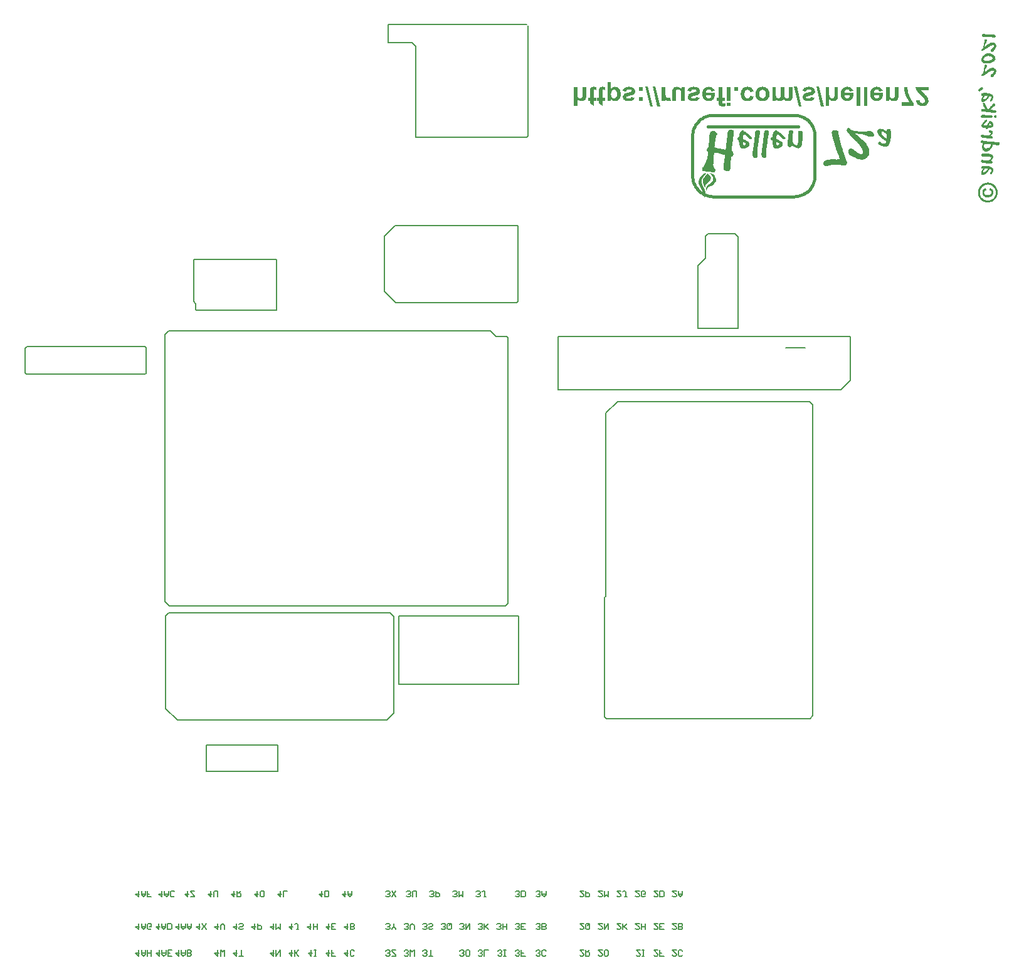
<source format=gbo>
G04*
G04 #@! TF.GenerationSoftware,Altium Limited,Altium Designer,20.0.10 (225)*
G04*
G04 Layer_Color=57008*
%FSLAX25Y25*%
%MOIN*%
G70*
G01*
G75*
%ADD14C,0.00787*%
%ADD15C,0.01575*%
%ADD19C,0.00669*%
G36*
X455372Y509316D02*
X455615Y509281D01*
X455961Y509143D01*
X456099Y509074D01*
X456203Y509039D01*
X456237Y508970D01*
X456272D01*
X456410Y508797D01*
X456549Y508624D01*
X456653Y508278D01*
X456687Y508139D01*
X456722Y508036D01*
Y507966D01*
Y507932D01*
Y507828D01*
X456687Y507655D01*
Y507447D01*
X456653Y507205D01*
X456583Y506617D01*
X456480Y505994D01*
X456376Y505371D01*
X456341Y505095D01*
X456307Y504852D01*
X456272Y504645D01*
Y504472D01*
X456237Y504368D01*
Y504333D01*
X456168Y503745D01*
X456099Y503226D01*
X456030Y502707D01*
X455961Y502292D01*
X455891Y501877D01*
X455857Y501531D01*
X455822Y501219D01*
X455788Y500943D01*
X455753Y500700D01*
X455718Y500493D01*
X455684Y500320D01*
Y500181D01*
X455649Y500043D01*
Y499974D01*
X455545Y498175D01*
X455649Y498140D01*
X455753Y498071D01*
X455926Y497829D01*
X456064Y497621D01*
X456099Y497552D01*
Y497517D01*
X456272Y497033D01*
X456376Y496652D01*
X456410Y496514D01*
Y496410D01*
Y496375D01*
Y496341D01*
X456376Y495960D01*
X456272Y495683D01*
X456134Y495476D01*
X456099Y495441D01*
Y495407D01*
X455995Y495268D01*
X455891Y495164D01*
X455684Y495026D01*
X455545Y494991D01*
X455476D01*
X455234Y495026D01*
Y494853D01*
X455199Y494645D01*
Y494369D01*
X455165Y494092D01*
X455130Y493815D01*
Y493573D01*
X455096Y493434D01*
Y493365D01*
X455026Y492708D01*
X454992Y492120D01*
X454923Y491566D01*
X454888Y491082D01*
X454853Y490632D01*
X454819Y490251D01*
Y489940D01*
X454784Y489628D01*
Y489386D01*
Y489179D01*
X454750Y489006D01*
Y488867D01*
Y488694D01*
Y488660D01*
X454715Y488417D01*
X454680Y488210D01*
X454507Y487864D01*
X454334Y487656D01*
X454300Y487587D01*
X454265D01*
X454092Y487449D01*
X453885Y487379D01*
X453539Y487241D01*
X453366D01*
X453227Y487206D01*
X453123D01*
X452847Y487241D01*
X452570Y487276D01*
X452328Y487379D01*
X452120Y487483D01*
X451947Y487587D01*
X451809Y487656D01*
X451739Y487725D01*
X451705Y487760D01*
X451497Y487968D01*
X451359Y488175D01*
X451255Y488383D01*
X451186Y488590D01*
X451151Y488763D01*
X451117Y488867D01*
Y488971D01*
Y489006D01*
Y489213D01*
X451151Y489490D01*
X451186Y490078D01*
X451255Y490736D01*
X451359Y491393D01*
X451463Y492016D01*
X451497Y492293D01*
X451532Y492500D01*
X451566Y492708D01*
Y492846D01*
X451601Y492950D01*
Y492985D01*
X451705Y493711D01*
X451809Y494299D01*
X451878Y494784D01*
X451912Y495164D01*
X451947Y495441D01*
X451982Y495649D01*
Y495753D01*
Y495787D01*
X451566Y495960D01*
X451151Y496099D01*
X450217Y496375D01*
X449283Y496618D01*
X448349Y496791D01*
X447933Y496894D01*
X447553Y496964D01*
X447172Y497033D01*
X446895Y497067D01*
X446619Y497102D01*
X446446Y497137D01*
X446307Y497171D01*
X446273D01*
X446134Y496375D01*
X446030Y495510D01*
X445961Y494645D01*
X445927Y493780D01*
X445892Y493400D01*
Y493019D01*
X445857Y492673D01*
Y492396D01*
Y492154D01*
Y491981D01*
Y491877D01*
Y491843D01*
X445823Y491497D01*
X445754Y491185D01*
X445684Y490909D01*
X445645Y490830D01*
X445871Y489546D01*
X446073Y488805D01*
X446637Y488409D01*
X446742Y488216D01*
X446766Y488079D01*
X446758Y487724D01*
X446685Y486934D01*
X446629Y486853D01*
X446379Y486668D01*
X446105Y486619D01*
X440114Y487330D01*
X439872Y487499D01*
X439767Y487693D01*
X439775Y488048D01*
X439816Y488620D01*
X439880Y489055D01*
X439936Y489136D01*
X440187Y489322D01*
X440630Y489612D01*
X441001Y490313D01*
X441630Y491555D01*
X442453Y494103D01*
X442856Y496223D01*
X442999Y496956D01*
X443020Y497102D01*
Y497275D01*
X443055Y497379D01*
Y497413D01*
Y497448D01*
X442813Y497552D01*
X442640Y497690D01*
X442536Y497829D01*
X442501Y497863D01*
Y497898D01*
X442397Y498175D01*
X442328Y498417D01*
X442294Y498624D01*
Y498659D01*
Y498694D01*
X442328Y498970D01*
X442467Y499247D01*
X442570Y499455D01*
X442605Y499524D01*
Y499559D01*
X442709Y499732D01*
X442813Y499835D01*
X443020Y499974D01*
X443159Y500043D01*
X443193D01*
Y500147D01*
Y500251D01*
X443228Y500597D01*
X443262Y501012D01*
X443297Y501427D01*
X443332Y501842D01*
X443366Y502188D01*
Y502292D01*
X443401Y502396D01*
Y502465D01*
Y502500D01*
X443435Y502949D01*
X443470Y503399D01*
X443505Y503780D01*
X443539Y504126D01*
X443574Y504749D01*
X443608Y505233D01*
X443643Y505579D01*
X443678Y505821D01*
Y505994D01*
Y506029D01*
X443712Y506513D01*
X443816Y506928D01*
X443920Y507309D01*
X444058Y507620D01*
X444197Y507897D01*
X444370Y508105D01*
X444543Y508312D01*
X444750Y508451D01*
X445096Y508658D01*
X445408Y508762D01*
X445615Y508797D01*
X445684D01*
X445892Y508762D01*
X446134Y508693D01*
X446549Y508485D01*
X446722Y508382D01*
X446861Y508278D01*
X446965Y508209D01*
X446999Y508174D01*
X447276Y507932D01*
X447449Y507724D01*
X447587Y507517D01*
X447691Y507378D01*
X447760Y507240D01*
X447795Y507136D01*
Y507101D01*
Y507067D01*
Y506790D01*
X447760Y506617D01*
X447726Y506548D01*
X447691Y506513D01*
X447587Y506409D01*
X447484Y506306D01*
X447345Y506271D01*
X447311Y506236D01*
X447207Y505787D01*
X447103Y505268D01*
X447034Y504749D01*
X446930Y504195D01*
X446861Y503711D01*
X446792Y503330D01*
X446757Y503157D01*
X446722Y503053D01*
Y502984D01*
Y502949D01*
X446653Y502534D01*
X446619Y502154D01*
X446549Y501531D01*
X446480Y500977D01*
X446411Y500597D01*
X446376Y500285D01*
X446342Y500078D01*
Y499974D01*
Y499939D01*
X447553Y499628D01*
X448695Y499386D01*
X449698Y499143D01*
X450182Y499074D01*
X450598Y498970D01*
X450978Y498901D01*
X451324Y498832D01*
X451601Y498797D01*
X451878Y498728D01*
X452051Y498694D01*
X452224D01*
X452293Y498659D01*
X452328D01*
X452362Y498867D01*
X452397Y499178D01*
X452431Y499524D01*
X452466Y499905D01*
X452501Y500251D01*
X452535Y500527D01*
X452570Y500735D01*
Y500770D01*
Y500804D01*
X452708Y501773D01*
X452812Y502638D01*
X452881Y503399D01*
X452985Y504091D01*
X453054Y504679D01*
X453089Y505198D01*
X453123Y505648D01*
X453193Y505994D01*
Y506340D01*
X453227Y506582D01*
Y506790D01*
X453262Y506928D01*
Y507032D01*
Y507101D01*
Y507171D01*
X453296Y507517D01*
X453331Y507828D01*
X453400Y508105D01*
X453504Y508347D01*
X453608Y508520D01*
X453677Y508658D01*
X453712Y508728D01*
X453746Y508762D01*
X453954Y508970D01*
X454196Y509108D01*
X454404Y509212D01*
X454646Y509281D01*
X454819Y509316D01*
X454992Y509350D01*
X455130D01*
X455372Y509316D01*
D02*
G37*
G36*
X443565Y485394D02*
X443992Y484975D01*
X444306Y484394D01*
X444451Y483572D01*
X444129Y482596D01*
X443564Y481790D01*
X442870Y481314D01*
X442338Y480726D01*
X441661Y479758D01*
X441427Y479081D01*
X441419Y478726D01*
X440935Y479065D01*
X440750Y479315D01*
X440524Y480194D01*
X440379Y481016D01*
X440339Y481645D01*
X440250Y482548D01*
X440516Y483443D01*
X441194Y484411D01*
X441895Y485241D01*
X442339Y485531D01*
X443000Y485789D01*
X443565Y485394D01*
D02*
G37*
G36*
X444782Y486104D02*
X446153Y485144D01*
X446628Y484450D01*
X446967Y483733D01*
X447112Y482910D01*
X447120Y482063D01*
X446717Y481144D01*
X446378Y480661D01*
X445789Y479991D01*
X445072Y479653D01*
X444354Y479314D01*
X443636Y478976D01*
X443055Y478661D01*
X442604Y478016D01*
X442346Y477476D01*
X442201Y477097D01*
X441935Y477404D01*
X441919Y477895D01*
X441983Y478331D01*
X442161Y478928D01*
X442475Y479548D01*
X442951Y480056D01*
X443451Y480427D01*
X444201Y480983D01*
X444975Y481403D01*
X445314Y481886D01*
X445435Y482402D01*
X445532Y483055D01*
X445467Y483822D01*
X444895Y485063D01*
X443774Y486208D01*
X443968Y486313D01*
X444782Y486104D01*
D02*
G37*
G36*
X441956Y486100D02*
X441775Y485927D01*
X441186Y485257D01*
X440452Y484209D01*
X440024Y483427D01*
X439678Y482589D01*
X439468Y481774D01*
X439508Y481145D01*
X440024Y479823D01*
X440677Y478525D01*
X441225Y477420D01*
X441523Y476130D01*
X441636Y475090D01*
X441483Y474356D01*
X441241Y473324D01*
X440829Y473251D01*
X440894Y473687D01*
X440700Y474783D01*
X440394Y475719D01*
X439951Y476630D01*
X439137Y478041D01*
X438508Y479202D01*
X437936Y480444D01*
X437855Y481702D01*
X438267Y482976D01*
X438694Y483758D01*
X439678Y484992D01*
X440791Y485894D01*
X441714Y486269D01*
X441956Y486100D01*
D02*
G37*
G36*
X517626Y510249D02*
X517780Y510171D01*
X517975Y510065D01*
X518209Y509930D01*
X518410Y509790D01*
X518570Y509678D01*
X518690Y509594D01*
X518730Y509565D01*
X518971Y509397D01*
X519171Y509257D01*
X519452Y509060D01*
X519646Y508954D01*
X519686Y508926D01*
X519841Y508848D01*
X520063Y508782D01*
X520502Y508683D01*
X520718Y508651D01*
X520901Y508613D01*
X521009Y508597D01*
X521043Y508603D01*
X521436Y508567D01*
X521835Y508497D01*
X522262Y508467D01*
X522649Y508465D01*
X522973Y508416D01*
X523218Y508424D01*
X523400Y508386D01*
X523468Y508398D01*
X524072Y508364D01*
X524635Y508358D01*
X525164Y508346D01*
X525687Y508368D01*
X526142Y508378D01*
X526563Y508382D01*
X526910Y508408D01*
X527256Y508434D01*
X527569Y508454D01*
X527848Y508468D01*
X528052Y508504D01*
X528229Y508500D01*
X528569Y508560D01*
X528950Y508592D01*
X529269Y508578D01*
X529560Y508524D01*
X529822Y508429D01*
X530010Y508357D01*
X530165Y508279D01*
X530245Y508223D01*
X530285Y508195D01*
X530538Y507958D01*
X530722Y507710D01*
X530872Y507455D01*
X530982Y507229D01*
X531052Y507030D01*
X531123Y506832D01*
X531141Y506730D01*
X531147Y506696D01*
X531139Y506343D01*
X531044Y506080D01*
X530836Y505868D01*
X530615Y505724D01*
X530361Y505573D01*
X530128Y505497D01*
X529924Y505461D01*
X529645Y505447D01*
X529281Y505523D01*
X528841Y505622D01*
X528397Y505754D01*
X527946Y505920D01*
X527575Y506031D01*
X527426Y506075D01*
X527346Y506131D01*
X527272Y506153D01*
X527238Y506147D01*
X526531Y506374D01*
X525903Y506544D01*
X525418Y506704D01*
X525013Y506809D01*
X524723Y506863D01*
X524506Y506895D01*
X524358Y506939D01*
X524324Y506933D01*
X521392Y507224D01*
X522017Y506667D01*
X522596Y506172D01*
X523135Y505705D01*
X523594Y505294D01*
X524013Y504911D01*
X524392Y504556D01*
X524724Y504263D01*
X524977Y504027D01*
X525230Y503790D01*
X525436Y503616D01*
X525568Y503463D01*
X525694Y503345D01*
X525781Y503255D01*
X525861Y503199D01*
X525907Y503137D01*
X526384Y502624D01*
X526787Y502132D01*
X527109Y501697D01*
X527386Y501325D01*
X527576Y501042D01*
X527720Y500821D01*
X527785Y500657D01*
X527825Y500629D01*
X528039Y500210D01*
X528213Y499819D01*
X528348Y499456D01*
X528482Y499093D01*
X528530Y498821D01*
X528606Y498589D01*
X528636Y498418D01*
X528642Y498384D01*
X528722Y497731D01*
X528688Y497127D01*
X528574Y496580D01*
X528447Y496101D01*
X528269Y495718D01*
X528147Y495416D01*
X528034Y495255D01*
X527978Y495175D01*
X527573Y494682D01*
X527150Y494291D01*
X526681Y493963D01*
X526228Y493742D01*
X525803Y493562D01*
X525469Y493468D01*
X525338Y493410D01*
X525168Y493380D01*
X524821Y493354D01*
X524468Y493362D01*
X524069Y493432D01*
X523631Y493530D01*
X522747Y493761D01*
X521879Y494100D01*
X521079Y494451D01*
X520737Y494601D01*
X520434Y494723D01*
X520199Y494858D01*
X520005Y494964D01*
X519891Y495014D01*
X519851Y495042D01*
X519616Y495176D01*
X519428Y495249D01*
X519274Y495327D01*
X519159Y495377D01*
X519045Y495427D01*
X519005Y495455D01*
X518542Y495690D01*
X518181Y495942D01*
X517923Y496213D01*
X517738Y496461D01*
X517594Y496682D01*
X517530Y496846D01*
X517472Y496977D01*
X517466Y497011D01*
X517404Y497562D01*
X517430Y497812D01*
X517462Y498029D01*
X517472Y498171D01*
X517516Y498319D01*
X517538Y498394D01*
X517532Y498428D01*
X517638Y498622D01*
X517751Y498782D01*
X517903Y498915D01*
X518027Y499007D01*
X518220Y499111D01*
X518322Y499129D01*
X518737Y499167D01*
X519124Y499165D01*
X519266Y499155D01*
X519374Y499139D01*
X519448Y499117D01*
X519482Y499123D01*
X519853Y499013D01*
X520122Y498884D01*
X520282Y498772D01*
X520322Y498744D01*
X520827Y498271D01*
X521320Y497866D01*
X521767Y497523D01*
X522174Y497208D01*
X522529Y496990D01*
X522883Y496771D01*
X523192Y496615D01*
X523461Y496487D01*
X523717Y496426D01*
X523906Y496354D01*
X524236Y496272D01*
X524413Y496268D01*
X524719Y496322D01*
X524918Y496392D01*
X525048Y496450D01*
X525178Y496508D01*
X525297Y496635D01*
X525325Y496675D01*
X525375Y496789D01*
X525419Y496937D01*
X525393Y497284D01*
X525397Y497461D01*
X525373Y497597D01*
X525355Y497699D01*
X525349Y497733D01*
X525243Y498136D01*
X525056Y498595D01*
X524842Y499014D01*
X524622Y499467D01*
X524379Y499846D01*
X524189Y500128D01*
X524097Y500253D01*
X524044Y500349D01*
X524004Y500377D01*
X523998Y500411D01*
X523577Y501004D01*
X523129Y501558D01*
X522732Y502015D01*
X522375Y502444D01*
X522071Y502776D01*
X521818Y503013D01*
X521652Y503159D01*
X521606Y503221D01*
X520894Y503869D01*
X520257Y504494D01*
X519700Y505064D01*
X519189Y505571D01*
X518798Y505994D01*
X518493Y506326D01*
X518367Y506445D01*
X518315Y506541D01*
X518241Y506563D01*
X518235Y506597D01*
X517752Y507144D01*
X517389Y507608D01*
X517113Y507980D01*
X516916Y508297D01*
X516806Y508524D01*
X516748Y508654D01*
X516696Y508750D01*
X516690Y508784D01*
X516652Y509199D01*
X516734Y509530D01*
X516806Y509718D01*
X516828Y509792D01*
X517031Y510039D01*
X517251Y510183D01*
X517450Y510253D01*
X517518Y510265D01*
X517626Y510249D01*
D02*
G37*
G36*
X511124Y509067D02*
X511306Y509029D01*
X511414Y509013D01*
X511495Y508957D01*
X511529Y508963D01*
X511723Y508857D01*
X511883Y508745D01*
X512016Y508592D01*
X512108Y508468D01*
X512212Y508276D01*
X512224Y508208D01*
X512230Y508173D01*
X512392Y507253D01*
X512542Y506401D01*
X512675Y505652D01*
X512823Y505011D01*
X512913Y504499D01*
X512949Y504295D01*
X512979Y504125D01*
X513003Y503988D01*
X513021Y503886D01*
X513027Y503852D01*
X513033Y503818D01*
X513181Y503176D01*
X513284Y502597D01*
X513408Y502092D01*
X513520Y501655D01*
X513620Y501286D01*
X513702Y501020D01*
X513760Y500889D01*
X513772Y500821D01*
X513855Y500555D01*
X513977Y500260D01*
X514071Y499925D01*
X514205Y499563D01*
X514480Y498803D01*
X514726Y498003D01*
X514994Y497277D01*
X515089Y496943D01*
X515171Y496676D01*
X515281Y496450D01*
X515311Y496279D01*
X515369Y496149D01*
X515375Y496115D01*
X515580Y495554D01*
X515726Y495123D01*
X515820Y494788D01*
X515930Y494561D01*
X515960Y494391D01*
X516012Y494295D01*
X516024Y494227D01*
X516082Y494097D01*
X516152Y493898D01*
X516293Y493501D01*
X516363Y493303D01*
X516393Y493132D01*
X516445Y493036D01*
X516451Y493002D01*
X516573Y492707D01*
X516649Y492475D01*
X516713Y492310D01*
X516738Y492174D01*
X516784Y492112D01*
X516790Y492078D01*
X516796Y492044D01*
X516838Y491806D01*
X516800Y491623D01*
X516723Y491258D01*
X516679Y491110D01*
X516629Y490996D01*
X516601Y490956D01*
X516573Y490916D01*
X516427Y490749D01*
X516314Y490589D01*
X516026Y490433D01*
X515833Y490328D01*
X515595Y490286D01*
X515412Y490324D01*
X514951Y490349D01*
X514735Y490381D01*
X514559Y490385D01*
X514410Y490429D01*
X514376Y490423D01*
X513158Y490559D01*
X512588Y490599D01*
X512093Y490618D01*
X511666Y490648D01*
X511320Y490622D01*
X511103Y490654D01*
X511035Y490642D01*
X510438Y490642D01*
X509949Y490626D01*
X509534Y490588D01*
X509153Y490556D01*
X508874Y490542D01*
X508363Y490452D01*
X508131Y490376D01*
X507626Y490251D01*
X507387Y490209D01*
X507189Y490139D01*
X507018Y490109D01*
X506718Y490021D01*
X506479Y489979D01*
X506281Y489909D01*
X505872Y489837D01*
X505661Y489835D01*
X505451Y489833D01*
X505120Y489915D01*
X504886Y490049D01*
X504846Y490077D01*
X504806Y490105D01*
X504639Y490252D01*
X504535Y490444D01*
X504327Y490829D01*
X504297Y490999D01*
X504238Y491130D01*
X504220Y491232D01*
X504214Y491266D01*
X504206Y491511D01*
X504239Y491727D01*
X504451Y492116D01*
X504529Y492270D01*
X504654Y492362D01*
X504710Y492443D01*
X504738Y492483D01*
X504986Y492667D01*
X505241Y492817D01*
X505694Y493038D01*
X505892Y493108D01*
X506057Y493172D01*
X506977Y493334D01*
X507704Y493392D01*
X508324Y493466D01*
X508881Y493494D01*
X509302Y493498D01*
X509614Y493518D01*
X509831Y493486D01*
X509899Y493498D01*
X510610Y493448D01*
X511248Y493420D01*
X511805Y493448D01*
X512226Y493452D01*
X512607Y493484D01*
X512851Y493492D01*
X513056Y493528D01*
X513038Y493630D01*
X512974Y493794D01*
X512938Y493999D01*
X512861Y494231D01*
X512669Y494724D01*
X512465Y495286D01*
X512272Y495779D01*
X512196Y496011D01*
X512126Y496210D01*
X512056Y496408D01*
X511998Y496538D01*
X511952Y496600D01*
X511946Y496634D01*
X511607Y497559D01*
X511281Y498415D01*
X511000Y499208D01*
X510772Y499906D01*
X510684Y500206D01*
X510567Y500467D01*
X510491Y500700D01*
X510455Y500904D01*
X510391Y501068D01*
X510339Y501164D01*
X510327Y501233D01*
X510321Y501267D01*
X510221Y501636D01*
X510121Y502004D01*
X509950Y502572D01*
X509832Y503043D01*
X509732Y503411D01*
X509650Y503678D01*
X509620Y503848D01*
X509602Y503951D01*
X509596Y503985D01*
X509572Y504121D01*
X509502Y504319D01*
X509389Y504756D01*
X509313Y504989D01*
X509277Y505193D01*
X509219Y505324D01*
X509213Y505358D01*
X509037Y505959D01*
X508919Y506430D01*
X508813Y506833D01*
X508752Y507174D01*
X508676Y507406D01*
X508652Y507543D01*
X508634Y507645D01*
X508628Y507679D01*
X508638Y507821D01*
X508648Y507963D01*
X508811Y508238D01*
X508951Y508438D01*
X508973Y508513D01*
X509007Y508519D01*
X509380Y508795D01*
X509771Y508969D01*
X509941Y508999D01*
X510072Y509058D01*
X510174Y509076D01*
X510697Y509098D01*
X510941Y509106D01*
X511124Y509067D01*
D02*
G37*
G36*
X592181Y481123D02*
X592673Y481046D01*
X593119Y480924D01*
X593319Y480862D01*
X593518Y480801D01*
X593687Y480724D01*
X593841Y480662D01*
X593980Y480601D01*
X594102Y480539D01*
X594195Y480493D01*
X594256Y480462D01*
X594302Y480447D01*
X594318Y480432D01*
X594763Y480140D01*
X595148Y479832D01*
X595486Y479509D01*
X595762Y479187D01*
X595978Y478910D01*
X596054Y478787D01*
X596131Y478680D01*
X596177Y478603D01*
X596223Y478541D01*
X596254Y478495D01*
Y478480D01*
X596377Y478249D01*
X596485Y478019D01*
X596654Y477542D01*
X596777Y477112D01*
X596854Y476712D01*
X596884Y476543D01*
X596915Y476374D01*
X596931Y476236D01*
Y476113D01*
X596946Y476020D01*
Y475621D01*
X596915Y475375D01*
X596838Y474898D01*
X596731Y474453D01*
X596669Y474253D01*
X596608Y474068D01*
X596531Y473884D01*
X596469Y473730D01*
X596408Y473607D01*
X596362Y473484D01*
X596316Y473392D01*
X596285Y473331D01*
X596270Y473285D01*
X596254Y473269D01*
X595978Y472823D01*
X595670Y472439D01*
X595347Y472101D01*
X595040Y471825D01*
X594748Y471609D01*
X594625Y471517D01*
X594533Y471440D01*
X594441Y471394D01*
X594379Y471348D01*
X594333Y471333D01*
X594318Y471317D01*
X594087Y471194D01*
X593841Y471087D01*
X593380Y470902D01*
X592934Y470779D01*
X592519Y470703D01*
X592350Y470672D01*
X592181Y470641D01*
X592028Y470626D01*
X591905D01*
X591812Y470610D01*
X591736D01*
X591689D01*
X591674D01*
X591413Y470626D01*
X591167Y470641D01*
X590690Y470718D01*
X590245Y470825D01*
X590045Y470887D01*
X589845Y470964D01*
X589676Y471025D01*
X589522Y471087D01*
X589384Y471148D01*
X589261Y471194D01*
X589169Y471240D01*
X589107Y471271D01*
X589061Y471302D01*
X589046D01*
X588600Y471579D01*
X588216Y471901D01*
X587893Y472224D01*
X587616Y472532D01*
X587401Y472808D01*
X587309Y472931D01*
X587232Y473039D01*
X587186Y473115D01*
X587140Y473177D01*
X587124Y473223D01*
X587109Y473239D01*
X586986Y473469D01*
X586879Y473715D01*
X586709Y474191D01*
X586587Y474622D01*
X586510Y475037D01*
X586479Y475221D01*
X586448Y475375D01*
X586433Y475529D01*
Y475652D01*
X586417Y475744D01*
Y475882D01*
X586433Y476143D01*
X586448Y476389D01*
X586525Y476866D01*
X586633Y477312D01*
X586694Y477511D01*
X586771Y477696D01*
X586832Y477880D01*
X586894Y478034D01*
X586955Y478172D01*
X587002Y478280D01*
X587048Y478372D01*
X587078Y478434D01*
X587109Y478480D01*
Y478495D01*
X587386Y478941D01*
X587709Y479325D01*
X588031Y479663D01*
X588339Y479940D01*
X588615Y480155D01*
X588738Y480247D01*
X588846Y480324D01*
X588923Y480370D01*
X588984Y480416D01*
X589030Y480447D01*
X589046D01*
X589276Y480570D01*
X589522Y480678D01*
X589983Y480862D01*
X590429Y480985D01*
X590829Y481062D01*
X591013Y481093D01*
X591182Y481123D01*
X591321Y481139D01*
X591443D01*
X591536Y481154D01*
X591612D01*
X591659D01*
X591674D01*
X591935D01*
X592181Y481123D01*
D02*
G37*
G36*
X589369Y560214D02*
X589523Y560198D01*
X589584Y560183D01*
X589646D01*
X589677Y560167D01*
X589692D01*
X590107Y560121D01*
X590507Y560090D01*
X590891Y560060D01*
X591214Y560044D01*
X591367D01*
X591506D01*
X591613Y560029D01*
X591721D01*
X591798D01*
X591859D01*
X591890D01*
X591905D01*
X592259D01*
X592612Y560014D01*
X592935Y559998D01*
X593243Y559983D01*
X593489Y559968D01*
X593596Y559952D01*
X593688D01*
X593765D01*
X593811Y559937D01*
X593842D01*
X593857D01*
X594211Y559906D01*
X594503Y559860D01*
X594764Y559829D01*
X594964Y559798D01*
X595118Y559783D01*
X595225Y559752D01*
X595302Y559737D01*
X595318D01*
X595487Y559660D01*
X595625Y559568D01*
X595717Y559445D01*
X595779Y559307D01*
X595809Y559184D01*
X595840Y559076D01*
Y558876D01*
X595809Y558784D01*
X595763Y558630D01*
X595732Y558569D01*
X595702Y558523D01*
X595686Y558507D01*
X595671Y558492D01*
X595610Y558431D01*
X595533Y558385D01*
X595364Y558338D01*
X595302Y558323D01*
X595241Y558308D01*
X595210D01*
X595195D01*
X595102D01*
X594979Y558323D01*
X594841Y558338D01*
X594703Y558354D01*
X594580Y558369D01*
X594472Y558385D01*
X594395Y558400D01*
X594365D01*
X593919Y558461D01*
X593535Y558523D01*
X593181Y558554D01*
X592889Y558569D01*
X592751Y558584D01*
X592643D01*
X592551Y558600D01*
X592474D01*
X592397D01*
X592351D01*
X592336D01*
X592320D01*
X591844D01*
X591383Y558615D01*
X590968Y558630D01*
X590584Y558646D01*
X590414D01*
X590261D01*
X590138Y558661D01*
X590030D01*
X589938Y558676D01*
X589877D01*
X589830D01*
X589815D01*
X589554Y558692D01*
X589339Y558723D01*
X589185Y558738D01*
X589062Y558769D01*
X588985Y558784D01*
X588924Y558800D01*
X588908Y558815D01*
X588893D01*
X588801Y558907D01*
X588724Y558999D01*
X588678Y559061D01*
X588662Y559092D01*
X588616Y559214D01*
X588601Y559337D01*
X588586Y559414D01*
Y559445D01*
X588601Y559537D01*
X588616Y559629D01*
X588693Y559798D01*
X588739Y559860D01*
X588770Y559906D01*
X588785Y559937D01*
X588801Y559952D01*
X588893Y560044D01*
X588970Y560106D01*
X589047Y560167D01*
X589123Y560198D01*
X589170Y560214D01*
X589216Y560229D01*
X589246D01*
X589262D01*
X589308D01*
X589369Y560214D01*
D02*
G37*
G36*
X590952Y557416D02*
X591060Y557355D01*
X591137Y557247D01*
X591183Y557139D01*
X591229Y557017D01*
X591245Y556909D01*
Y556817D01*
X591229Y556694D01*
X591168Y556540D01*
X591091Y556356D01*
X590999Y556171D01*
X590891Y555987D01*
X590814Y555833D01*
X590783Y555772D01*
X590753Y555741D01*
X590737Y555710D01*
Y555695D01*
X590584Y555403D01*
X590461Y555141D01*
X590353Y554942D01*
X590276Y554773D01*
X590230Y554650D01*
X590199Y554557D01*
X590169Y554496D01*
Y554481D01*
X589815Y553220D01*
X590107Y553451D01*
X590368Y553666D01*
X590614Y553866D01*
X590830Y554035D01*
X591029Y554188D01*
X591214Y554327D01*
X591367Y554450D01*
X591490Y554542D01*
X591613Y554634D01*
X591706Y554711D01*
X591782Y554757D01*
X591844Y554803D01*
X591890Y554834D01*
X591921Y554865D01*
X591952Y554880D01*
X592213Y555049D01*
X592459Y555188D01*
X592674Y555295D01*
X592858Y555387D01*
X592997Y555449D01*
X593104Y555495D01*
X593181Y555510D01*
X593196Y555526D01*
X593396Y555587D01*
X593581Y555633D01*
X593750Y555664D01*
X593919Y555695D01*
X594042D01*
X594149Y555710D01*
X594226D01*
X594242D01*
X594534Y555695D01*
X594795Y555633D01*
X595025Y555541D01*
X595225Y555449D01*
X595379Y555341D01*
X595502Y555264D01*
X595564Y555203D01*
X595594Y555172D01*
X595779Y554957D01*
X595917Y554742D01*
X596025Y554511D01*
X596086Y554296D01*
X596132Y554096D01*
X596147Y553942D01*
X596163Y553881D01*
Y553804D01*
X596147Y553651D01*
X596117Y553497D01*
X596055Y553328D01*
X595978Y553143D01*
X595809Y552774D01*
X595594Y552421D01*
X595379Y552098D01*
X595287Y551960D01*
X595210Y551837D01*
X595133Y551745D01*
X595072Y551668D01*
X595041Y551622D01*
X595025Y551606D01*
X594949Y551514D01*
X594903Y551437D01*
X594857Y551376D01*
X594826Y551330D01*
X594795Y551284D01*
X594780Y551268D01*
X594641Y551084D01*
X594503Y550945D01*
X594365Y550853D01*
X594242Y550792D01*
X594134Y550746D01*
X594057Y550730D01*
X593996Y550715D01*
X593980D01*
X593734Y550730D01*
X593627Y550761D01*
X593535Y550792D01*
X593473Y550807D01*
X593412Y550838D01*
X593381Y550853D01*
X593366D01*
X593289Y550915D01*
X593227Y550976D01*
X593181Y551053D01*
X593150Y551115D01*
X593120Y551207D01*
Y551253D01*
X593135Y551437D01*
X593166Y551606D01*
X593181Y551668D01*
X593196Y551714D01*
X593212Y551745D01*
Y551760D01*
X593289Y551914D01*
X593366Y552021D01*
X593427Y552083D01*
X593442Y552098D01*
X593688Y552283D01*
X593903Y552467D01*
X594088Y552636D01*
X594257Y552790D01*
X594380Y552928D01*
X594503Y553066D01*
X594595Y553189D01*
X594672Y553297D01*
X594718Y553405D01*
X594764Y553481D01*
X594826Y553620D01*
X594841Y553697D01*
Y553835D01*
X594826Y553927D01*
X594810Y553989D01*
X594795Y554050D01*
X594749Y554112D01*
X594733Y554127D01*
X594687Y554158D01*
X594626Y554188D01*
X594472Y554204D01*
X594395Y554219D01*
X594334D01*
X594288D01*
X594272D01*
X594088Y554204D01*
X593873Y554158D01*
X593673Y554096D01*
X593458Y554035D01*
X593273Y553958D01*
X593135Y553896D01*
X593074Y553866D01*
X593027Y553850D01*
X593012Y553835D01*
X592997D01*
X592705Y553697D01*
X592428Y553543D01*
X592197Y553405D01*
X591982Y553282D01*
X591813Y553174D01*
X591690Y553082D01*
X591613Y553020D01*
X591583Y553005D01*
X591245Y552744D01*
X590922Y552513D01*
X590630Y552313D01*
X590368Y552129D01*
X590153Y551991D01*
X589984Y551883D01*
X589923Y551837D01*
X589877Y551822D01*
X589861Y551791D01*
X589846D01*
X589569Y551622D01*
X589339Y551499D01*
X589154Y551406D01*
X589001Y551345D01*
X588893Y551314D01*
X588831Y551299D01*
X588785Y551284D01*
X588770D01*
X588586Y551299D01*
X588447Y551360D01*
X588370Y551406D01*
X588340Y551422D01*
X588247Y551529D01*
X588201Y551637D01*
X588186Y551729D01*
Y551760D01*
X588201Y551806D01*
X588247Y551868D01*
X588309Y551944D01*
X588386Y552037D01*
X588462Y552113D01*
X588524Y552175D01*
X588570Y552221D01*
X588586Y552237D01*
X588678Y552329D01*
X588755Y552406D01*
X588862Y552513D01*
X588924Y552590D01*
X588939Y552605D01*
X588985Y552667D01*
X589031Y552759D01*
X589108Y552944D01*
X589139Y553036D01*
X589170Y553113D01*
X589185Y553159D01*
Y553174D01*
X589231Y553343D01*
X589292Y553512D01*
X589339Y553697D01*
X589369Y553866D01*
X589416Y554004D01*
X589431Y554112D01*
X589462Y554188D01*
Y554219D01*
X589523Y554481D01*
X589569Y554726D01*
X589615Y554957D01*
X589646Y555188D01*
X589677Y555387D01*
X589708Y555572D01*
X589723Y555725D01*
X589738Y555879D01*
X589754Y556017D01*
X589769Y556140D01*
Y556233D01*
X589784Y556310D01*
Y556463D01*
X589800Y556632D01*
X589830Y556771D01*
X589877Y556894D01*
X589938Y557001D01*
X589984Y557078D01*
X590030Y557139D01*
X590061Y557170D01*
X590076Y557186D01*
X590199Y557278D01*
X590322Y557339D01*
X590445Y557385D01*
X590553Y557416D01*
X590645Y557432D01*
X590737Y557447D01*
X590783D01*
X590799D01*
X590952Y557416D01*
D02*
G37*
G36*
X592443Y549977D02*
X592705Y549946D01*
X592966Y549885D01*
X593196Y549823D01*
X593396Y549762D01*
X593550Y549700D01*
X593611Y549685D01*
X593658Y549670D01*
X593673Y549654D01*
X593688D01*
X593980Y549516D01*
X594242Y549378D01*
X594457Y549239D01*
X594657Y549101D01*
X594810Y548978D01*
X594933Y548886D01*
X594995Y548824D01*
X595025Y548794D01*
X595210Y548609D01*
X595333Y548425D01*
X595425Y548271D01*
X595502Y548133D01*
X595533Y548010D01*
X595548Y547918D01*
X595564Y547856D01*
Y547702D01*
X595548Y547579D01*
X595533Y547472D01*
X595517Y547380D01*
X595502Y547303D01*
X595487Y547257D01*
X595471Y547226D01*
Y547211D01*
X595564Y547149D01*
X595640Y547087D01*
X595686Y547011D01*
X595732Y546949D01*
X595763Y546857D01*
Y546811D01*
X595748Y546719D01*
X595702Y546611D01*
X595640Y546503D01*
X595579Y546411D01*
X595517Y546319D01*
X595456Y546242D01*
X595410Y546196D01*
X595394Y546181D01*
X595241Y546027D01*
X595072Y545873D01*
X594903Y545735D01*
X594718Y545597D01*
X594564Y545489D01*
X594442Y545397D01*
X594349Y545335D01*
X594334Y545320D01*
X594318D01*
X594042Y545166D01*
X593781Y545028D01*
X593519Y544920D01*
X593289Y544828D01*
X593089Y544751D01*
X592935Y544705D01*
X592874Y544690D01*
X592828Y544674D01*
X592812Y544659D01*
X592797D01*
X592489Y544582D01*
X592182Y544536D01*
X591875Y544490D01*
X591598Y544475D01*
X591352Y544459D01*
X591245Y544444D01*
X591152D01*
X591091D01*
X591029D01*
X590999D01*
X590983D01*
X590553Y544475D01*
X590169Y544536D01*
X589830Y544613D01*
X589554Y544721D01*
X589323Y544828D01*
X589231Y544874D01*
X589154Y544905D01*
X589093Y544951D01*
X589047Y544967D01*
X589031Y544997D01*
X589016D01*
X588877Y545105D01*
X588770Y545228D01*
X588662Y545351D01*
X588570Y545474D01*
X588432Y545735D01*
X588340Y545981D01*
X588294Y546211D01*
X588263Y546381D01*
X588247Y546457D01*
Y546550D01*
X588278Y546842D01*
X588340Y547134D01*
X588432Y547410D01*
X588539Y547656D01*
X588632Y547871D01*
X588724Y548025D01*
X588770Y548087D01*
X588785Y548133D01*
X588816Y548148D01*
Y548163D01*
X589047Y548455D01*
X589292Y548717D01*
X589538Y548947D01*
X589784Y549132D01*
X589984Y549285D01*
X590153Y549393D01*
X590215Y549439D01*
X590261Y549470D01*
X590292Y549485D01*
X590307D01*
X590645Y549654D01*
X590983Y549777D01*
X591306Y549869D01*
X591583Y549931D01*
X591829Y549962D01*
X591921Y549977D01*
X592013Y549993D01*
X592074D01*
X592121D01*
X592151D01*
X592167D01*
X592443Y549977D01*
D02*
G37*
G36*
X590952Y543921D02*
X591060Y543860D01*
X591137Y543752D01*
X591183Y543645D01*
X591229Y543522D01*
X591245Y543414D01*
Y543322D01*
X591229Y543199D01*
X591168Y543045D01*
X591091Y542861D01*
X590999Y542676D01*
X590891Y542492D01*
X590814Y542338D01*
X590783Y542277D01*
X590753Y542246D01*
X590737Y542215D01*
Y542200D01*
X590584Y541908D01*
X590461Y541646D01*
X590353Y541447D01*
X590276Y541278D01*
X590230Y541155D01*
X590199Y541062D01*
X590169Y541001D01*
Y540986D01*
X589815Y539725D01*
X590107Y539956D01*
X590368Y540171D01*
X590614Y540371D01*
X590830Y540540D01*
X591029Y540694D01*
X591214Y540832D01*
X591367Y540955D01*
X591490Y541047D01*
X591613Y541139D01*
X591706Y541216D01*
X591782Y541262D01*
X591844Y541308D01*
X591890Y541339D01*
X591921Y541370D01*
X591952Y541385D01*
X592213Y541554D01*
X592459Y541693D01*
X592674Y541800D01*
X592858Y541892D01*
X592997Y541954D01*
X593104Y542000D01*
X593181Y542015D01*
X593196Y542031D01*
X593396Y542092D01*
X593581Y542138D01*
X593750Y542169D01*
X593919Y542200D01*
X594042D01*
X594149Y542215D01*
X594226D01*
X594242D01*
X594534Y542200D01*
X594795Y542138D01*
X595025Y542046D01*
X595225Y541954D01*
X595379Y541846D01*
X595502Y541770D01*
X595564Y541708D01*
X595594Y541677D01*
X595779Y541462D01*
X595917Y541247D01*
X596025Y541016D01*
X596086Y540801D01*
X596132Y540601D01*
X596147Y540448D01*
X596163Y540386D01*
Y540309D01*
X596147Y540156D01*
X596117Y540002D01*
X596055Y539833D01*
X595978Y539648D01*
X595809Y539280D01*
X595594Y538926D01*
X595379Y538603D01*
X595287Y538465D01*
X595210Y538342D01*
X595133Y538250D01*
X595072Y538173D01*
X595041Y538127D01*
X595025Y538111D01*
X594949Y538019D01*
X594903Y537942D01*
X594857Y537881D01*
X594826Y537835D01*
X594795Y537789D01*
X594780Y537773D01*
X594641Y537589D01*
X594503Y537451D01*
X594365Y537358D01*
X594242Y537297D01*
X594134Y537251D01*
X594057Y537235D01*
X593996Y537220D01*
X593980D01*
X593734Y537235D01*
X593627Y537266D01*
X593535Y537297D01*
X593473Y537312D01*
X593412Y537343D01*
X593381Y537358D01*
X593366D01*
X593289Y537420D01*
X593227Y537481D01*
X593181Y537558D01*
X593150Y537620D01*
X593120Y537712D01*
Y537758D01*
X593135Y537942D01*
X593166Y538111D01*
X593181Y538173D01*
X593196Y538219D01*
X593212Y538250D01*
Y538265D01*
X593289Y538419D01*
X593366Y538526D01*
X593427Y538588D01*
X593442Y538603D01*
X593688Y538788D01*
X593903Y538972D01*
X594088Y539141D01*
X594257Y539295D01*
X594380Y539433D01*
X594503Y539572D01*
X594595Y539694D01*
X594672Y539802D01*
X594718Y539910D01*
X594764Y539987D01*
X594826Y540125D01*
X594841Y540202D01*
Y540340D01*
X594826Y540432D01*
X594810Y540494D01*
X594795Y540555D01*
X594749Y540617D01*
X594733Y540632D01*
X594687Y540663D01*
X594626Y540694D01*
X594472Y540709D01*
X594395Y540724D01*
X594334D01*
X594288D01*
X594272D01*
X594088Y540709D01*
X593873Y540663D01*
X593673Y540601D01*
X593458Y540540D01*
X593273Y540463D01*
X593135Y540402D01*
X593074Y540371D01*
X593027Y540355D01*
X593012Y540340D01*
X592997D01*
X592705Y540202D01*
X592428Y540048D01*
X592197Y539910D01*
X591982Y539787D01*
X591813Y539679D01*
X591690Y539587D01*
X591613Y539526D01*
X591583Y539510D01*
X591245Y539249D01*
X590922Y539018D01*
X590630Y538819D01*
X590368Y538634D01*
X590153Y538496D01*
X589984Y538388D01*
X589923Y538342D01*
X589877Y538327D01*
X589861Y538296D01*
X589846D01*
X589569Y538127D01*
X589339Y538004D01*
X589154Y537912D01*
X589001Y537850D01*
X588893Y537819D01*
X588831Y537804D01*
X588785Y537789D01*
X588770D01*
X588586Y537804D01*
X588447Y537865D01*
X588370Y537912D01*
X588340Y537927D01*
X588247Y538035D01*
X588201Y538142D01*
X588186Y538234D01*
Y538265D01*
X588201Y538311D01*
X588247Y538373D01*
X588309Y538450D01*
X588386Y538542D01*
X588462Y538619D01*
X588524Y538680D01*
X588570Y538726D01*
X588586Y538742D01*
X588678Y538834D01*
X588755Y538911D01*
X588862Y539018D01*
X588924Y539095D01*
X588939Y539111D01*
X588985Y539172D01*
X589031Y539264D01*
X589108Y539449D01*
X589139Y539541D01*
X589170Y539618D01*
X589185Y539664D01*
Y539679D01*
X589231Y539848D01*
X589292Y540017D01*
X589339Y540202D01*
X589369Y540371D01*
X589416Y540509D01*
X589431Y540617D01*
X589462Y540694D01*
Y540724D01*
X589523Y540986D01*
X589569Y541231D01*
X589615Y541462D01*
X589646Y541693D01*
X589677Y541892D01*
X589708Y542077D01*
X589723Y542231D01*
X589738Y542384D01*
X589754Y542523D01*
X589769Y542646D01*
Y542738D01*
X589784Y542815D01*
Y542968D01*
X589800Y543137D01*
X589830Y543276D01*
X589877Y543399D01*
X589938Y543506D01*
X589984Y543583D01*
X590030Y543645D01*
X590061Y543675D01*
X590076Y543691D01*
X590199Y543783D01*
X590322Y543844D01*
X590445Y543891D01*
X590553Y543921D01*
X590645Y543937D01*
X590737Y543952D01*
X590783D01*
X590799D01*
X590952Y543921D01*
D02*
G37*
G36*
X588616Y531917D02*
X588678Y531887D01*
X588816Y531794D01*
X588908Y531687D01*
X588924Y531656D01*
X588939Y531641D01*
X589016Y531533D01*
X589062Y531441D01*
X589123Y531241D01*
X589139Y531164D01*
X589154Y531103D01*
Y531057D01*
X589139Y530964D01*
X589093Y530872D01*
X589031Y530811D01*
X589016Y530795D01*
X588954Y530749D01*
X588877Y530688D01*
X588678Y530565D01*
X588586Y530519D01*
X588509Y530473D01*
X588447Y530442D01*
X588432Y530426D01*
X588278Y530350D01*
X588155Y530257D01*
X588048Y530196D01*
X587955Y530134D01*
X587879Y530088D01*
X587832Y530042D01*
X587802Y530027D01*
X587786Y530011D01*
X587617Y529888D01*
X587464Y529796D01*
X587340Y529735D01*
X587248Y529689D01*
X587172Y529658D01*
X587125Y529643D01*
X587095D01*
X587079D01*
X587018Y529658D01*
X586956Y529673D01*
X586864Y529735D01*
X586787Y529796D01*
X586772Y529827D01*
X586695Y529981D01*
X586664Y530119D01*
X586649Y530181D01*
Y530273D01*
X586664Y530365D01*
X586695Y530457D01*
X586818Y530672D01*
X586864Y530765D01*
X586926Y530841D01*
X586956Y530888D01*
X586972Y530903D01*
X587095Y531057D01*
X587233Y531195D01*
X587387Y531318D01*
X587525Y531426D01*
X587648Y531502D01*
X587740Y531564D01*
X587802Y531610D01*
X587832Y531625D01*
X588017Y531733D01*
X588170Y531810D01*
X588294Y531856D01*
X588386Y531902D01*
X588462Y531917D01*
X588509Y531933D01*
X588524D01*
X588539D01*
X588616Y531917D01*
D02*
G37*
G36*
X590676Y528843D02*
X590922Y528828D01*
X591137Y528813D01*
X591352Y528797D01*
X591552Y528766D01*
X591721Y528751D01*
X591890Y528720D01*
X592028Y528690D01*
X592151Y528674D01*
X592259Y528644D01*
X592351Y528628D01*
X592413Y528613D01*
X592459Y528597D01*
X592489Y528582D01*
X592505D01*
X592874Y528474D01*
X593196Y528351D01*
X593458Y528244D01*
X593688Y528121D01*
X593857Y528029D01*
X593980Y527952D01*
X594042Y527890D01*
X594073Y527875D01*
X594257Y527706D01*
X594380Y527522D01*
X594472Y527337D01*
X594549Y527168D01*
X594580Y526999D01*
X594595Y526876D01*
X594611Y526799D01*
Y526768D01*
X594595Y526645D01*
X594580Y526492D01*
X594503Y526184D01*
X594457Y526046D01*
X594411Y525938D01*
X594395Y525862D01*
X594380Y525831D01*
X594303Y525600D01*
X594211Y525400D01*
X594134Y525216D01*
X594057Y525047D01*
X593996Y524924D01*
X593950Y524816D01*
X593919Y524755D01*
X593903Y524740D01*
X593811Y524586D01*
X593719Y524478D01*
X593611Y524401D01*
X593535Y524355D01*
X593458Y524325D01*
X593396Y524294D01*
X593350D01*
X593335D01*
X593258Y524309D01*
X593166Y524325D01*
X593043Y524401D01*
X592951Y524463D01*
X592935Y524478D01*
X592920Y524494D01*
X592858Y524571D01*
X592828Y524647D01*
X592766Y524786D01*
X592751Y524893D01*
Y524924D01*
X592766Y524970D01*
X592797Y525016D01*
X592889Y525139D01*
X592966Y525247D01*
X592997Y525278D01*
X593012Y525293D01*
X593074Y525370D01*
X593150Y525462D01*
X593258Y525631D01*
X593304Y525708D01*
X593335Y525769D01*
X593366Y525815D01*
Y525831D01*
X593427Y525969D01*
X593458Y526092D01*
X593489Y526200D01*
X593519Y526292D01*
Y526369D01*
X593535Y526430D01*
Y526476D01*
X593519Y526569D01*
X593489Y526661D01*
X593412Y526799D01*
X593319Y526891D01*
X593289Y526907D01*
X593273Y526922D01*
X593181Y526984D01*
X593058Y527045D01*
X592843Y527122D01*
X592751Y527153D01*
X592674Y527168D01*
X592612Y527183D01*
X592597D01*
X592582Y527107D01*
X592536Y527030D01*
X592443Y526861D01*
X592397Y526799D01*
X592351Y526738D01*
X592320Y526691D01*
X592305Y526676D01*
X592121Y526430D01*
X592028Y526307D01*
X591952Y526215D01*
X591875Y526123D01*
X591829Y526061D01*
X591798Y526015D01*
X591782Y526000D01*
X591613Y525769D01*
X591537Y525693D01*
X591475Y525616D01*
X591429Y525554D01*
X591398Y525508D01*
X591367Y525493D01*
Y525477D01*
X591137Y525216D01*
X590922Y524986D01*
X590706Y524786D01*
X590491Y524617D01*
X590292Y524478D01*
X590092Y524355D01*
X589907Y524248D01*
X589723Y524171D01*
X589569Y524109D01*
X589431Y524063D01*
X589292Y524032D01*
X589185Y524017D01*
X589108Y524002D01*
X589031Y523986D01*
X589001D01*
X588985D01*
X588847Y524002D01*
X588724Y524032D01*
X588616Y524094D01*
X588524Y524156D01*
X588386Y524325D01*
X588294Y524540D01*
X588232Y524740D01*
X588201Y524909D01*
X588186Y524970D01*
Y525078D01*
X588201Y525293D01*
X588232Y525508D01*
X588263Y525723D01*
X588324Y525908D01*
X588370Y526061D01*
X588401Y526184D01*
X588432Y526261D01*
X588447Y526292D01*
X588555Y526522D01*
X588678Y526722D01*
X588801Y526907D01*
X588908Y527045D01*
X589016Y527168D01*
X589093Y527245D01*
X589154Y527306D01*
X589170Y527322D01*
X588724Y527260D01*
X588632Y527276D01*
X588555Y527291D01*
X588447Y527368D01*
X588370Y527429D01*
X588340Y527445D01*
Y527460D01*
X588263Y527629D01*
X588217Y527783D01*
Y527860D01*
X588201Y527921D01*
Y527967D01*
X588217Y528075D01*
X588232Y528167D01*
X588247Y528244D01*
Y528275D01*
X588278Y528382D01*
X588324Y528474D01*
X588340Y528521D01*
X588355Y528536D01*
X588401Y528567D01*
X588462Y528597D01*
X588616Y528659D01*
X588693Y528690D01*
X588755Y528705D01*
X588801Y528720D01*
X588816D01*
X589292Y528797D01*
X589523Y528828D01*
X589723Y528843D01*
X589892Y528859D01*
X590030D01*
X590107D01*
X590138D01*
X590414D01*
X590676Y528843D01*
D02*
G37*
G36*
X589661Y523618D02*
X589738Y523602D01*
X589892Y523541D01*
X589953Y523495D01*
X589984Y523464D01*
X590015Y523449D01*
X590030Y523433D01*
X590169Y523279D01*
X590276Y523110D01*
X590307Y523049D01*
X590322Y522987D01*
X590338Y522957D01*
Y522941D01*
X590384Y522788D01*
X590430Y522634D01*
X590584Y522280D01*
X590768Y521896D01*
X590952Y521543D01*
X591045Y521358D01*
X591137Y521204D01*
X591229Y521051D01*
X591291Y520928D01*
X591352Y520820D01*
X591398Y520743D01*
X591429Y520697D01*
X591444Y520682D01*
X591475Y520620D01*
X591521Y520559D01*
X591552Y520497D01*
X591567Y520467D01*
X591644Y520344D01*
X591706Y520252D01*
X591752Y520175D01*
X591782Y520128D01*
X591798Y520098D01*
X591813Y520082D01*
X591829D01*
X591875Y520098D01*
X591936Y520128D01*
X592044Y520221D01*
X592121Y520313D01*
X592136Y520344D01*
X592151Y520359D01*
X592182Y520390D01*
X592213Y520436D01*
X592336Y520590D01*
X592474Y520759D01*
X592643Y520959D01*
X592797Y521143D01*
X592935Y521312D01*
X592981Y521374D01*
X593027Y521420D01*
X593043Y521450D01*
X593058Y521466D01*
X593212Y521650D01*
X593350Y521804D01*
X593581Y522096D01*
X593781Y522327D01*
X593934Y522496D01*
X594042Y522634D01*
X594119Y522726D01*
X594165Y522772D01*
X594180Y522788D01*
X594318Y522910D01*
X594457Y523003D01*
X594595Y523080D01*
X594718Y523126D01*
X594826Y523156D01*
X594918Y523172D01*
X594979D01*
X594995D01*
X595072D01*
X595133Y523141D01*
X595241Y523095D01*
X595318Y523034D01*
X595348Y523018D01*
Y523003D01*
X595440Y522880D01*
X595487Y522757D01*
X595502Y522665D01*
Y522634D01*
X595487Y522403D01*
X595456Y522296D01*
X595440Y522203D01*
X595410Y522127D01*
X595379Y522065D01*
X595364Y522034D01*
Y522019D01*
X595318Y521927D01*
X595271Y521865D01*
X595225Y521804D01*
X595195Y521773D01*
X595133Y521742D01*
X595102D01*
X595010Y521758D01*
X594933Y521773D01*
X594872Y521789D01*
X594841D01*
X594795Y521773D01*
X594749Y521758D01*
X594641Y521665D01*
X594549Y521589D01*
X594534Y521558D01*
X594518Y521543D01*
X594426Y521435D01*
X594303Y521327D01*
X594057Y521051D01*
X593950Y520943D01*
X593857Y520836D01*
X593796Y520774D01*
X593765Y520743D01*
X593581Y520543D01*
X593442Y520390D01*
X593319Y520252D01*
X593227Y520144D01*
X593150Y520067D01*
X593104Y520021D01*
X593089Y519990D01*
X593074Y519975D01*
X593135D01*
X593212Y519959D01*
X593304Y519944D01*
X593412Y519929D01*
X593642Y519883D01*
X593903Y519837D01*
X594134Y519790D01*
X594242Y519775D01*
X594334Y519760D01*
X594426Y519744D01*
X594488Y519729D01*
X594518Y519714D01*
X594534D01*
X594703Y519683D01*
X594857Y519652D01*
X594995Y519621D01*
X595118Y519606D01*
X595210Y519575D01*
X595302Y519560D01*
X595440Y519545D01*
X595533Y519529D01*
X595594Y519514D01*
X595625D01*
X595779Y519483D01*
X595902Y519421D01*
X595978Y519375D01*
X596009Y519345D01*
X596101Y519222D01*
X596147Y519099D01*
X596163Y519006D01*
Y518960D01*
X596147Y518822D01*
X596132Y518715D01*
X596101Y518607D01*
X596071Y518530D01*
X596025Y518453D01*
X595994Y518407D01*
X595978Y518376D01*
X595963Y518361D01*
X595886Y518284D01*
X595825Y518223D01*
X595748Y518192D01*
X595686Y518161D01*
X595625Y518146D01*
X595579Y518130D01*
X595548D01*
X595533D01*
X595425D01*
X595302Y518146D01*
X595010Y518177D01*
X594687Y518207D01*
X594365Y518269D01*
X594057Y518315D01*
X593919Y518330D01*
X593796Y518346D01*
X593704Y518361D01*
X593627Y518376D01*
X593581Y518392D01*
X593565D01*
X593304Y518438D01*
X593089Y518469D01*
X592905Y518499D01*
X592766Y518530D01*
X592643Y518545D01*
X592566D01*
X592520Y518561D01*
X592505D01*
X592428Y518576D01*
X592336Y518591D01*
X592213Y518607D01*
X592074Y518622D01*
X591752Y518653D01*
X591429Y518699D01*
X591106Y518730D01*
X590968Y518745D01*
X590845D01*
X590737Y518761D01*
X590660Y518776D01*
X590599D01*
X590584D01*
X590307Y518807D01*
X590046Y518822D01*
X589815Y518853D01*
X589615Y518868D01*
X589446Y518884D01*
X589292Y518899D01*
X589154D01*
X589047Y518914D01*
X588954D01*
X588877Y518930D01*
X588816D01*
X588770D01*
X588724D01*
X588708D01*
X588616Y518945D01*
X588539Y518960D01*
X588416Y519053D01*
X588324Y519130D01*
X588309Y519145D01*
X588294Y519160D01*
X588201Y519345D01*
X588155Y519529D01*
Y519591D01*
X588140Y519652D01*
Y519698D01*
X588155Y519790D01*
X588170Y519883D01*
X588232Y520036D01*
X588263Y520098D01*
X588294Y520144D01*
X588324Y520175D01*
Y520190D01*
X588401Y520267D01*
X588478Y520328D01*
X588555Y520359D01*
X588616Y520390D01*
X588678Y520405D01*
X588724Y520421D01*
X588755D01*
X588770D01*
X588847D01*
X588939Y520405D01*
X589139Y520390D01*
X589231Y520374D01*
X589308Y520359D01*
X589369Y520344D01*
X589385D01*
X589631Y520298D01*
X589846Y520267D01*
X590030Y520252D01*
X590199Y520236D01*
X590338Y520221D01*
X590430Y520205D01*
X590491D01*
X590507D01*
X590322Y520421D01*
X590153Y520651D01*
X589984Y520897D01*
X589830Y521143D01*
X589708Y521358D01*
X589615Y521527D01*
X589569Y521589D01*
X589554Y521635D01*
X589523Y521665D01*
Y521681D01*
X589354Y522019D01*
X589231Y522327D01*
X589139Y522572D01*
X589077Y522788D01*
X589047Y522957D01*
X589031Y523080D01*
X589016Y523156D01*
Y523187D01*
X589031Y523249D01*
X589047Y523310D01*
X589108Y523418D01*
X589154Y523479D01*
X589185Y523495D01*
X589323Y523571D01*
X589462Y523618D01*
X589554Y523633D01*
X589569D01*
X589584D01*
X589661Y523618D01*
D02*
G37*
G36*
X589123Y517208D02*
X589308Y517193D01*
X589492Y517177D01*
X589677Y517162D01*
X589830Y517147D01*
X589892D01*
X589923Y517131D01*
X589953D01*
X589969D01*
X590199Y517116D01*
X590414Y517085D01*
X590614Y517070D01*
X590799Y517055D01*
X590952D01*
X591091Y517039D01*
X591214Y517024D01*
X591321D01*
X591414D01*
X591490Y517008D01*
X591598D01*
X591659D01*
X591675D01*
X591844D01*
X592044Y517024D01*
X592243D01*
X592459Y517039D01*
X592643Y517055D01*
X592797D01*
X592858Y517070D01*
X592905D01*
X592920D01*
X592935D01*
X593104Y517085D01*
X593227Y517101D01*
X593335D01*
X593412Y517116D01*
X593473D01*
X593504D01*
X593535D01*
X593642D01*
X593719Y517085D01*
X593857Y517008D01*
X593965Y516901D01*
X594027Y516793D01*
X594073Y516670D01*
X594088Y516563D01*
X594103Y516486D01*
Y516455D01*
X594088Y516317D01*
X594073Y516178D01*
X594027Y516071D01*
X593996Y515963D01*
X593950Y515886D01*
X593903Y515825D01*
X593888Y515794D01*
X593873Y515779D01*
X593781Y515687D01*
X593688Y515625D01*
X593596Y515579D01*
X593504Y515548D01*
X593427Y515533D01*
X593366Y515518D01*
X593319D01*
X593304D01*
X593104D01*
X592889D01*
X592643Y515533D01*
X592382D01*
X591829Y515548D01*
X591275Y515579D01*
X591014D01*
X590768Y515594D01*
X590538D01*
X590338Y515610D01*
X590184D01*
X590061Y515625D01*
X589984D01*
X589953D01*
X589769Y515640D01*
X589600D01*
X589446Y515656D01*
X589323D01*
X589216Y515671D01*
X589108D01*
X588954Y515687D01*
X588847D01*
X588785D01*
X588755D01*
X588739D01*
X588616Y515702D01*
X588509Y515717D01*
X588324Y515810D01*
X588201Y515933D01*
X588124Y516086D01*
X588063Y516225D01*
X588048Y516348D01*
X588032Y516440D01*
Y516470D01*
X588048Y516578D01*
X588063Y516686D01*
X588155Y516855D01*
X588186Y516916D01*
X588232Y516962D01*
X588247Y516978D01*
X588263Y516993D01*
X588355Y517070D01*
X588462Y517131D01*
X588570Y517162D01*
X588662Y517193D01*
X588755Y517208D01*
X588816Y517224D01*
X588862D01*
X588877D01*
X588924D01*
X588985D01*
X589123Y517208D01*
D02*
G37*
G36*
X595779Y517101D02*
X595856Y517085D01*
X595932Y517039D01*
X595994Y516978D01*
X596101Y516839D01*
X596163Y516670D01*
X596209Y516501D01*
X596224Y516363D01*
X596240Y516301D01*
Y516225D01*
X596224Y516117D01*
X596209Y516009D01*
X596132Y515840D01*
X596086Y515764D01*
X596055Y515717D01*
X596040Y515687D01*
X596025Y515671D01*
X595948Y515594D01*
X595856Y515533D01*
X595779Y515487D01*
X595717Y515456D01*
X595656Y515441D01*
X595610Y515425D01*
X595579D01*
X595564D01*
X595471Y515441D01*
X595379Y515456D01*
X595256Y515548D01*
X595164Y515671D01*
X595087Y515810D01*
X595056Y515948D01*
X595041Y516055D01*
X595025Y516148D01*
Y516178D01*
X595041Y516348D01*
X595056Y516486D01*
X595087Y516609D01*
X595133Y516716D01*
X595179Y516809D01*
X595225Y516886D01*
X595348Y516993D01*
X595471Y517070D01*
X595564Y517101D01*
X595640Y517116D01*
X595671D01*
X595779Y517101D01*
D02*
G37*
G36*
X591045Y514734D02*
X591152Y514672D01*
X591229Y514595D01*
X591291Y514503D01*
X591321Y514396D01*
X591337Y514319D01*
Y514242D01*
X591306Y514104D01*
X591260Y513980D01*
X591214Y513888D01*
X591183Y513873D01*
Y513858D01*
X591106Y513765D01*
X590999Y513642D01*
X590860Y513504D01*
X590722Y513366D01*
X590599Y513243D01*
X590491Y513135D01*
X590414Y513058D01*
X590384Y513028D01*
X590245Y512889D01*
X590123Y512766D01*
X589999Y512643D01*
X589907Y512536D01*
X589769Y512351D01*
X589677Y512198D01*
X589615Y512090D01*
X589584Y512013D01*
X589569Y511967D01*
Y511952D01*
X589584Y511890D01*
X589631Y511829D01*
X589677Y511783D01*
X589754Y511736D01*
X589815Y511690D01*
X589861Y511675D01*
X589907Y511644D01*
X589923D01*
X590199Y511567D01*
X590338Y511537D01*
X590476Y511521D01*
X590584D01*
X590676Y511506D01*
X590737D01*
X590753D01*
X591091D01*
X591106Y511537D01*
X591137Y511583D01*
X591214Y511706D01*
X591306Y511875D01*
X591414Y512044D01*
X591506Y512213D01*
X591583Y512351D01*
X591613Y512413D01*
X591644Y512459D01*
X591659Y512474D01*
Y512490D01*
X591752Y512643D01*
X591829Y512782D01*
X591967Y513028D01*
X592074Y513212D01*
X592167Y513335D01*
X592213Y513443D01*
X592259Y513489D01*
X592290Y513519D01*
Y513535D01*
X592413Y513642D01*
X592505Y513719D01*
X592582Y513765D01*
X592612Y513781D01*
X592689Y513811D01*
X592766Y513827D01*
X592951Y513842D01*
X593027Y513858D01*
X593089D01*
X593135D01*
X593150D01*
X593273Y513842D01*
X593396Y513796D01*
X593504Y513719D01*
X593611Y513658D01*
X593704Y513581D01*
X593781Y513504D01*
X593827Y513458D01*
X593842Y513443D01*
X593980Y513289D01*
X594103Y513120D01*
X594211Y512951D01*
X594288Y512797D01*
X594365Y512659D01*
X594411Y512551D01*
X594442Y512490D01*
X594457Y512459D01*
X594534Y512244D01*
X594595Y512029D01*
X594626Y511813D01*
X594657Y511629D01*
X594672Y511475D01*
X594687Y511352D01*
Y511245D01*
X594672Y511153D01*
X594611Y511060D01*
X594549Y510983D01*
X594457Y510891D01*
X594380Y510830D01*
X594303Y510768D01*
X594242Y510738D01*
X594226Y510722D01*
X594057Y510614D01*
X593873Y510522D01*
X593688Y510445D01*
X593504Y510384D01*
X593350Y510338D01*
X593227Y510292D01*
X593150Y510276D01*
X593135Y510261D01*
X593120D01*
X592874Y510199D01*
X592628Y510169D01*
X592397Y510138D01*
X592182Y510107D01*
X591998D01*
X591844Y510092D01*
X591752D01*
X591736D01*
X591721D01*
X591675Y509984D01*
X591629Y509877D01*
X591583Y509815D01*
X591537Y509754D01*
X591506Y509708D01*
X591475Y509677D01*
X591460Y509662D01*
X591352Y509616D01*
X591214Y509585D01*
X591152Y509569D01*
X591106D01*
X591075D01*
X591060D01*
X590968Y509585D01*
X590891Y509616D01*
X590830Y509631D01*
X590799Y509646D01*
X590722Y509708D01*
X590676Y509769D01*
X590660Y509815D01*
Y509831D01*
X590676Y509954D01*
X590691Y510046D01*
X590706Y510107D01*
Y510123D01*
X590461D01*
X590138Y510138D01*
X589846Y510184D01*
X589569Y510246D01*
X589339Y510323D01*
X589154Y510384D01*
X589001Y510445D01*
X588908Y510492D01*
X588893Y510507D01*
X588877D01*
X588755Y510584D01*
X588647Y510661D01*
X588462Y510830D01*
X588340Y510999D01*
X588263Y511153D01*
X588201Y511291D01*
X588186Y511414D01*
X588170Y511475D01*
Y511506D01*
X588186Y511567D01*
X588217Y511660D01*
X588263Y511752D01*
X588324Y511875D01*
X588493Y512121D01*
X588678Y512397D01*
X588847Y512643D01*
X588939Y512751D01*
X589016Y512858D01*
X589077Y512935D01*
X589123Y512997D01*
X589154Y513043D01*
X589170Y513058D01*
X589246Y513151D01*
X589292Y513212D01*
X589323Y513243D01*
Y513258D01*
X589523Y513519D01*
X589708Y513750D01*
X589892Y513950D01*
X590046Y514119D01*
X590184Y514273D01*
X590322Y514380D01*
X590430Y514488D01*
X590538Y514565D01*
X590630Y514626D01*
X590706Y514672D01*
X590814Y514734D01*
X590891Y514749D01*
X590906D01*
X591045Y514734D01*
D02*
G37*
G36*
X593104Y509001D02*
X593335Y508970D01*
X593535Y508924D01*
X593704Y508847D01*
X593857Y508770D01*
X593965Y508678D01*
X594073Y508586D01*
X594149Y508494D01*
X594211Y508386D01*
X594257Y508294D01*
X594318Y508125D01*
Y508048D01*
X594334Y508002D01*
Y507956D01*
X594318Y507740D01*
X594288Y507556D01*
X594226Y507371D01*
X594180Y507218D01*
X594119Y507095D01*
X594057Y506987D01*
X594027Y506926D01*
X594011Y506910D01*
X593873Y506741D01*
X593719Y506572D01*
X593565Y506419D01*
X593396Y506280D01*
X593243Y506173D01*
X593120Y506080D01*
X593043Y506019D01*
X593027Y506004D01*
X593104D01*
X593227D01*
X593319D01*
X593335D01*
X593350D01*
X593519Y506019D01*
X593642D01*
X593719D01*
X593734D01*
X593796Y506004D01*
X593857Y505988D01*
X593965Y505911D01*
X594027Y505834D01*
X594057Y505819D01*
Y505804D01*
X594149Y505635D01*
X594196Y505481D01*
X594211Y505404D01*
Y505297D01*
X594196Y505143D01*
X594180Y505020D01*
X594134Y504912D01*
X594103Y504835D01*
X594057Y504759D01*
X594011Y504712D01*
X593996Y504697D01*
X593980Y504682D01*
X593888Y504620D01*
X593765Y504590D01*
X593519Y504528D01*
X593412D01*
X593319Y504513D01*
X593258D01*
X593227D01*
X593166D01*
X593074Y504528D01*
X592858Y504543D01*
X592612Y504574D01*
X592351Y504605D01*
X592090Y504636D01*
X591982Y504651D01*
X591890Y504666D01*
X591813Y504682D01*
X591752Y504697D01*
X591706D01*
X591690D01*
X591429Y504728D01*
X591229Y504759D01*
X591060Y504789D01*
X590937Y504805D01*
X590845D01*
X590799Y504820D01*
X590768D01*
X590753D01*
X590553Y504835D01*
X590338Y504866D01*
X590123Y504897D01*
X589907Y504912D01*
X589723Y504943D01*
X589584Y504958D01*
X589523D01*
X589477Y504974D01*
X589462D01*
X589446D01*
X589170Y505020D01*
X588939Y505051D01*
X588755Y505081D01*
X588616Y505112D01*
X588493Y505143D01*
X588432Y505158D01*
X588386Y505173D01*
X588370D01*
X588309Y505204D01*
X588263Y505250D01*
X588186Y505343D01*
X588140Y505435D01*
X588124Y505450D01*
Y505466D01*
X588063Y505650D01*
X588032Y505804D01*
X588017Y505881D01*
Y505973D01*
X588032Y506142D01*
X588094Y506311D01*
X588109Y506372D01*
X588140Y506419D01*
X588155Y506449D01*
Y506465D01*
X588217Y506557D01*
X588263Y506618D01*
X588324Y506664D01*
X588370Y506695D01*
X588447Y506726D01*
X588462D01*
X588478D01*
X588555D01*
X588647Y506710D01*
X588862Y506664D01*
X588970Y506634D01*
X589047Y506603D01*
X589108Y506588D01*
X589123D01*
X589369Y506526D01*
X589615Y506480D01*
X589877Y506434D01*
X590123Y506388D01*
X590322Y506342D01*
X590491Y506326D01*
X590553Y506311D01*
X590599Y506295D01*
X590630D01*
X590645D01*
X590968Y506249D01*
X591245Y506219D01*
X591475Y506188D01*
X591675Y506173D01*
X591829Y506157D01*
X591936Y506142D01*
X592013D01*
X592028D01*
X592228Y506295D01*
X592397Y506434D01*
X592551Y506572D01*
X592674Y506680D01*
X592781Y506787D01*
X592874Y506895D01*
X592951Y506972D01*
X593012Y507049D01*
X593089Y507172D01*
X593135Y507264D01*
X593150Y507310D01*
Y507325D01*
X593135Y507448D01*
X593089Y507541D01*
X593027Y507602D01*
X593012Y507617D01*
X592951Y507648D01*
X592874Y507679D01*
X592720Y507725D01*
X592643Y507740D01*
X592582Y507756D01*
X592536Y507771D01*
X592520D01*
X592413Y507817D01*
X592336Y507894D01*
X592274Y508017D01*
X592243Y508140D01*
X592213Y508263D01*
X592197Y508355D01*
Y508463D01*
X592213Y508540D01*
X592228Y508601D01*
X592305Y508724D01*
X592382Y508801D01*
X592397Y508816D01*
X592413Y508832D01*
X592489Y508893D01*
X592566Y508939D01*
X592705Y509001D01*
X592812Y509016D01*
X592828D01*
X592843D01*
X593104Y509001D01*
D02*
G37*
G36*
X588601Y503590D02*
X588693Y503575D01*
X588801Y503560D01*
X589062Y503529D01*
X589323Y503483D01*
X589584Y503421D01*
X589708Y503406D01*
X589815Y503391D01*
X589907Y503375D01*
X589969Y503360D01*
X590015Y503344D01*
X590030D01*
X590322Y503283D01*
X590599Y503237D01*
X590860Y503191D01*
X591091Y503145D01*
X591306Y503114D01*
X591506Y503083D01*
X591675Y503053D01*
X591829Y503022D01*
X591967Y503006D01*
X592090Y502976D01*
X592182Y502960D01*
X592259Y502945D01*
X592320D01*
X592367Y502929D01*
X592382D01*
X592397D01*
X592689Y502899D01*
X593012Y502868D01*
X593350Y502853D01*
X593673Y502822D01*
X593950Y502807D01*
X594073D01*
X594180D01*
X594272Y502791D01*
X594334D01*
X594380D01*
X594395D01*
X595010Y502776D01*
X595579Y502760D01*
X595840Y502745D01*
X596086D01*
X596317D01*
X596516D01*
X596701Y502730D01*
X596870D01*
X597024D01*
X597131D01*
X597239D01*
X597300D01*
X597346D01*
X597362D01*
X597454Y502714D01*
X597546Y502699D01*
X597684Y502607D01*
X597777Y502484D01*
X597854Y502345D01*
X597884Y502207D01*
X597900Y502084D01*
X597915Y501992D01*
Y501961D01*
X597900Y501807D01*
X597884Y501669D01*
X597854Y501546D01*
X597823Y501439D01*
X597777Y501362D01*
X597746Y501300D01*
X597731Y501269D01*
X597715Y501254D01*
X597638Y501177D01*
X597562Y501116D01*
X597469Y501070D01*
X597393Y501039D01*
X597331Y501024D01*
X597269Y501008D01*
X597239D01*
X597223D01*
X597177D01*
X597100Y501024D01*
X597008D01*
X596885Y501039D01*
X596732Y501054D01*
X596593Y501070D01*
X596271Y501100D01*
X595948Y501131D01*
X595809Y501147D01*
X595686Y501162D01*
X595579Y501177D01*
X595502Y501193D01*
X595440D01*
X595425D01*
X595271Y501208D01*
X595133Y501239D01*
X594903Y501269D01*
X594733Y501285D01*
X594595Y501316D01*
X594503D01*
X594442Y501331D01*
X594426D01*
X594411D01*
X594395Y501193D01*
X594349Y501039D01*
X594303Y500870D01*
X594242Y500701D01*
X594165Y500547D01*
X594119Y500424D01*
X594073Y500332D01*
X594057Y500317D01*
Y500301D01*
X593919Y500040D01*
X593796Y499794D01*
X593658Y499579D01*
X593535Y499394D01*
X593427Y499241D01*
X593335Y499118D01*
X593273Y499056D01*
X593258Y499025D01*
X593043Y498780D01*
X592812Y498580D01*
X592566Y498395D01*
X592336Y498242D01*
X592105Y498103D01*
X591890Y497996D01*
X591659Y497903D01*
X591460Y497827D01*
X591260Y497765D01*
X591091Y497734D01*
X590937Y497704D01*
X590799Y497673D01*
X590691D01*
X590614Y497658D01*
X590553D01*
X590538D01*
X590399Y497673D01*
X590261Y497688D01*
X589999Y497765D01*
X589754Y497873D01*
X589554Y498011D01*
X589400Y498134D01*
X589277Y498242D01*
X589200Y498318D01*
X589170Y498349D01*
X588985Y498626D01*
X588847Y498918D01*
X588739Y499225D01*
X588678Y499517D01*
X588632Y499779D01*
X588616Y499886D01*
Y499978D01*
X588601Y500055D01*
Y500163D01*
X588616Y500440D01*
X588632Y500686D01*
X588662Y500901D01*
X588708Y501085D01*
X588739Y501239D01*
X588770Y501346D01*
X588785Y501408D01*
X588801Y501439D01*
X588877Y501623D01*
X588970Y501761D01*
X589062Y501869D01*
X589154Y501946D01*
X589231Y501992D01*
X589292Y502023D01*
X589339Y502038D01*
X589354D01*
X589170Y502069D01*
X589016Y502084D01*
X588893Y502115D01*
X588785Y502130D01*
X588693Y502146D01*
X588632D01*
X588601Y502161D01*
X588586D01*
X588493Y502176D01*
X588416Y502192D01*
X588324Y502207D01*
X588263Y502222D01*
X588247D01*
X588140Y502269D01*
X588063Y502330D01*
X588017Y502376D01*
X588001Y502407D01*
X587971Y502468D01*
X587940Y502545D01*
X587909Y502699D01*
X587894Y502776D01*
Y503022D01*
X587909Y503129D01*
X587940Y503222D01*
X587955Y503298D01*
X587986Y503360D01*
X588001Y503406D01*
X588017Y503437D01*
X588078Y503498D01*
X588140Y503529D01*
X588309Y503590D01*
X588370D01*
X588432Y503606D01*
X588478D01*
X588493D01*
X588539D01*
X588601Y503590D01*
D02*
G37*
G36*
X589216Y496628D02*
X589477Y496612D01*
X589600Y496597D01*
X589708D01*
X589769Y496582D01*
X589800D01*
X590015Y496566D01*
X590199D01*
X590353Y496551D01*
X590491D01*
X590584Y496536D01*
X590645D01*
X590691D01*
X590706D01*
X591075Y496520D01*
X591398Y496505D01*
X591690Y496489D01*
X591967Y496474D01*
X592197Y496459D01*
X592413Y496443D01*
X592597Y496413D01*
X592751Y496397D01*
X592889Y496382D01*
X592997Y496367D01*
X593089Y496351D01*
X593166Y496336D01*
X593227Y496320D01*
X593258D01*
X593289Y496305D01*
X593489Y496228D01*
X593673Y496151D01*
X593827Y496074D01*
X593950Y495982D01*
X594057Y495921D01*
X594119Y495859D01*
X594165Y495813D01*
X594180Y495798D01*
X594288Y495675D01*
X594365Y495537D01*
X594411Y495414D01*
X594457Y495291D01*
X594472Y495183D01*
X594488Y495091D01*
Y495014D01*
X594472Y494799D01*
X594442Y494584D01*
X594380Y494384D01*
X594318Y494199D01*
X594257Y494061D01*
X594196Y493938D01*
X594165Y493877D01*
X594149Y493846D01*
X594011Y493646D01*
X593857Y493446D01*
X593688Y493277D01*
X593535Y493139D01*
X593396Y493016D01*
X593289Y492924D01*
X593212Y492862D01*
X593181Y492847D01*
X593350Y492816D01*
X593504Y492785D01*
X593627Y492739D01*
X593719Y492708D01*
X593796Y492662D01*
X593842Y492632D01*
X593873Y492616D01*
X593888Y492601D01*
X593965Y492524D01*
X594011Y492447D01*
X594073Y492247D01*
X594088Y492170D01*
X594103Y492094D01*
Y492032D01*
X594088Y491879D01*
X594057Y491755D01*
X594027Y491633D01*
X593965Y491540D01*
X593811Y491387D01*
X593658Y491279D01*
X593489Y491218D01*
X593335Y491187D01*
X593273Y491172D01*
X593243D01*
X593212D01*
X593196D01*
X593120D01*
X593012Y491187D01*
X592874Y491202D01*
X592689Y491218D01*
X592505Y491233D01*
X592290Y491248D01*
X591859Y491310D01*
X591444Y491356D01*
X591260Y491371D01*
X591091Y491387D01*
X590937Y491402D01*
X590830Y491417D01*
X590768Y491433D01*
X590737D01*
X590630Y491448D01*
X590522Y491464D01*
X590276Y491479D01*
X590169Y491494D01*
X590076Y491510D01*
X590015D01*
X589999D01*
X589784Y491525D01*
X589600Y491556D01*
X589416Y491571D01*
X589262Y491602D01*
X589123Y491617D01*
X589001Y491633D01*
X588785Y491679D01*
X588632Y491709D01*
X588524Y491740D01*
X588462Y491771D01*
X588447D01*
X588309Y491863D01*
X588217Y491986D01*
X588140Y492109D01*
X588094Y492247D01*
X588063Y492370D01*
X588048Y492478D01*
Y492570D01*
X588063Y492739D01*
X588109Y492877D01*
X588155Y492970D01*
X588170Y492985D01*
Y493001D01*
X588217Y493062D01*
X588278Y493123D01*
X588386Y493170D01*
X588462Y493200D01*
X588478D01*
X588493D01*
X588555D01*
X588647D01*
X588831Y493170D01*
X589047Y493154D01*
X589277Y493123D01*
X589477Y493093D01*
X589661Y493077D01*
X589723Y493062D01*
X589769Y493047D01*
X589800D01*
X589815D01*
X590123Y493001D01*
X590368Y492970D01*
X590568Y492954D01*
X590722Y492939D01*
X590830Y492924D01*
X590906D01*
X590937D01*
X590952D01*
X591198Y492939D01*
X591429Y492954D01*
X591644Y492985D01*
X591829Y493031D01*
X591967Y493077D01*
X592090Y493108D01*
X592151Y493123D01*
X592182Y493139D01*
X592382Y493231D01*
X592551Y493323D01*
X592720Y493431D01*
X592843Y493523D01*
X592951Y493615D01*
X593027Y493692D01*
X593074Y493738D01*
X593089Y493754D01*
X593212Y493892D01*
X593289Y494030D01*
X593350Y494153D01*
X593396Y494261D01*
X593427Y494338D01*
X593442Y494415D01*
Y494461D01*
X593412Y494553D01*
X593350Y494645D01*
X593243Y494707D01*
X593120Y494768D01*
X592951Y494830D01*
X592781Y494860D01*
X592397Y494937D01*
X591998Y494968D01*
X591829Y494983D01*
X591659D01*
X591537Y494999D01*
X591429D01*
X591367D01*
X591337D01*
X591214D01*
X591091D01*
X590999Y494983D01*
X590968D01*
X590952D01*
X590860D01*
X590814D01*
X590783D01*
X590768D01*
X590630D01*
X590461D01*
X590276Y494968D01*
X590092D01*
X589907D01*
X589769Y494952D01*
X589708D01*
X589661D01*
X589646D01*
X589631D01*
X589416D01*
X589246Y494937D01*
X589108D01*
X589016D01*
X588939D01*
X588877D01*
X588862D01*
X588847D01*
X588755Y494952D01*
X588662Y494968D01*
X588539Y495060D01*
X588447Y495137D01*
X588432Y495152D01*
X588416Y495168D01*
X588324Y495352D01*
X588278Y495552D01*
Y495629D01*
X588263Y495690D01*
Y495752D01*
X588278Y495875D01*
X588294Y495998D01*
X588324Y496090D01*
X588370Y496182D01*
X588416Y496259D01*
X588447Y496320D01*
X588462Y496351D01*
X588478Y496367D01*
X588570Y496459D01*
X588662Y496520D01*
X588739Y496582D01*
X588831Y496612D01*
X588893Y496628D01*
X588954Y496643D01*
X588985D01*
X589001D01*
X589093D01*
X589216Y496628D01*
D02*
G37*
G36*
X590676Y490034D02*
X590922Y490019D01*
X591137Y490003D01*
X591352Y489988D01*
X591552Y489957D01*
X591721Y489942D01*
X591890Y489911D01*
X592028Y489880D01*
X592151Y489865D01*
X592259Y489834D01*
X592351Y489819D01*
X592413Y489804D01*
X592459Y489788D01*
X592489Y489773D01*
X592505D01*
X592874Y489665D01*
X593196Y489542D01*
X593458Y489435D01*
X593688Y489312D01*
X593857Y489220D01*
X593980Y489143D01*
X594042Y489081D01*
X594073Y489066D01*
X594257Y488897D01*
X594380Y488712D01*
X594472Y488528D01*
X594549Y488359D01*
X594580Y488190D01*
X594595Y488067D01*
X594611Y487990D01*
Y487959D01*
X594595Y487836D01*
X594580Y487682D01*
X594503Y487375D01*
X594457Y487237D01*
X594411Y487129D01*
X594395Y487052D01*
X594380Y487022D01*
X594303Y486791D01*
X594211Y486591D01*
X594134Y486407D01*
X594057Y486238D01*
X593996Y486115D01*
X593950Y486007D01*
X593919Y485946D01*
X593903Y485930D01*
X593811Y485777D01*
X593719Y485669D01*
X593611Y485592D01*
X593535Y485546D01*
X593458Y485515D01*
X593396Y485485D01*
X593350D01*
X593335D01*
X593258Y485500D01*
X593166Y485515D01*
X593043Y485592D01*
X592951Y485654D01*
X592935Y485669D01*
X592920Y485684D01*
X592858Y485761D01*
X592828Y485838D01*
X592766Y485976D01*
X592751Y486084D01*
Y486115D01*
X592766Y486161D01*
X592797Y486207D01*
X592889Y486330D01*
X592966Y486438D01*
X592997Y486468D01*
X593012Y486484D01*
X593074Y486560D01*
X593150Y486653D01*
X593258Y486822D01*
X593304Y486899D01*
X593335Y486960D01*
X593366Y487006D01*
Y487022D01*
X593427Y487160D01*
X593458Y487283D01*
X593489Y487390D01*
X593519Y487483D01*
Y487560D01*
X593535Y487621D01*
Y487667D01*
X593519Y487759D01*
X593489Y487851D01*
X593412Y487990D01*
X593319Y488082D01*
X593289Y488097D01*
X593273Y488113D01*
X593181Y488174D01*
X593058Y488236D01*
X592843Y488313D01*
X592751Y488343D01*
X592674Y488359D01*
X592612Y488374D01*
X592597D01*
X592582Y488297D01*
X592536Y488220D01*
X592443Y488051D01*
X592397Y487990D01*
X592351Y487928D01*
X592320Y487882D01*
X592305Y487867D01*
X592121Y487621D01*
X592028Y487498D01*
X591952Y487406D01*
X591875Y487314D01*
X591829Y487252D01*
X591798Y487206D01*
X591782Y487191D01*
X591613Y486960D01*
X591537Y486883D01*
X591475Y486806D01*
X591429Y486745D01*
X591398Y486699D01*
X591367Y486683D01*
Y486668D01*
X591137Y486407D01*
X590922Y486176D01*
X590706Y485976D01*
X590491Y485807D01*
X590292Y485669D01*
X590092Y485546D01*
X589907Y485438D01*
X589723Y485362D01*
X589569Y485300D01*
X589431Y485254D01*
X589292Y485223D01*
X589185Y485208D01*
X589108Y485192D01*
X589031Y485177D01*
X589001D01*
X588985D01*
X588847Y485192D01*
X588724Y485223D01*
X588616Y485285D01*
X588524Y485346D01*
X588386Y485515D01*
X588294Y485731D01*
X588232Y485930D01*
X588201Y486099D01*
X588186Y486161D01*
Y486268D01*
X588201Y486484D01*
X588232Y486699D01*
X588263Y486914D01*
X588324Y487098D01*
X588370Y487252D01*
X588401Y487375D01*
X588432Y487452D01*
X588447Y487483D01*
X588555Y487713D01*
X588678Y487913D01*
X588801Y488097D01*
X588908Y488236D01*
X589016Y488359D01*
X589093Y488436D01*
X589154Y488497D01*
X589170Y488512D01*
X588724Y488451D01*
X588632Y488466D01*
X588555Y488482D01*
X588447Y488559D01*
X588370Y488620D01*
X588340Y488635D01*
Y488651D01*
X588263Y488820D01*
X588217Y488974D01*
Y489050D01*
X588201Y489112D01*
Y489158D01*
X588217Y489266D01*
X588232Y489358D01*
X588247Y489435D01*
Y489465D01*
X588278Y489573D01*
X588324Y489665D01*
X588340Y489711D01*
X588355Y489727D01*
X588401Y489757D01*
X588462Y489788D01*
X588616Y489850D01*
X588693Y489880D01*
X588755Y489896D01*
X588801Y489911D01*
X588816D01*
X589292Y489988D01*
X589523Y490019D01*
X589723Y490034D01*
X589892Y490049D01*
X590030D01*
X590107D01*
X590138D01*
X590414D01*
X590676Y490034D01*
D02*
G37*
G36*
X387091Y532116D02*
X387383Y532085D01*
X387644Y532039D01*
X387875Y531993D01*
X388059Y531947D01*
X388198Y531901D01*
X388290Y531870D01*
X388321Y531854D01*
X388152Y530348D01*
X387967Y530410D01*
X387813Y530456D01*
X387675Y530487D01*
X387568Y530502D01*
X387475Y530517D01*
X387414Y530533D01*
X387368D01*
X387245Y530517D01*
X387137Y530487D01*
X387076Y530456D01*
X387045Y530441D01*
X386968Y530364D01*
X386907Y530287D01*
X386876Y530225D01*
Y530195D01*
Y530164D01*
X386861Y530102D01*
Y529964D01*
Y529795D01*
X386845Y529610D01*
Y529441D01*
Y529288D01*
Y529226D01*
Y529180D01*
Y529165D01*
Y529149D01*
Y526168D01*
X388167D01*
Y524631D01*
X386845D01*
Y522048D01*
X384909Y523186D01*
Y524631D01*
X384017D01*
Y526168D01*
X384909D01*
Y529380D01*
Y529564D01*
Y529733D01*
X384924Y530025D01*
Y530271D01*
X384939Y530456D01*
X384955Y530579D01*
Y530671D01*
X384970Y530732D01*
Y530748D01*
X385001Y530917D01*
X385032Y531071D01*
X385078Y531194D01*
X385124Y531317D01*
X385170Y531393D01*
X385201Y531470D01*
X385216Y531501D01*
X385231Y531516D01*
X385308Y531609D01*
X385416Y531701D01*
X385616Y531839D01*
X385708Y531901D01*
X385785Y531931D01*
X385831Y531947D01*
X385846Y531962D01*
X386000Y532024D01*
X386169Y532054D01*
X386323Y532085D01*
X386476Y532116D01*
X386599D01*
X386691Y532131D01*
X386784D01*
X387091Y532116D01*
D02*
G37*
G36*
X382403D02*
X382695Y532085D01*
X382957Y532039D01*
X383187Y531993D01*
X383372Y531947D01*
X383510Y531901D01*
X383602Y531870D01*
X383633Y531854D01*
X383464Y530348D01*
X383279Y530410D01*
X383126Y530456D01*
X382987Y530487D01*
X382880Y530502D01*
X382787Y530517D01*
X382726Y530533D01*
X382680D01*
X382557Y530517D01*
X382449Y530487D01*
X382388Y530456D01*
X382357Y530441D01*
X382280Y530364D01*
X382219Y530287D01*
X382188Y530225D01*
Y530195D01*
Y530164D01*
X382173Y530102D01*
Y529964D01*
Y529795D01*
X382157Y529610D01*
Y529441D01*
Y529288D01*
Y529226D01*
Y529180D01*
Y529165D01*
Y529149D01*
Y526168D01*
X383479D01*
Y524631D01*
X382157D01*
Y522048D01*
X380221Y523186D01*
Y524631D01*
X379329D01*
Y526168D01*
X380221D01*
Y529380D01*
Y529564D01*
Y529733D01*
X380236Y530025D01*
Y530271D01*
X380252Y530456D01*
X380267Y530579D01*
Y530671D01*
X380282Y530732D01*
Y530748D01*
X380313Y530917D01*
X380344Y531071D01*
X380390Y531194D01*
X380436Y531317D01*
X380482Y531393D01*
X380513Y531470D01*
X380528Y531501D01*
X380543Y531516D01*
X380620Y531609D01*
X380728Y531701D01*
X380928Y531839D01*
X381020Y531901D01*
X381097Y531931D01*
X381143Y531947D01*
X381158Y531962D01*
X381312Y532024D01*
X381481Y532054D01*
X381635Y532085D01*
X381788Y532116D01*
X381911D01*
X382004Y532131D01*
X382096D01*
X382403Y532116D01*
D02*
G37*
G36*
X458777Y530010D02*
X456840D01*
Y531947D01*
X458777D01*
Y530010D01*
D02*
G37*
G36*
X408256Y530010D02*
X406319D01*
Y531947D01*
X408256D01*
Y530010D01*
D02*
G37*
G36*
X533106Y532100D02*
X533490Y532039D01*
X533828Y531962D01*
X534121Y531854D01*
X534351Y531747D01*
X534459Y531701D01*
X534536Y531670D01*
X534597Y531624D01*
X534643Y531609D01*
X534658Y531578D01*
X534674D01*
X534950Y531347D01*
X535196Y531086D01*
X535396Y530825D01*
X535565Y530563D01*
X535688Y530333D01*
X535750Y530225D01*
X535780Y530133D01*
X535811Y530072D01*
X535842Y530010D01*
X535857Y529979D01*
Y529964D01*
X533936Y529641D01*
X533875Y529841D01*
X533798Y529995D01*
X533706Y530133D01*
X533629Y530241D01*
X533567Y530333D01*
X533506Y530394D01*
X533475Y530425D01*
X533460Y530441D01*
X533337Y530517D01*
X533214Y530579D01*
X533075Y530625D01*
X532968Y530656D01*
X532860Y530671D01*
X532768Y530686D01*
X532691D01*
X532461Y530671D01*
X532245Y530610D01*
X532046Y530533D01*
X531892Y530441D01*
X531753Y530364D01*
X531661Y530287D01*
X531600Y530225D01*
X531585Y530210D01*
X531431Y530010D01*
X531323Y529795D01*
X531246Y529580D01*
X531185Y529349D01*
X531154Y529165D01*
X531139Y528996D01*
X531123Y528934D01*
Y528888D01*
Y528873D01*
Y528857D01*
X535965D01*
Y528458D01*
X535934Y528074D01*
X535888Y527735D01*
X535842Y527413D01*
X535765Y527121D01*
X535688Y526844D01*
X535611Y526598D01*
X535519Y526383D01*
X535442Y526183D01*
X535350Y526029D01*
X535273Y525891D01*
X535212Y525768D01*
X535150Y525676D01*
X535104Y525614D01*
X535074Y525584D01*
X535058Y525568D01*
X534874Y525368D01*
X534674Y525215D01*
X534474Y525061D01*
X534259Y524938D01*
X534044Y524830D01*
X533828Y524738D01*
X533613Y524677D01*
X533414Y524615D01*
X533229Y524569D01*
X533045Y524538D01*
X532891Y524508D01*
X532753Y524492D01*
X532630Y524477D01*
X532476D01*
X532215Y524492D01*
X531953Y524523D01*
X531723Y524569D01*
X531492Y524646D01*
X531277Y524723D01*
X531077Y524800D01*
X530908Y524907D01*
X530739Y525000D01*
X530585Y525092D01*
X530463Y525184D01*
X530339Y525276D01*
X530247Y525353D01*
X530170Y525430D01*
X530124Y525476D01*
X530094Y525507D01*
X530078Y525522D01*
X529909Y525722D01*
X529771Y525937D01*
X529648Y526168D01*
X529540Y526398D01*
X529448Y526644D01*
X529371Y526875D01*
X529264Y527336D01*
X529217Y527535D01*
X529187Y527735D01*
X529171Y527920D01*
X529156Y528058D01*
X529141Y528196D01*
Y528289D01*
Y528350D01*
Y528366D01*
X529156Y528642D01*
X529171Y528903D01*
X529248Y529395D01*
X529310Y529626D01*
X529371Y529826D01*
X529433Y530025D01*
X529494Y530195D01*
X529556Y530348D01*
X529617Y530487D01*
X529679Y530610D01*
X529740Y530702D01*
X529786Y530779D01*
X529817Y530840D01*
X529848Y530871D01*
Y530886D01*
X530032Y531101D01*
X530232Y531301D01*
X530447Y531470D01*
X530678Y531609D01*
X530908Y531732D01*
X531154Y531824D01*
X531385Y531916D01*
X531615Y531978D01*
X531830Y532024D01*
X532030Y532070D01*
X532199Y532085D01*
X532368Y532116D01*
X532491D01*
X532599Y532131D01*
X532676D01*
X533106Y532100D01*
D02*
G37*
G36*
X517429D02*
X517813Y532039D01*
X518151Y531962D01*
X518443Y531854D01*
X518674Y531747D01*
X518781Y531701D01*
X518858Y531670D01*
X518920Y531624D01*
X518966Y531609D01*
X518981Y531578D01*
X518996D01*
X519273Y531347D01*
X519519Y531086D01*
X519719Y530825D01*
X519888Y530563D01*
X520011Y530333D01*
X520072Y530225D01*
X520103Y530133D01*
X520134Y530072D01*
X520165Y530010D01*
X520180Y529979D01*
Y529964D01*
X518259Y529641D01*
X518197Y529841D01*
X518120Y529995D01*
X518028Y530133D01*
X517951Y530241D01*
X517890Y530333D01*
X517828Y530394D01*
X517798Y530425D01*
X517782Y530441D01*
X517659Y530517D01*
X517536Y530579D01*
X517398Y530625D01*
X517290Y530656D01*
X517183Y530671D01*
X517091Y530686D01*
X517014D01*
X516783Y530671D01*
X516568Y530610D01*
X516368Y530533D01*
X516215Y530441D01*
X516076Y530364D01*
X515984Y530287D01*
X515922Y530225D01*
X515907Y530210D01*
X515753Y530010D01*
X515646Y529795D01*
X515569Y529580D01*
X515507Y529349D01*
X515477Y529165D01*
X515461Y528996D01*
X515446Y528934D01*
Y528888D01*
Y528873D01*
Y528857D01*
X520288D01*
Y528458D01*
X520257Y528074D01*
X520211Y527735D01*
X520165Y527413D01*
X520088Y527121D01*
X520011Y526844D01*
X519934Y526598D01*
X519842Y526383D01*
X519765Y526183D01*
X519673Y526029D01*
X519596Y525891D01*
X519534Y525768D01*
X519473Y525676D01*
X519427Y525614D01*
X519396Y525584D01*
X519381Y525568D01*
X519196Y525368D01*
X518996Y525215D01*
X518797Y525061D01*
X518581Y524938D01*
X518366Y524830D01*
X518151Y524738D01*
X517936Y524677D01*
X517736Y524615D01*
X517552Y524569D01*
X517367Y524538D01*
X517213Y524508D01*
X517075Y524492D01*
X516952Y524477D01*
X516798D01*
X516537Y524492D01*
X516276Y524523D01*
X516045Y524569D01*
X515815Y524646D01*
X515600Y524723D01*
X515400Y524800D01*
X515231Y524907D01*
X515062Y525000D01*
X514908Y525092D01*
X514785Y525184D01*
X514662Y525276D01*
X514570Y525353D01*
X514493Y525430D01*
X514447Y525476D01*
X514416Y525507D01*
X514401Y525522D01*
X514232Y525722D01*
X514093Y525937D01*
X513970Y526168D01*
X513863Y526398D01*
X513771Y526644D01*
X513694Y526875D01*
X513586Y527336D01*
X513540Y527535D01*
X513509Y527735D01*
X513494Y527920D01*
X513479Y528058D01*
X513463Y528196D01*
Y528289D01*
Y528350D01*
Y528366D01*
X513479Y528642D01*
X513494Y528903D01*
X513571Y529395D01*
X513632Y529626D01*
X513694Y529826D01*
X513755Y530025D01*
X513817Y530195D01*
X513878Y530348D01*
X513940Y530487D01*
X514001Y530610D01*
X514063Y530702D01*
X514109Y530779D01*
X514140Y530840D01*
X514170Y530871D01*
Y530886D01*
X514355Y531101D01*
X514555Y531301D01*
X514770Y531470D01*
X515000Y531609D01*
X515231Y531732D01*
X515477Y531824D01*
X515707Y531916D01*
X515938Y531978D01*
X516153Y532024D01*
X516353Y532070D01*
X516522Y532085D01*
X516691Y532116D01*
X516814D01*
X516922Y532131D01*
X516998D01*
X517429Y532100D01*
D02*
G37*
G36*
X443806D02*
X444191Y532039D01*
X444529Y531962D01*
X444821Y531854D01*
X445051Y531747D01*
X445159Y531701D01*
X445236Y531670D01*
X445297Y531624D01*
X445343Y531609D01*
X445359Y531578D01*
X445374D01*
X445651Y531347D01*
X445897Y531086D01*
X446097Y530825D01*
X446266Y530563D01*
X446389Y530333D01*
X446450Y530225D01*
X446481Y530133D01*
X446512Y530072D01*
X446542Y530010D01*
X446558Y529979D01*
Y529964D01*
X444636Y529641D01*
X444575Y529841D01*
X444498Y529995D01*
X444406Y530133D01*
X444329Y530241D01*
X444268Y530333D01*
X444206Y530394D01*
X444175Y530425D01*
X444160Y530441D01*
X444037Y530517D01*
X443914Y530579D01*
X443776Y530625D01*
X443668Y530656D01*
X443561Y530671D01*
X443468Y530686D01*
X443391D01*
X443161Y530671D01*
X442946Y530610D01*
X442746Y530533D01*
X442592Y530441D01*
X442454Y530364D01*
X442362Y530287D01*
X442300Y530225D01*
X442285Y530210D01*
X442131Y530010D01*
X442024Y529795D01*
X441947Y529580D01*
X441885Y529349D01*
X441854Y529165D01*
X441839Y528996D01*
X441824Y528934D01*
Y528888D01*
Y528873D01*
Y528857D01*
X446665D01*
Y528458D01*
X446634Y528074D01*
X446588Y527735D01*
X446542Y527413D01*
X446465Y527121D01*
X446389Y526844D01*
X446312Y526598D01*
X446219Y526383D01*
X446143Y526183D01*
X446050Y526029D01*
X445974Y525891D01*
X445912Y525768D01*
X445851Y525676D01*
X445805Y525614D01*
X445774Y525584D01*
X445758Y525568D01*
X445574Y525368D01*
X445374Y525215D01*
X445174Y525061D01*
X444959Y524938D01*
X444744Y524830D01*
X444529Y524738D01*
X444314Y524677D01*
X444114Y524615D01*
X443929Y524569D01*
X443745Y524538D01*
X443591Y524508D01*
X443453Y524492D01*
X443330Y524477D01*
X443176D01*
X442915Y524492D01*
X442654Y524523D01*
X442423Y524569D01*
X442193Y524646D01*
X441977Y524723D01*
X441778Y524800D01*
X441608Y524907D01*
X441439Y525000D01*
X441286Y525092D01*
X441163Y525184D01*
X441040Y525276D01*
X440948Y525353D01*
X440871Y525430D01*
X440825Y525476D01*
X440794Y525507D01*
X440778Y525522D01*
X440609Y525722D01*
X440471Y525937D01*
X440348Y526168D01*
X440241Y526398D01*
X440148Y526644D01*
X440071Y526875D01*
X439964Y527336D01*
X439918Y527535D01*
X439887Y527735D01*
X439872Y527920D01*
X439856Y528058D01*
X439841Y528196D01*
Y528289D01*
Y528350D01*
Y528366D01*
X439856Y528642D01*
X439872Y528903D01*
X439949Y529395D01*
X440010Y529626D01*
X440071Y529826D01*
X440133Y530025D01*
X440194Y530195D01*
X440256Y530348D01*
X440317Y530487D01*
X440379Y530610D01*
X440440Y530702D01*
X440486Y530779D01*
X440517Y530840D01*
X440548Y530871D01*
Y530886D01*
X440732Y531101D01*
X440932Y531301D01*
X441147Y531470D01*
X441378Y531609D01*
X441608Y531732D01*
X441854Y531824D01*
X442085Y531916D01*
X442315Y531978D01*
X442531Y532024D01*
X442731Y532070D01*
X442900Y532085D01*
X443069Y532116D01*
X443192D01*
X443299Y532131D01*
X443376D01*
X443806Y532100D01*
D02*
G37*
G36*
X464110Y532116D02*
X464356Y532100D01*
X464802Y532024D01*
X465002Y531978D01*
X465186Y531916D01*
X465355Y531854D01*
X465509Y531793D01*
X465632Y531732D01*
X465755Y531685D01*
X465862Y531624D01*
X465939Y531578D01*
X466001Y531532D01*
X466062Y531501D01*
X466078Y531470D01*
X466093D01*
X466247Y531332D01*
X466385Y531194D01*
X466631Y530886D01*
X466831Y530548D01*
X466984Y530225D01*
X467107Y529933D01*
X467153Y529810D01*
X467184Y529703D01*
X467215Y529610D01*
X467230Y529549D01*
X467246Y529503D01*
Y529488D01*
X465340Y529165D01*
X465278Y529426D01*
X465201Y529657D01*
X465109Y529841D01*
X465032Y529995D01*
X464956Y530102D01*
X464894Y530179D01*
X464848Y530225D01*
X464833Y530241D01*
X464694Y530348D01*
X464540Y530425D01*
X464387Y530471D01*
X464249Y530502D01*
X464125Y530533D01*
X464018Y530548D01*
X463926D01*
X463664Y530533D01*
X463434Y530471D01*
X463234Y530379D01*
X463065Y530287D01*
X462927Y530195D01*
X462835Y530102D01*
X462773Y530041D01*
X462758Y530025D01*
X462681Y529918D01*
X462619Y529795D01*
X462512Y529503D01*
X462435Y529211D01*
X462389Y528903D01*
X462358Y528627D01*
X462343Y528504D01*
X462327Y528396D01*
Y528304D01*
Y528243D01*
Y528196D01*
Y528181D01*
Y527966D01*
X462343Y527766D01*
X462389Y527428D01*
X462466Y527136D01*
X462542Y526905D01*
X462619Y526721D01*
X462696Y526598D01*
X462742Y526537D01*
X462758Y526506D01*
X462927Y526337D01*
X463127Y526214D01*
X463311Y526122D01*
X463495Y526060D01*
X463664Y526029D01*
X463787Y525998D01*
X463910D01*
X464110Y526014D01*
X464279Y526045D01*
X464433Y526091D01*
X464571Y526137D01*
X464664Y526198D01*
X464740Y526244D01*
X464786Y526275D01*
X464802Y526291D01*
X464925Y526413D01*
X465017Y526552D01*
X465094Y526690D01*
X465155Y526828D01*
X465201Y526952D01*
X465232Y527044D01*
X465247Y527105D01*
Y527136D01*
X467153Y526798D01*
X467000Y526383D01*
X466831Y526029D01*
X466631Y525737D01*
X466446Y525491D01*
X466277Y525307D01*
X466139Y525169D01*
X466031Y525092D01*
X466016Y525061D01*
X466001D01*
X465678Y524861D01*
X465340Y524723D01*
X464986Y524615D01*
X464648Y524554D01*
X464341Y524508D01*
X464218Y524492D01*
X464095D01*
X464003Y524477D01*
X463880D01*
X463588Y524492D01*
X463296Y524523D01*
X463034Y524569D01*
X462788Y524631D01*
X462558Y524708D01*
X462343Y524800D01*
X462158Y524892D01*
X461974Y524984D01*
X461820Y525076D01*
X461682Y525169D01*
X461574Y525261D01*
X461467Y525338D01*
X461390Y525399D01*
X461344Y525445D01*
X461313Y525476D01*
X461298Y525491D01*
X461128Y525691D01*
X460990Y525906D01*
X460852Y526122D01*
X460744Y526367D01*
X460652Y526598D01*
X460575Y526828D01*
X460467Y527290D01*
X460421Y527489D01*
X460391Y527689D01*
X460375Y527874D01*
X460360Y528012D01*
X460345Y528150D01*
Y528243D01*
Y528304D01*
Y528319D01*
X460360Y528642D01*
X460391Y528950D01*
X460437Y529242D01*
X460498Y529518D01*
X460560Y529764D01*
X460652Y529995D01*
X460729Y530210D01*
X460821Y530394D01*
X460913Y530563D01*
X460990Y530717D01*
X461082Y530840D01*
X461144Y530948D01*
X461205Y531025D01*
X461251Y531086D01*
X461282Y531117D01*
X461298Y531132D01*
X461482Y531301D01*
X461682Y531455D01*
X461881Y531593D01*
X462097Y531716D01*
X462312Y531808D01*
X462527Y531885D01*
X462927Y532008D01*
X463127Y532054D01*
X463296Y532085D01*
X463449Y532100D01*
X463588Y532116D01*
X463695Y532131D01*
X463849D01*
X464110Y532116D01*
D02*
G37*
G36*
X544172Y527413D02*
Y527121D01*
X544157Y526859D01*
X544142Y526629D01*
X544126Y526444D01*
X544096Y526306D01*
X544080Y526198D01*
X544065Y526137D01*
Y526122D01*
X544019Y525952D01*
X543957Y525799D01*
X543896Y525660D01*
X543834Y525537D01*
X543773Y525445D01*
X543727Y525368D01*
X543696Y525322D01*
X543681Y525307D01*
X543573Y525169D01*
X543435Y525061D01*
X543312Y524953D01*
X543173Y524861D01*
X543066Y524800D01*
X542974Y524754D01*
X542912Y524723D01*
X542881Y524708D01*
X542682Y524631D01*
X542482Y524569D01*
X542282Y524538D01*
X542098Y524508D01*
X541944Y524492D01*
X541821Y524477D01*
X541713D01*
X541452Y524492D01*
X541191Y524523D01*
X540960Y524584D01*
X540730Y524661D01*
X540514Y524769D01*
X540315Y524861D01*
X540146Y524984D01*
X539977Y525092D01*
X539823Y525199D01*
X539700Y525322D01*
X539577Y525415D01*
X539485Y525507D01*
X539408Y525599D01*
X539362Y525660D01*
X539331Y525691D01*
X539316Y525706D01*
Y524631D01*
X537517D01*
Y531947D01*
X539454D01*
Y528642D01*
Y528427D01*
Y528212D01*
X539469Y528027D01*
Y527858D01*
X539485Y527705D01*
X539500Y527566D01*
X539515Y527443D01*
X539531Y527336D01*
X539546Y527167D01*
X539577Y527059D01*
X539592Y526982D01*
Y526967D01*
X539654Y526798D01*
X539746Y526659D01*
X539838Y526537D01*
X539915Y526429D01*
X540007Y526337D01*
X540069Y526275D01*
X540115Y526244D01*
X540130Y526229D01*
X540284Y526137D01*
X540438Y526075D01*
X540591Y526014D01*
X540730Y525983D01*
X540853Y525968D01*
X540945Y525952D01*
X541037D01*
X541175Y525968D01*
X541298Y525983D01*
X541421Y526014D01*
X541513Y526045D01*
X541590Y526091D01*
X541652Y526122D01*
X541683Y526137D01*
X541698Y526152D01*
X541882Y526321D01*
X542005Y526506D01*
X542051Y526583D01*
X542082Y526644D01*
X542098Y526690D01*
Y526706D01*
X542128Y526782D01*
X542144Y526875D01*
X542174Y527090D01*
X542205Y527336D01*
X542220Y527597D01*
X542236Y527828D01*
Y527935D01*
Y528043D01*
Y528120D01*
Y528181D01*
Y528212D01*
Y528227D01*
Y531947D01*
X544172Y531947D01*
Y527413D01*
D02*
G37*
G36*
X512049Y527674D02*
Y527336D01*
X512034Y527028D01*
X512018Y526782D01*
X512003Y526583D01*
X511972Y526429D01*
X511957Y526321D01*
X511942Y526244D01*
Y526229D01*
X511896Y526060D01*
X511849Y525891D01*
X511788Y525753D01*
X511726Y525614D01*
X511665Y525522D01*
X511619Y525430D01*
X511588Y525384D01*
X511573Y525368D01*
X511465Y525230D01*
X511327Y525107D01*
X511189Y525000D01*
X511065Y524907D01*
X510943Y524830D01*
X510850Y524784D01*
X510789Y524754D01*
X510758Y524738D01*
X510558Y524646D01*
X510358Y524584D01*
X510143Y524538D01*
X509959Y524508D01*
X509805Y524492D01*
X509667Y524477D01*
X509559D01*
X509329Y524492D01*
X509098Y524523D01*
X508883Y524584D01*
X508668Y524646D01*
X508299Y524830D01*
X507976Y525030D01*
X507823Y525138D01*
X507699Y525230D01*
X507607Y525322D01*
X507515Y525415D01*
X507438Y525476D01*
X507392Y525537D01*
X507361Y525568D01*
X507346Y525584D01*
Y521849D01*
X505409D01*
Y531947D01*
X507346D01*
Y528289D01*
X507361Y527966D01*
X507377Y527689D01*
X507408Y527443D01*
X507438Y527244D01*
X507469Y527105D01*
X507484Y526998D01*
X507515Y526921D01*
Y526905D01*
X507592Y526736D01*
X507669Y526598D01*
X507761Y526475D01*
X507853Y526367D01*
X507930Y526291D01*
X507992Y526244D01*
X508038Y526214D01*
X508053Y526198D01*
X508207Y526122D01*
X508345Y526060D01*
X508499Y526014D01*
X508622Y525983D01*
X508745Y525968D01*
X508837Y525952D01*
X509067D01*
X509190Y525983D01*
X509313Y526014D01*
X509421Y526045D01*
X509498Y526075D01*
X509559Y526106D01*
X509590Y526122D01*
X509605Y526137D01*
X509698Y526214D01*
X509790Y526291D01*
X509897Y526460D01*
X509943Y526537D01*
X509974Y526583D01*
X509990Y526629D01*
Y526644D01*
X510005Y526706D01*
X510036Y526798D01*
X510067Y526998D01*
X510082Y527228D01*
X510097Y527474D01*
X510113Y527705D01*
Y527904D01*
Y527981D01*
Y528043D01*
Y528074D01*
Y528089D01*
Y531947D01*
X512049D01*
Y527674D01*
D02*
G37*
G36*
X487826Y527290D02*
X487811Y526921D01*
X487795Y526613D01*
X487765Y526352D01*
X487734Y526137D01*
X487688Y525968D01*
X487657Y525860D01*
X487642Y525783D01*
X487626Y525768D01*
X487519Y525553D01*
X487380Y525353D01*
X487242Y525184D01*
X487104Y525061D01*
X486981Y524953D01*
X486873Y524876D01*
X486812Y524830D01*
X486781Y524815D01*
X486566Y524708D01*
X486335Y524615D01*
X486105Y524554D01*
X485905Y524523D01*
X485705Y524492D01*
X485567Y524477D01*
X485428D01*
X485198Y524492D01*
X484983Y524523D01*
X484767Y524569D01*
X484598Y524615D01*
X484445Y524677D01*
X484322Y524723D01*
X484260Y524754D01*
X484230Y524769D01*
X484030Y524892D01*
X483830Y525030D01*
X483661Y525169D01*
X483507Y525322D01*
X483384Y525445D01*
X483277Y525553D01*
X483215Y525614D01*
X483200Y525645D01*
X483061Y525445D01*
X482923Y525261D01*
X482785Y525107D01*
X482646Y524984D01*
X482523Y524892D01*
X482431Y524830D01*
X482370Y524784D01*
X482339Y524769D01*
X482139Y524677D01*
X481939Y524600D01*
X481740Y524554D01*
X481540Y524508D01*
X481371Y524492D01*
X481248Y524477D01*
X481125D01*
X480879Y524492D01*
X480648Y524523D01*
X480418Y524584D01*
X480218Y524661D01*
X479818Y524846D01*
X479649Y524938D01*
X479495Y525046D01*
X479342Y525153D01*
X479219Y525261D01*
X479111Y525368D01*
X479019Y525445D01*
X478942Y525522D01*
X478896Y525584D01*
X478865Y525614D01*
X478850Y525630D01*
Y524631D01*
X477067D01*
Y531947D01*
X479004D01*
Y528396D01*
Y528027D01*
X479034Y527720D01*
X479050Y527459D01*
X479081Y527259D01*
X479111Y527105D01*
X479127Y526998D01*
X479157Y526921D01*
Y526905D01*
X479219Y526736D01*
X479296Y526598D01*
X479388Y526475D01*
X479465Y526383D01*
X479542Y526306D01*
X479603Y526244D01*
X479649Y526214D01*
X479665Y526198D01*
X479803Y526122D01*
X479941Y526060D01*
X480080Y526014D01*
X480203Y525983D01*
X480310Y525968D01*
X480402Y525952D01*
X480618D01*
X480725Y525983D01*
X480833Y525998D01*
X480910Y526029D01*
X480971Y526060D01*
X481017Y526075D01*
X481048Y526106D01*
X481063D01*
X481202Y526244D01*
X481309Y526398D01*
X481340Y526460D01*
X481371Y526521D01*
X481386Y526552D01*
Y526567D01*
X481401Y526629D01*
X481417Y526721D01*
X481448Y526905D01*
X481463Y527136D01*
X481478Y527366D01*
X481494Y527597D01*
Y527781D01*
Y527843D01*
Y527904D01*
Y527935D01*
Y527950D01*
Y531947D01*
X483430D01*
Y528442D01*
Y528089D01*
X483461Y527766D01*
X483476Y527520D01*
X483507Y527305D01*
X483538Y527136D01*
X483553Y527028D01*
X483584Y526952D01*
Y526936D01*
X483645Y526767D01*
X483722Y526629D01*
X483814Y526490D01*
X483891Y526398D01*
X483968Y526321D01*
X484030Y526260D01*
X484076Y526229D01*
X484091Y526214D01*
X484230Y526122D01*
X484368Y526060D01*
X484491Y526014D01*
X484614Y525983D01*
X484721Y525968D01*
X484798Y525952D01*
X484860D01*
X485059Y525968D01*
X485228Y526014D01*
X485367Y526091D01*
X485490Y526152D01*
X485567Y526229D01*
X485643Y526306D01*
X485674Y526352D01*
X485690Y526367D01*
X485720Y526429D01*
X485751Y526521D01*
X485813Y526721D01*
X485843Y526952D01*
X485859Y527197D01*
X485874Y527413D01*
X485889Y527612D01*
Y527674D01*
Y527735D01*
Y527766D01*
Y527781D01*
Y531947D01*
X487826D01*
Y527290D01*
D02*
G37*
G36*
X378146Y527674D02*
Y527336D01*
X378130Y527028D01*
X378115Y526782D01*
X378100Y526583D01*
X378069Y526429D01*
X378053Y526321D01*
X378038Y526244D01*
Y526229D01*
X377992Y526060D01*
X377946Y525891D01*
X377885Y525753D01*
X377823Y525614D01*
X377762Y525522D01*
X377715Y525430D01*
X377685Y525384D01*
X377669Y525368D01*
X377562Y525230D01*
X377423Y525107D01*
X377285Y525000D01*
X377162Y524907D01*
X377039Y524830D01*
X376947Y524784D01*
X376885Y524754D01*
X376855Y524738D01*
X376655Y524646D01*
X376455Y524584D01*
X376240Y524538D01*
X376055Y524508D01*
X375902Y524492D01*
X375763Y524477D01*
X375656D01*
X375425Y524492D01*
X375195Y524523D01*
X374979Y524584D01*
X374764Y524646D01*
X374395Y524830D01*
X374073Y525030D01*
X373919Y525138D01*
X373796Y525230D01*
X373704Y525322D01*
X373612Y525415D01*
X373535Y525476D01*
X373489Y525537D01*
X373458Y525568D01*
X373443Y525584D01*
Y521849D01*
X371506D01*
Y531947D01*
X373443D01*
Y528289D01*
X373458Y527966D01*
X373473Y527689D01*
X373504Y527443D01*
X373535Y527244D01*
X373566Y527105D01*
X373581Y526998D01*
X373612Y526921D01*
Y526905D01*
X373689Y526736D01*
X373765Y526598D01*
X373857Y526475D01*
X373950Y526367D01*
X374027Y526291D01*
X374088Y526244D01*
X374134Y526214D01*
X374150Y526198D01*
X374303Y526122D01*
X374442Y526060D01*
X374595Y526014D01*
X374718Y525983D01*
X374841Y525968D01*
X374933Y525952D01*
X375164D01*
X375287Y525983D01*
X375410Y526014D01*
X375518Y526045D01*
X375594Y526075D01*
X375656Y526106D01*
X375687Y526122D01*
X375702Y526137D01*
X375794Y526214D01*
X375886Y526291D01*
X375994Y526460D01*
X376040Y526537D01*
X376071Y526583D01*
X376086Y526629D01*
Y526644D01*
X376101Y526706D01*
X376132Y526798D01*
X376163Y526998D01*
X376178Y527228D01*
X376194Y527474D01*
X376209Y527705D01*
Y527904D01*
Y527981D01*
Y528043D01*
Y528074D01*
Y528089D01*
Y531947D01*
X378146D01*
Y527674D01*
D02*
G37*
G36*
X454873Y524631D02*
X452936D01*
Y531947D01*
X454873D01*
Y524631D01*
D02*
G37*
G36*
X426607Y532116D02*
X426869Y532085D01*
X427099Y532024D01*
X427299Y531962D01*
X427468Y531901D01*
X427606Y531839D01*
X427683Y531808D01*
X427714Y531793D01*
X427945Y531655D01*
X428160Y531501D01*
X428344Y531347D01*
X428498Y531194D01*
X428621Y531055D01*
X428698Y530948D01*
X428759Y530886D01*
X428774Y530856D01*
Y531947D01*
X430573D01*
Y524631D01*
X428636Y524631D01*
Y527735D01*
Y528012D01*
Y528273D01*
X428621Y528504D01*
X428606Y528704D01*
Y528888D01*
X428590Y529057D01*
X428575Y529195D01*
X428559Y529319D01*
X428544Y529411D01*
X428529Y529503D01*
X428513Y529580D01*
Y529626D01*
X428482Y529703D01*
Y529718D01*
X428421Y529856D01*
X428344Y529995D01*
X428252Y530102D01*
X428160Y530210D01*
X428083Y530287D01*
X428006Y530348D01*
X427960Y530379D01*
X427945Y530394D01*
X427791Y530487D01*
X427653Y530548D01*
X427499Y530594D01*
X427360Y530625D01*
X427238Y530640D01*
X427145Y530656D01*
X427069D01*
X426915Y530640D01*
X426776Y530625D01*
X426653Y530594D01*
X426546Y530548D01*
X426469Y530517D01*
X426392Y530487D01*
X426361Y530471D01*
X426346Y530456D01*
X426254Y530379D01*
X426177Y530287D01*
X426054Y530118D01*
X426008Y530041D01*
X425977Y529979D01*
X425962Y529933D01*
Y529918D01*
X425947Y529841D01*
X425931Y529733D01*
X425916Y529610D01*
Y529472D01*
X425885Y529165D01*
Y528827D01*
X425870Y528519D01*
Y528381D01*
Y528258D01*
Y528150D01*
Y528074D01*
Y528027D01*
Y528012D01*
Y524631D01*
X423933D01*
Y529272D01*
X423948Y529641D01*
X423979Y529964D01*
X424010Y530241D01*
X424056Y530471D01*
X424102Y530656D01*
X424148Y530794D01*
X424163Y530871D01*
X424179Y530902D01*
X424287Y531101D01*
X424425Y531286D01*
X424563Y531439D01*
X424701Y531578D01*
X424824Y531670D01*
X424932Y531747D01*
X424994Y531793D01*
X425024Y531808D01*
X425255Y531916D01*
X425485Y531993D01*
X425701Y532054D01*
X425900Y532085D01*
X426085Y532116D01*
X426223Y532131D01*
X426346D01*
X426607Y532116D01*
D02*
G37*
G36*
X408256Y524631D02*
X406319D01*
Y526567D01*
X408256D01*
Y524631D01*
D02*
G37*
G36*
X496771Y532116D02*
X497063Y532100D01*
X497325Y532070D01*
X497555Y532024D01*
X497786Y531962D01*
X497986Y531901D01*
X498170Y531839D01*
X498339Y531762D01*
X498478Y531701D01*
X498600Y531639D01*
X498708Y531578D01*
X498800Y531516D01*
X498862Y531470D01*
X498923Y531439D01*
X498939Y531409D01*
X498954D01*
X499108Y531271D01*
X499231Y531132D01*
X499354Y530978D01*
X499446Y530840D01*
X499600Y530548D01*
X499692Y530271D01*
X499753Y530041D01*
X499769Y529933D01*
X499784Y529856D01*
X499799Y529780D01*
Y529734D01*
Y529703D01*
Y529687D01*
X499769Y529349D01*
X499707Y529073D01*
X499600Y528811D01*
X499492Y528611D01*
X499384Y528458D01*
X499277Y528335D01*
X499215Y528273D01*
X499185Y528243D01*
X499061Y528150D01*
X498908Y528058D01*
X498585Y527889D01*
X498232Y527735D01*
X497878Y527612D01*
X497540Y527520D01*
X497402Y527474D01*
X497263Y527443D01*
X497171Y527413D01*
X497079Y527397D01*
X497033Y527382D01*
X497017D01*
X496741Y527320D01*
X496495Y527259D01*
X496280Y527197D01*
X496095Y527151D01*
X495926Y527090D01*
X495772Y527044D01*
X495649Y527013D01*
X495542Y526967D01*
X495450Y526936D01*
X495388Y526905D01*
X495281Y526859D01*
X495234Y526844D01*
X495219Y526828D01*
X495158Y526767D01*
X495112Y526721D01*
X495065Y526598D01*
X495035Y526506D01*
Y526490D01*
Y526475D01*
X495050Y526383D01*
X495065Y526306D01*
X495142Y526183D01*
X495219Y526106D01*
X495234Y526075D01*
X495250D01*
X495388Y525998D01*
X495557Y525952D01*
X495911Y525891D01*
X496080Y525876D01*
X496218Y525860D01*
X496341D01*
X496556Y525876D01*
X496741Y525891D01*
X496894Y525937D01*
X497033Y525968D01*
X497125Y526014D01*
X497202Y526060D01*
X497248Y526075D01*
X497263Y526091D01*
X497386Y526183D01*
X497478Y526291D01*
X497555Y526398D01*
X497617Y526506D01*
X497663Y526598D01*
X497694Y526675D01*
X497724Y526721D01*
Y526736D01*
X499553Y526398D01*
X499430Y526060D01*
X499277Y525783D01*
X499108Y525537D01*
X498939Y525338D01*
X498785Y525169D01*
X498662Y525061D01*
X498570Y524984D01*
X498554Y524969D01*
X498539D01*
X498401Y524876D01*
X498232Y524800D01*
X497893Y524677D01*
X497509Y524600D01*
X497156Y524538D01*
X496833Y524508D01*
X496679Y524492D01*
X496556Y524477D01*
X496018D01*
X495757Y524508D01*
X495511Y524538D01*
X495281Y524584D01*
X495065Y524631D01*
X494881Y524692D01*
X494697Y524738D01*
X494543Y524800D01*
X494420Y524861D01*
X494297Y524923D01*
X494205Y524984D01*
X494112Y525030D01*
X494051Y525076D01*
X494005Y525107D01*
X493990Y525122D01*
X493974Y525138D01*
X493851Y525261D01*
X493728Y525384D01*
X493544Y525660D01*
X493421Y525922D01*
X493329Y526183D01*
X493282Y526398D01*
X493252Y526583D01*
X493236Y526644D01*
Y526690D01*
Y526721D01*
Y526736D01*
X493252Y526921D01*
X493267Y527105D01*
X493375Y527428D01*
X493513Y527720D01*
X493667Y527950D01*
X493820Y528135D01*
X493959Y528273D01*
X494066Y528350D01*
X494082Y528381D01*
X494097D01*
X494235Y528458D01*
X494404Y528550D01*
X494604Y528627D01*
X494819Y528704D01*
X495065Y528796D01*
X495311Y528873D01*
X495819Y529011D01*
X496064Y529073D01*
X496295Y529134D01*
X496510Y529180D01*
X496695Y529226D01*
X496848Y529272D01*
X496956Y529288D01*
X497033Y529319D01*
X497063D01*
X497232Y529365D01*
X497386Y529411D01*
X497494Y529457D01*
X497586Y529488D01*
X497647Y529534D01*
X497694Y529549D01*
X497724Y529580D01*
X497801Y529703D01*
X497847Y529810D01*
X497863Y529903D01*
Y529933D01*
Y529949D01*
X497847Y530056D01*
X497817Y530164D01*
X497740Y530333D01*
X497678Y530394D01*
X497647Y530441D01*
X497617Y530456D01*
X497601Y530471D01*
X497448Y530563D01*
X497263Y530625D01*
X497079Y530671D01*
X496894Y530702D01*
X496741Y530717D01*
X496602Y530732D01*
X496479D01*
X496234Y530717D01*
X496034Y530686D01*
X495849Y530640D01*
X495695Y530594D01*
X495573Y530548D01*
X495496Y530502D01*
X495434Y530471D01*
X495419Y530456D01*
X495296Y530333D01*
X495188Y530195D01*
X495096Y530056D01*
X495035Y529918D01*
X494988Y529795D01*
X494958Y529687D01*
X494927Y529626D01*
Y529595D01*
X492990Y529887D01*
X493113Y530256D01*
X493282Y530579D01*
X493467Y530871D01*
X493651Y531101D01*
X493820Y531286D01*
X493974Y531424D01*
X494036Y531470D01*
X494082Y531501D01*
X494097Y531532D01*
X494112D01*
X494466Y531732D01*
X494850Y531885D01*
X495250Y531978D01*
X495619Y532054D01*
X495803Y532085D01*
X495957Y532100D01*
X496110Y532116D01*
X496234D01*
X496341Y532131D01*
X496479D01*
X496771Y532116D01*
D02*
G37*
G36*
X472210D02*
X472502Y532085D01*
X472779Y532024D01*
X473025Y531962D01*
X473271Y531885D01*
X473486Y531793D01*
X473686Y531685D01*
X473870Y531578D01*
X474039Y531486D01*
X474193Y531378D01*
X474316Y531286D01*
X474423Y531209D01*
X474500Y531147D01*
X474562Y531086D01*
X474592Y531055D01*
X474608Y531040D01*
X474792Y530825D01*
X474961Y530610D01*
X475100Y530379D01*
X475238Y530148D01*
X475330Y529918D01*
X475422Y529687D01*
X475499Y529472D01*
X475545Y529257D01*
X475592Y529057D01*
X475622Y528873D01*
X475653Y528704D01*
X475668Y528565D01*
X475684Y528442D01*
Y528366D01*
Y528304D01*
Y528289D01*
X475668Y527981D01*
X475638Y527705D01*
X475592Y527428D01*
X475515Y527167D01*
X475438Y526936D01*
X475346Y526706D01*
X475253Y526506D01*
X475161Y526306D01*
X475054Y526137D01*
X474961Y525998D01*
X474869Y525860D01*
X474792Y525768D01*
X474716Y525676D01*
X474669Y525614D01*
X474639Y525584D01*
X474623Y525568D01*
X474423Y525368D01*
X474208Y525215D01*
X473978Y525061D01*
X473747Y524938D01*
X473532Y524830D01*
X473301Y524738D01*
X473086Y524677D01*
X472871Y524615D01*
X472671Y524569D01*
X472502Y524538D01*
X472333Y524508D01*
X472195Y524492D01*
X472072Y524477D01*
X471918D01*
X471519Y524492D01*
X471165Y524554D01*
X470827Y524631D01*
X470535Y524708D01*
X470304Y524800D01*
X470197Y524846D01*
X470120Y524876D01*
X470058Y524907D01*
X470012Y524938D01*
X469981Y524953D01*
X469966D01*
X469659Y525153D01*
X469397Y525368D01*
X469167Y525599D01*
X468983Y525830D01*
X468829Y526029D01*
X468721Y526183D01*
X468675Y526244D01*
X468644Y526291D01*
X468629Y526321D01*
Y526337D01*
X468475Y526675D01*
X468368Y527013D01*
X468275Y527320D01*
X468229Y527612D01*
X468199Y527858D01*
X468183Y527966D01*
Y528043D01*
X468168Y528120D01*
Y528166D01*
Y528196D01*
Y528212D01*
X468183Y528658D01*
X468245Y529073D01*
X468322Y529441D01*
X468398Y529749D01*
X468444Y529887D01*
X468491Y530010D01*
X468521Y530102D01*
X468552Y530195D01*
X468583Y530256D01*
X468614Y530302D01*
X468629Y530333D01*
Y530348D01*
X468829Y530656D01*
X469044Y530932D01*
X469275Y531163D01*
X469505Y531347D01*
X469705Y531486D01*
X469859Y531593D01*
X469920Y531639D01*
X469966Y531670D01*
X469997Y531685D01*
X470012D01*
X470350Y531839D01*
X470688Y531947D01*
X471011Y532024D01*
X471303Y532070D01*
X471549Y532100D01*
X471657Y532116D01*
X471749Y532131D01*
X471918D01*
X472210Y532116D01*
D02*
G37*
G36*
X435676D02*
X435968Y532100D01*
X436229Y532070D01*
X436459Y532024D01*
X436690Y531962D01*
X436890Y531901D01*
X437074Y531839D01*
X437243Y531762D01*
X437382Y531701D01*
X437505Y531639D01*
X437612Y531578D01*
X437705Y531516D01*
X437766Y531470D01*
X437827Y531439D01*
X437843Y531409D01*
X437858D01*
X438012Y531271D01*
X438135Y531132D01*
X438258Y530978D01*
X438350Y530840D01*
X438504Y530548D01*
X438596Y530271D01*
X438657Y530041D01*
X438673Y529933D01*
X438688Y529856D01*
X438704Y529780D01*
Y529734D01*
Y529703D01*
Y529687D01*
X438673Y529349D01*
X438611Y529073D01*
X438504Y528811D01*
X438396Y528611D01*
X438289Y528458D01*
X438181Y528335D01*
X438120Y528273D01*
X438089Y528243D01*
X437966Y528150D01*
X437812Y528058D01*
X437489Y527889D01*
X437136Y527735D01*
X436782Y527612D01*
X436444Y527520D01*
X436306Y527474D01*
X436167Y527443D01*
X436075Y527413D01*
X435983Y527397D01*
X435937Y527382D01*
X435922D01*
X435645Y527320D01*
X435399Y527259D01*
X435184Y527197D01*
X434999Y527151D01*
X434830Y527090D01*
X434677Y527044D01*
X434554Y527013D01*
X434446Y526967D01*
X434354Y526936D01*
X434292Y526905D01*
X434185Y526859D01*
X434139Y526844D01*
X434123Y526828D01*
X434062Y526767D01*
X434016Y526721D01*
X433970Y526598D01*
X433939Y526506D01*
Y526490D01*
Y526475D01*
X433954Y526383D01*
X433970Y526306D01*
X434047Y526183D01*
X434123Y526106D01*
X434139Y526075D01*
X434154D01*
X434292Y525998D01*
X434461Y525952D01*
X434815Y525891D01*
X434984Y525876D01*
X435122Y525860D01*
X435245D01*
X435461Y525876D01*
X435645Y525891D01*
X435799Y525937D01*
X435937Y525968D01*
X436029Y526014D01*
X436106Y526060D01*
X436152Y526075D01*
X436167Y526091D01*
X436291Y526183D01*
X436383Y526291D01*
X436459Y526398D01*
X436521Y526506D01*
X436567Y526598D01*
X436598Y526675D01*
X436629Y526721D01*
Y526736D01*
X438458Y526398D01*
X438335Y526060D01*
X438181Y525783D01*
X438012Y525537D01*
X437843Y525338D01*
X437689Y525169D01*
X437566Y525061D01*
X437474Y524984D01*
X437459Y524969D01*
X437443D01*
X437305Y524876D01*
X437136Y524800D01*
X436798Y524677D01*
X436413Y524600D01*
X436060Y524538D01*
X435737Y524508D01*
X435583Y524492D01*
X435461Y524477D01*
X434923D01*
X434661Y524508D01*
X434415Y524538D01*
X434185Y524584D01*
X433970Y524631D01*
X433785Y524692D01*
X433601Y524738D01*
X433447Y524800D01*
X433324Y524861D01*
X433201Y524923D01*
X433109Y524984D01*
X433017Y525030D01*
X432955Y525076D01*
X432909Y525107D01*
X432894Y525122D01*
X432878Y525138D01*
X432755Y525261D01*
X432632Y525384D01*
X432448Y525660D01*
X432325Y525922D01*
X432233Y526183D01*
X432187Y526398D01*
X432156Y526583D01*
X432141Y526644D01*
Y526690D01*
Y526721D01*
Y526736D01*
X432156Y526921D01*
X432171Y527105D01*
X432279Y527428D01*
X432417Y527720D01*
X432571Y527950D01*
X432725Y528135D01*
X432863Y528273D01*
X432971Y528350D01*
X432986Y528381D01*
X433001D01*
X433140Y528458D01*
X433309Y528550D01*
X433508Y528627D01*
X433724Y528704D01*
X433970Y528796D01*
X434215Y528873D01*
X434723Y529011D01*
X434969Y529073D01*
X435199Y529134D01*
X435414Y529180D01*
X435599Y529226D01*
X435752Y529272D01*
X435860Y529288D01*
X435937Y529319D01*
X435968D01*
X436137Y529365D01*
X436291Y529411D01*
X436398Y529457D01*
X436490Y529488D01*
X436552Y529534D01*
X436598Y529549D01*
X436629Y529580D01*
X436705Y529703D01*
X436752Y529810D01*
X436767Y529903D01*
Y529933D01*
Y529949D01*
X436752Y530056D01*
X436721Y530164D01*
X436644Y530333D01*
X436583Y530394D01*
X436552Y530441D01*
X436521Y530456D01*
X436506Y530471D01*
X436352Y530563D01*
X436167Y530625D01*
X435983Y530671D01*
X435799Y530702D01*
X435645Y530717D01*
X435507Y530732D01*
X435384D01*
X435138Y530717D01*
X434938Y530686D01*
X434754Y530640D01*
X434600Y530594D01*
X434477Y530548D01*
X434400Y530502D01*
X434339Y530471D01*
X434323Y530456D01*
X434200Y530333D01*
X434093Y530195D01*
X434000Y530056D01*
X433939Y529918D01*
X433893Y529795D01*
X433862Y529687D01*
X433831Y529626D01*
Y529595D01*
X431895Y529887D01*
X432018Y530256D01*
X432187Y530579D01*
X432371Y530871D01*
X432556Y531101D01*
X432725Y531286D01*
X432878Y531424D01*
X432940Y531470D01*
X432986Y531501D01*
X433001Y531532D01*
X433017D01*
X433370Y531732D01*
X433754Y531885D01*
X434154Y531978D01*
X434523Y532054D01*
X434707Y532085D01*
X434861Y532100D01*
X435015Y532116D01*
X435138D01*
X435245Y532131D01*
X435384D01*
X435676Y532116D01*
D02*
G37*
G36*
X420321Y529703D02*
Y529365D01*
Y529057D01*
X420336Y528781D01*
X420352Y528535D01*
Y528304D01*
X420367Y528104D01*
X420382Y527935D01*
X420398Y527781D01*
X420413Y527659D01*
X420429Y527535D01*
X420444Y527443D01*
Y527382D01*
X420459Y527320D01*
X420475Y527290D01*
Y527259D01*
X420536Y527059D01*
X420613Y526890D01*
X420690Y526736D01*
X420767Y526629D01*
X420828Y526552D01*
X420874Y526490D01*
X420905Y526460D01*
X420921Y526444D01*
X421028Y526367D01*
X421151Y526306D01*
X421274Y526275D01*
X421382Y526244D01*
X421474Y526229D01*
X421551Y526214D01*
X421612D01*
X421781Y526229D01*
X421935Y526260D01*
X422089Y526321D01*
X422242Y526367D01*
X422350Y526429D01*
X422458Y526490D01*
X422519Y526521D01*
X422534Y526537D01*
X423134Y524846D01*
X422903Y524723D01*
X422673Y524631D01*
X422442Y524569D01*
X422258Y524523D01*
X422089Y524492D01*
X421950Y524477D01*
X421843D01*
X421674Y524492D01*
X421520Y524508D01*
X421382Y524554D01*
X421259Y524584D01*
X421151Y524631D01*
X421074Y524677D01*
X421028Y524692D01*
X421013Y524708D01*
X420874Y524815D01*
X420721Y524953D01*
X420582Y525107D01*
X420459Y525276D01*
X420352Y525430D01*
X420260Y525553D01*
X420198Y525645D01*
X420183Y525660D01*
Y524631D01*
X418384D01*
Y531947D01*
X420321D01*
Y529703D01*
D02*
G37*
G36*
X401216Y532116D02*
X401508Y532100D01*
X401769Y532070D01*
X402000Y532024D01*
X402231Y531962D01*
X402430Y531901D01*
X402615Y531839D01*
X402784Y531762D01*
X402922Y531701D01*
X403045Y531639D01*
X403153Y531578D01*
X403245Y531516D01*
X403306Y531470D01*
X403368Y531439D01*
X403383Y531409D01*
X403399D01*
X403552Y531270D01*
X403675Y531132D01*
X403798Y530978D01*
X403891Y530840D01*
X404044Y530548D01*
X404136Y530271D01*
X404198Y530041D01*
X404213Y529933D01*
X404229Y529856D01*
X404244Y529780D01*
Y529733D01*
Y529703D01*
Y529687D01*
X404213Y529349D01*
X404152Y529073D01*
X404044Y528811D01*
X403937Y528611D01*
X403829Y528458D01*
X403721Y528335D01*
X403660Y528273D01*
X403629Y528243D01*
X403506Y528150D01*
X403353Y528058D01*
X403030Y527889D01*
X402676Y527735D01*
X402323Y527612D01*
X401985Y527520D01*
X401846Y527474D01*
X401708Y527443D01*
X401616Y527413D01*
X401523Y527397D01*
X401477Y527382D01*
X401462D01*
X401185Y527320D01*
X400940Y527259D01*
X400724Y527197D01*
X400540Y527151D01*
X400371Y527090D01*
X400217Y527044D01*
X400094Y527013D01*
X399987Y526967D01*
X399894Y526936D01*
X399833Y526905D01*
X399725Y526859D01*
X399679Y526844D01*
X399664Y526828D01*
X399602Y526767D01*
X399556Y526721D01*
X399510Y526598D01*
X399479Y526506D01*
Y526490D01*
Y526475D01*
X399495Y526383D01*
X399510Y526306D01*
X399587Y526183D01*
X399664Y526106D01*
X399679Y526075D01*
X399694D01*
X399833Y525998D01*
X400002Y525952D01*
X400355Y525891D01*
X400525Y525876D01*
X400663Y525860D01*
X400786D01*
X401001Y525876D01*
X401185Y525891D01*
X401339Y525937D01*
X401477Y525968D01*
X401570Y526014D01*
X401647Y526060D01*
X401693Y526075D01*
X401708Y526091D01*
X401831Y526183D01*
X401923Y526291D01*
X402000Y526398D01*
X402062Y526506D01*
X402108Y526598D01*
X402138Y526675D01*
X402169Y526721D01*
Y526736D01*
X403998Y526398D01*
X403875Y526060D01*
X403721Y525783D01*
X403552Y525537D01*
X403383Y525338D01*
X403230Y525169D01*
X403107Y525061D01*
X403014Y524984D01*
X402999Y524969D01*
X402984D01*
X402845Y524876D01*
X402676Y524800D01*
X402338Y524677D01*
X401954Y524600D01*
X401600Y524538D01*
X401278Y524508D01*
X401124Y524492D01*
X401001Y524477D01*
X400463D01*
X400202Y524508D01*
X399956Y524538D01*
X399725Y524584D01*
X399510Y524631D01*
X399326Y524692D01*
X399141Y524738D01*
X398988Y524800D01*
X398865Y524861D01*
X398742Y524923D01*
X398649Y524984D01*
X398557Y525030D01*
X398496Y525076D01*
X398449Y525107D01*
X398434Y525122D01*
X398419Y525138D01*
X398296Y525261D01*
X398173Y525384D01*
X397988Y525660D01*
X397866Y525922D01*
X397773Y526183D01*
X397727Y526398D01*
X397696Y526583D01*
X397681Y526644D01*
Y526690D01*
Y526721D01*
Y526736D01*
X397696Y526921D01*
X397712Y527105D01*
X397819Y527428D01*
X397958Y527720D01*
X398111Y527950D01*
X398265Y528135D01*
X398403Y528273D01*
X398511Y528350D01*
X398526Y528381D01*
X398542D01*
X398680Y528458D01*
X398849Y528550D01*
X399049Y528627D01*
X399264Y528704D01*
X399510Y528796D01*
X399756Y528873D01*
X400263Y529011D01*
X400509Y529073D01*
X400740Y529134D01*
X400955Y529180D01*
X401139Y529226D01*
X401293Y529272D01*
X401401Y529288D01*
X401477Y529319D01*
X401508D01*
X401677Y529365D01*
X401831Y529411D01*
X401938Y529457D01*
X402031Y529488D01*
X402092Y529534D01*
X402138Y529549D01*
X402169Y529580D01*
X402246Y529703D01*
X402292Y529810D01*
X402307Y529903D01*
Y529933D01*
Y529949D01*
X402292Y530056D01*
X402261Y530164D01*
X402184Y530333D01*
X402123Y530394D01*
X402092Y530441D01*
X402062Y530456D01*
X402046Y530471D01*
X401892Y530563D01*
X401708Y530625D01*
X401523Y530671D01*
X401339Y530702D01*
X401185Y530717D01*
X401047Y530732D01*
X400924D01*
X400678Y530717D01*
X400478Y530686D01*
X400294Y530640D01*
X400140Y530594D01*
X400017Y530548D01*
X399940Y530502D01*
X399879Y530471D01*
X399864Y530456D01*
X399741Y530333D01*
X399633Y530195D01*
X399541Y530056D01*
X399479Y529918D01*
X399433Y529795D01*
X399402Y529687D01*
X399372Y529626D01*
Y529595D01*
X397435Y529887D01*
X397558Y530256D01*
X397727Y530579D01*
X397912Y530871D01*
X398096Y531101D01*
X398265Y531286D01*
X398419Y531424D01*
X398480Y531470D01*
X398526Y531501D01*
X398542Y531532D01*
X398557D01*
X398911Y531732D01*
X399295Y531885D01*
X399694Y531978D01*
X400063Y532054D01*
X400248Y532085D01*
X400401Y532100D01*
X400555Y532116D01*
X400678D01*
X400786Y532131D01*
X400924D01*
X401216Y532116D01*
D02*
G37*
G36*
X391379Y531071D02*
X391579Y531270D01*
X391764Y531439D01*
X391948Y531593D01*
X392102Y531701D01*
X392225Y531793D01*
X392317Y531854D01*
X392394Y531885D01*
X392409Y531901D01*
X392594Y531978D01*
X392793Y532039D01*
X392978Y532070D01*
X393147Y532100D01*
X393285Y532116D01*
X393393Y532131D01*
X393500D01*
X393731Y532116D01*
X393962Y532085D01*
X394177Y532039D01*
X394376Y531978D01*
X394745Y531808D01*
X395068Y531624D01*
X395191Y531532D01*
X395314Y531439D01*
X395422Y531347D01*
X395514Y531270D01*
X395575Y531209D01*
X395621Y531163D01*
X395652Y531132D01*
X395668Y531117D01*
X395821Y530917D01*
X395975Y530702D01*
X396082Y530471D01*
X396190Y530241D01*
X396282Y530010D01*
X396359Y529764D01*
X396467Y529319D01*
X396498Y529103D01*
X396528Y528903D01*
X396544Y528734D01*
X396559Y528581D01*
X396574Y528442D01*
Y528350D01*
Y528289D01*
Y528273D01*
X396559Y527950D01*
X396544Y527643D01*
X396498Y527351D01*
X396436Y527090D01*
X396375Y526844D01*
X396298Y526613D01*
X396205Y526398D01*
X396129Y526214D01*
X396052Y526045D01*
X395960Y525906D01*
X395883Y525783D01*
X395821Y525676D01*
X395760Y525599D01*
X395729Y525537D01*
X395698Y525507D01*
X395683Y525491D01*
X395514Y525307D01*
X395329Y525153D01*
X395145Y525015D01*
X394976Y524907D01*
X394792Y524800D01*
X394607Y524723D01*
X394269Y524600D01*
X393962Y524523D01*
X393839Y524508D01*
X393731Y524492D01*
X393639Y524477D01*
X393516D01*
X393254Y524492D01*
X392993Y524538D01*
X392763Y524584D01*
X392578Y524646D01*
X392409Y524723D01*
X392286Y524769D01*
X392209Y524815D01*
X392179Y524830D01*
X391963Y524969D01*
X391779Y525107D01*
X391625Y525261D01*
X391487Y525399D01*
X391379Y525522D01*
X391302Y525614D01*
X391256Y525676D01*
X391241Y525706D01*
Y524631D01*
X389443D01*
Y534744D01*
X391379D01*
Y531071D01*
D02*
G37*
G36*
X560111Y530149D02*
X556253D01*
X556376Y529949D01*
X556515Y529795D01*
X556561Y529718D01*
X556607Y529672D01*
X556638Y529641D01*
X556653Y529626D01*
X556714Y529564D01*
X556776Y529503D01*
X556945Y529334D01*
X557129Y529149D01*
X557329Y528965D01*
X557514Y528781D01*
X557667Y528642D01*
X557714Y528581D01*
X557760Y528535D01*
X557790Y528519D01*
X557806Y528504D01*
X558128Y528212D01*
X558390Y527951D01*
X558620Y527720D01*
X558789Y527536D01*
X558928Y527397D01*
X559020Y527290D01*
X559066Y527228D01*
X559081Y527213D01*
X559266Y526967D01*
X559435Y526736D01*
X559573Y526521D01*
X559681Y526321D01*
X559758Y526168D01*
X559819Y526045D01*
X559850Y525968D01*
X559865Y525937D01*
X559942Y525706D01*
X560004Y525461D01*
X560050Y525245D01*
X560080Y525046D01*
X560096Y524877D01*
X560111Y524738D01*
Y524661D01*
Y524631D01*
X560096Y524415D01*
X560080Y524200D01*
X559973Y523816D01*
X559834Y523478D01*
X559681Y523186D01*
X559527Y522955D01*
X559450Y522848D01*
X559389Y522771D01*
X559327Y522709D01*
X559281Y522663D01*
X559266Y522648D01*
X559250Y522633D01*
X559081Y522494D01*
X558912Y522356D01*
X558712Y522248D01*
X558528Y522156D01*
X558128Y522018D01*
X557760Y521925D01*
X557575Y521879D01*
X557421Y521864D01*
X557268Y521849D01*
X557145Y521833D01*
X557037Y521818D01*
X556653D01*
X556407Y521849D01*
X555977Y521925D01*
X555592Y522049D01*
X555423Y522110D01*
X555270Y522171D01*
X555116Y522233D01*
X554993Y522294D01*
X554885Y522356D01*
X554809Y522417D01*
X554732Y522464D01*
X554686Y522494D01*
X554655Y522510D01*
X554639Y522525D01*
X554486Y522663D01*
X554332Y522817D01*
X554209Y522986D01*
X554086Y523171D01*
X553902Y523555D01*
X553763Y523924D01*
X553702Y524108D01*
X553671Y524277D01*
X553625Y524415D01*
X553610Y524554D01*
X553579Y524661D01*
Y524738D01*
X553564Y524800D01*
Y524815D01*
X555485Y525000D01*
X555516Y524708D01*
X555562Y524446D01*
X555639Y524246D01*
X555700Y524077D01*
X555777Y523939D01*
X555823Y523862D01*
X555869Y523801D01*
X555884Y523785D01*
X556038Y523662D01*
X556192Y523570D01*
X556361Y523509D01*
X556515Y523462D01*
X556638Y523432D01*
X556761Y523416D01*
X556853D01*
X557068Y523432D01*
X557268Y523478D01*
X557437Y523524D01*
X557575Y523586D01*
X557683Y523662D01*
X557760Y523708D01*
X557806Y523755D01*
X557821Y523770D01*
X557944Y523908D01*
X558021Y524077D01*
X558082Y524246D01*
X558128Y524400D01*
X558159Y524538D01*
X558175Y524661D01*
Y524738D01*
Y524769D01*
X558159Y524984D01*
X558113Y525199D01*
X558052Y525399D01*
X557975Y525584D01*
X557898Y525737D01*
X557836Y525845D01*
X557790Y525922D01*
X557775Y525952D01*
X557714Y526045D01*
X557621Y526152D01*
X557514Y526260D01*
X557391Y526383D01*
X557129Y526659D01*
X556853Y526936D01*
X556592Y527182D01*
X556468Y527305D01*
X556376Y527397D01*
X556284Y527474D01*
X556223Y527551D01*
X556177Y527582D01*
X556161Y527597D01*
X555869Y527874D01*
X555592Y528135D01*
X555362Y528381D01*
X555131Y528612D01*
X554931Y528827D01*
X554762Y529027D01*
X554593Y529211D01*
X554455Y529380D01*
X554347Y529518D01*
X554240Y529657D01*
X554163Y529764D01*
X554086Y529856D01*
X554040Y529933D01*
X554009Y529979D01*
X553979Y530010D01*
Y530025D01*
X553794Y530364D01*
X553656Y530702D01*
X553533Y531025D01*
X553456Y531332D01*
X553395Y531578D01*
X553379Y531685D01*
X553364Y531778D01*
X553348Y531839D01*
X553333Y531901D01*
Y531931D01*
Y531947D01*
X560111D01*
Y530149D01*
D02*
G37*
G36*
X548968Y531439D02*
X549014Y530917D01*
X549076Y530410D01*
X549122Y530179D01*
X549168Y529949D01*
X549198Y529734D01*
X549245Y529534D01*
X549275Y529365D01*
X549322Y529211D01*
X549337Y529103D01*
X549368Y529011D01*
X549383Y528950D01*
Y528934D01*
X549567Y528304D01*
X549767Y527705D01*
X549875Y527428D01*
X549982Y527167D01*
X550090Y526921D01*
X550198Y526690D01*
X550290Y526475D01*
X550382Y526291D01*
X550459Y526122D01*
X550536Y525983D01*
X550597Y525876D01*
X550643Y525783D01*
X550659Y525737D01*
X550674Y525722D01*
X550828Y525445D01*
X550997Y525184D01*
X551151Y524953D01*
X551289Y524723D01*
X551442Y524523D01*
X551581Y524323D01*
X551704Y524154D01*
X551827Y524001D01*
X551934Y523862D01*
X552042Y523739D01*
X552134Y523632D01*
X552211Y523555D01*
X552273Y523493D01*
X552319Y523432D01*
X552334Y523416D01*
X552349Y523401D01*
Y522002D01*
X545740D01*
Y523801D01*
X550121D01*
X549644Y524462D01*
X549214Y525138D01*
X548845Y525799D01*
X548676Y526106D01*
X548538Y526398D01*
X548399Y526675D01*
X548276Y526921D01*
X548184Y527151D01*
X548107Y527336D01*
X548046Y527490D01*
X547984Y527612D01*
X547969Y527674D01*
X547954Y527705D01*
X547815Y528104D01*
X547677Y528504D01*
X547569Y528903D01*
X547477Y529288D01*
X547400Y529641D01*
X547323Y529995D01*
X547262Y530333D01*
X547216Y530640D01*
X547185Y530917D01*
X547154Y531178D01*
X547123Y531393D01*
X547108Y531593D01*
Y531747D01*
X547093Y531854D01*
Y531916D01*
Y531947D01*
X548953D01*
X548968Y531439D01*
D02*
G37*
G36*
X527727Y521849D02*
X525790D01*
Y531947D01*
X527727D01*
Y521849D01*
D02*
G37*
G36*
X523807D02*
X521871D01*
Y531947D01*
X523807D01*
Y521849D01*
D02*
G37*
G36*
X454873D02*
X452936D01*
Y523632D01*
X454873D01*
Y521849D01*
D02*
G37*
G36*
X504426Y521680D02*
X502965D01*
X500476Y532116D01*
X501905D01*
X504426Y521680D01*
D02*
G37*
G36*
X492668D02*
X491208D01*
X488718Y532116D01*
X490147D01*
X492668Y521680D01*
D02*
G37*
G36*
X450416Y526152D02*
X451860D01*
Y524631D01*
X450416D01*
Y524123D01*
X450431Y523924D01*
X450446Y523770D01*
X450477Y523632D01*
X450508Y523524D01*
X450538Y523447D01*
X450569Y523401D01*
X450600Y523370D01*
Y523355D01*
X450677Y523293D01*
X450769Y523232D01*
X450969Y523186D01*
X451061Y523171D01*
X451138Y523155D01*
X451199D01*
X451522Y523171D01*
X451676Y523186D01*
X451814Y523217D01*
X451937Y523232D01*
X452029Y523263D01*
X452091Y523278D01*
X452106D01*
X452367Y521925D01*
X452075Y521849D01*
X451783Y521787D01*
X451507Y521741D01*
X451261Y521710D01*
X451046Y521695D01*
X450877Y521680D01*
X450738D01*
X450446Y521695D01*
X450185Y521726D01*
X449954Y521772D01*
X449755Y521818D01*
X449601Y521879D01*
X449478Y521925D01*
X449416Y521956D01*
X449386Y521972D01*
X449201Y522095D01*
X449048Y522218D01*
X448925Y522340D01*
X448832Y522464D01*
X448756Y522556D01*
X448709Y522648D01*
X448679Y522709D01*
X448663Y522725D01*
X448602Y522909D01*
X448556Y523124D01*
X448525Y523355D01*
X448510Y523570D01*
X448494Y523770D01*
X448479Y523939D01*
Y524001D01*
Y524047D01*
Y524077D01*
Y524093D01*
Y524631D01*
X447403D01*
Y526152D01*
X448479D01*
Y531947D01*
X450416D01*
Y526152D01*
D02*
G37*
G36*
X417478Y521680D02*
X416017D01*
X413527Y532116D01*
X414957D01*
X417478Y521680D01*
D02*
G37*
G36*
X413558D02*
X412098D01*
X409608Y532116D01*
X411038D01*
X413558Y521680D01*
D02*
G37*
G36*
X534866Y509756D02*
X535189Y509710D01*
X535512Y509664D01*
X535789Y509571D01*
X536019Y509502D01*
X536204Y509456D01*
X536319Y509410D01*
X536365Y509387D01*
X536711Y509225D01*
X537011Y509041D01*
X537288Y508856D01*
X537495Y508695D01*
X537680Y508534D01*
X537795Y508418D01*
X537887Y508326D01*
X537910Y508303D01*
X537818Y508972D01*
X537841Y509110D01*
X537864Y509225D01*
X537980Y509387D01*
X538072Y509502D01*
X538095Y509548D01*
X538118D01*
X538372Y509664D01*
X538602Y509733D01*
X538718D01*
X538810Y509756D01*
X538879D01*
X539040Y509733D01*
X539179Y509710D01*
X539294Y509687D01*
X539340D01*
X539501Y509641D01*
X539640Y509571D01*
X539709Y509548D01*
X539732Y509525D01*
X539778Y509456D01*
X539824Y509364D01*
X539917Y509133D01*
X539963Y509018D01*
X539986Y508926D01*
X540009Y508856D01*
Y508833D01*
X540124Y508119D01*
X540170Y507773D01*
X540193Y507473D01*
X540216Y507219D01*
Y507012D01*
Y506896D01*
Y506850D01*
Y506435D01*
X540193Y506043D01*
X540170Y505674D01*
X540147Y505351D01*
X540124Y505028D01*
X540078Y504729D01*
X540055Y504475D01*
X540009Y504221D01*
X539963Y504014D01*
X539940Y503829D01*
X539893Y503668D01*
X539871Y503530D01*
X539847Y503437D01*
X539824Y503368D01*
X539801Y503322D01*
Y503299D01*
X539640Y502746D01*
X539455Y502261D01*
X539294Y501869D01*
X539110Y501523D01*
X538971Y501270D01*
X538856Y501085D01*
X538764Y500993D01*
X538740Y500947D01*
X538487Y500670D01*
X538210Y500486D01*
X537933Y500347D01*
X537680Y500232D01*
X537426Y500186D01*
X537242Y500163D01*
X537126Y500140D01*
X537080D01*
X536896Y500163D01*
X536665Y500186D01*
X536204Y500301D01*
X535996Y500370D01*
X535835Y500440D01*
X535720Y500463D01*
X535674Y500486D01*
X535328Y500601D01*
X535028Y500739D01*
X534751Y500855D01*
X534497Y500970D01*
X534313Y501062D01*
X534152Y501131D01*
X534059Y501178D01*
X534036Y501201D01*
X533806Y501339D01*
X533644Y501477D01*
X533529Y501639D01*
X533460Y501754D01*
X533414Y501869D01*
X533368Y501962D01*
Y502031D01*
Y502054D01*
X533391Y502169D01*
X533414Y502307D01*
X533529Y502492D01*
X533621Y502630D01*
X533644Y502653D01*
X533667Y502676D01*
X533783Y502769D01*
X533898Y502815D01*
X534105Y502907D01*
X534267Y502930D01*
X534313D01*
X534382Y502907D01*
X534451Y502861D01*
X534636Y502723D01*
X534797Y502607D01*
X534843Y502561D01*
X534866Y502538D01*
X534982Y502446D01*
X535120Y502330D01*
X535374Y502169D01*
X535489Y502100D01*
X535581Y502054D01*
X535650Y502008D01*
X535674D01*
X535881Y501915D01*
X536066Y501869D01*
X536227Y501823D01*
X536365Y501777D01*
X536481D01*
X536573Y501754D01*
X536642D01*
X536780Y501777D01*
X536919Y501823D01*
X537126Y501938D01*
X537265Y502077D01*
X537288Y502123D01*
X537311Y502146D01*
X537403Y502284D01*
X537495Y502469D01*
X537611Y502792D01*
X537657Y502930D01*
X537680Y503045D01*
X537703Y503138D01*
Y503161D01*
X537587Y503184D01*
X537472Y503253D01*
X537219Y503391D01*
X537126Y503460D01*
X537034Y503530D01*
X536965Y503576D01*
X536942Y503599D01*
X536573Y503875D01*
X536388Y504014D01*
X536250Y504129D01*
X536112Y504245D01*
X536019Y504314D01*
X535950Y504360D01*
X535927Y504383D01*
X535581Y504636D01*
X535466Y504752D01*
X535351Y504844D01*
X535258Y504913D01*
X535189Y504959D01*
X535166Y505006D01*
X535143D01*
X534751Y505351D01*
X534405Y505674D01*
X534105Y505997D01*
X533852Y506320D01*
X533644Y506620D01*
X533460Y506919D01*
X533298Y507196D01*
X533183Y507473D01*
X533091Y507703D01*
X533022Y507911D01*
X532975Y508119D01*
X532952Y508280D01*
X532929Y508395D01*
X532906Y508511D01*
Y508557D01*
Y508580D01*
X532929Y508787D01*
X532975Y508972D01*
X533068Y509133D01*
X533160Y509272D01*
X533414Y509479D01*
X533737Y509618D01*
X534036Y509710D01*
X534290Y509756D01*
X534382Y509779D01*
X534544D01*
X534866Y509756D01*
D02*
G37*
G36*
X479294Y508887D02*
X479432Y508841D01*
X479571Y508772D01*
X479755Y508680D01*
X480124Y508426D01*
X480539Y508150D01*
X480908Y507896D01*
X481070Y507758D01*
X481231Y507642D01*
X481346Y507550D01*
X481438Y507481D01*
X481508Y507435D01*
X481531Y507412D01*
X481669Y507296D01*
X481761Y507227D01*
X481808Y507181D01*
X481831D01*
X482223Y506881D01*
X482569Y506605D01*
X482868Y506328D01*
X483122Y506097D01*
X483353Y505890D01*
X483514Y505682D01*
X483675Y505521D01*
X483791Y505359D01*
X483883Y505221D01*
X483952Y505106D01*
X484044Y504944D01*
X484067Y504829D01*
Y504806D01*
X484044Y504598D01*
X483952Y504437D01*
X483837Y504322D01*
X483698Y504229D01*
X483537Y504183D01*
X483422Y504160D01*
X483306D01*
X483099Y504206D01*
X482914Y504276D01*
X482776Y504345D01*
X482753Y504391D01*
X482730D01*
X482591Y504506D01*
X482407Y504668D01*
X482199Y504875D01*
X481992Y505083D01*
X481808Y505267D01*
X481646Y505429D01*
X481531Y505544D01*
X481485Y505590D01*
X481277Y505797D01*
X481093Y505982D01*
X480908Y506166D01*
X480747Y506305D01*
X480470Y506512D01*
X480239Y506651D01*
X480078Y506743D01*
X479963Y506789D01*
X479893Y506812D01*
X479870D01*
X479778Y506789D01*
X479686Y506720D01*
X479617Y506651D01*
X479548Y506535D01*
X479478Y506443D01*
X479455Y506374D01*
X479409Y506305D01*
Y506282D01*
X479294Y505867D01*
X479248Y505659D01*
X479225Y505452D01*
Y505290D01*
X479202Y505152D01*
Y505060D01*
Y505036D01*
Y504529D01*
X479248Y504506D01*
X479317Y504460D01*
X479501Y504345D01*
X479755Y504206D01*
X480009Y504045D01*
X480262Y503906D01*
X480470Y503791D01*
X480562Y503745D01*
X480631Y503699D01*
X480654Y503676D01*
X480678D01*
X480908Y503538D01*
X481116Y503422D01*
X481485Y503215D01*
X481761Y503053D01*
X481946Y502915D01*
X482107Y502846D01*
X482176Y502777D01*
X482223Y502731D01*
X482246D01*
X482407Y502546D01*
X482522Y502408D01*
X482591Y502292D01*
X482615Y502246D01*
X482661Y502131D01*
X482684Y502016D01*
X482707Y501739D01*
X482730Y501624D01*
Y501531D01*
Y501462D01*
Y501439D01*
X482707Y501255D01*
X482638Y501070D01*
X482522Y500909D01*
X482430Y500747D01*
X482315Y500609D01*
X482199Y500494D01*
X482130Y500424D01*
X482107Y500401D01*
X481877Y500194D01*
X481623Y500009D01*
X481369Y499848D01*
X481139Y499733D01*
X480931Y499617D01*
X480770Y499548D01*
X480678Y499502D01*
X480631Y499479D01*
X480309Y499364D01*
X479986Y499271D01*
X479663Y499225D01*
X479386Y499179D01*
X479156Y499156D01*
X478971Y499133D01*
X478810D01*
X478671Y499156D01*
X478533Y499248D01*
X478418Y499341D01*
X478279Y499479D01*
X478187Y499594D01*
X478095Y499710D01*
X478049Y499802D01*
X478026Y499825D01*
X477864Y500079D01*
X477726Y500355D01*
X477610Y500632D01*
X477518Y500909D01*
X477449Y501139D01*
X477380Y501324D01*
X477357Y501439D01*
X477334Y501462D01*
Y501485D01*
X477242Y501854D01*
X477196Y502223D01*
X477149Y502569D01*
X477103Y502892D01*
Y503169D01*
X477080Y503399D01*
Y503538D01*
Y503561D01*
Y503584D01*
X476919Y503653D01*
X476757Y503722D01*
X476665Y503791D01*
X476573Y503860D01*
X476504Y503906D01*
X476458Y503953D01*
X476435Y503976D01*
X476365Y504137D01*
X476319Y504345D01*
X476296Y504437D01*
Y504506D01*
Y504552D01*
Y504575D01*
X476319Y504714D01*
X476365Y504829D01*
X476388Y504921D01*
X476411Y504967D01*
X476504Y505083D01*
X476596Y505152D01*
X476665Y505175D01*
X476688D01*
X476873Y505152D01*
X477011Y505129D01*
X477103Y505106D01*
X477126D01*
Y505475D01*
X477149Y505959D01*
X477218Y506397D01*
X477311Y506812D01*
X477426Y507158D01*
X477518Y507435D01*
X477610Y507665D01*
X477680Y507804D01*
X477703Y507827D01*
Y507850D01*
X477818Y508034D01*
X477933Y508196D01*
X478187Y508472D01*
X478441Y508657D01*
X478671Y508772D01*
X478879Y508864D01*
X479063Y508887D01*
X479156Y508911D01*
X479202D01*
X479294Y508887D01*
D02*
G37*
G36*
X461561D02*
X461699Y508841D01*
X461837Y508772D01*
X462022Y508680D01*
X462391Y508426D01*
X462806Y508150D01*
X463175Y507896D01*
X463336Y507758D01*
X463498Y507642D01*
X463613Y507550D01*
X463705Y507481D01*
X463774Y507435D01*
X463798Y507412D01*
X463936Y507296D01*
X464028Y507227D01*
X464074Y507181D01*
X464097D01*
X464489Y506881D01*
X464835Y506605D01*
X465135Y506328D01*
X465389Y506097D01*
X465619Y505890D01*
X465781Y505682D01*
X465942Y505521D01*
X466057Y505359D01*
X466150Y505221D01*
X466219Y505106D01*
X466311Y504944D01*
X466334Y504829D01*
Y504806D01*
X466311Y504598D01*
X466219Y504437D01*
X466104Y504322D01*
X465965Y504229D01*
X465804Y504183D01*
X465689Y504160D01*
X465573D01*
X465366Y504206D01*
X465181Y504276D01*
X465043Y504345D01*
X465020Y504391D01*
X464997D01*
X464858Y504506D01*
X464674Y504668D01*
X464466Y504875D01*
X464259Y505083D01*
X464074Y505267D01*
X463913Y505429D01*
X463798Y505544D01*
X463752Y505590D01*
X463544Y505797D01*
X463359Y505982D01*
X463175Y506166D01*
X463014Y506305D01*
X462737Y506512D01*
X462506Y506651D01*
X462345Y506743D01*
X462229Y506789D01*
X462160Y506812D01*
X462137D01*
X462045Y506789D01*
X461953Y506720D01*
X461884Y506651D01*
X461814Y506535D01*
X461745Y506443D01*
X461722Y506374D01*
X461676Y506305D01*
Y506282D01*
X461561Y505867D01*
X461515Y505659D01*
X461492Y505452D01*
Y505290D01*
X461469Y505152D01*
Y505060D01*
Y505036D01*
Y504529D01*
X461515Y504506D01*
X461584Y504460D01*
X461768Y504345D01*
X462022Y504206D01*
X462276Y504045D01*
X462529Y503906D01*
X462737Y503791D01*
X462829Y503745D01*
X462898Y503699D01*
X462921Y503676D01*
X462944D01*
X463175Y503538D01*
X463382Y503422D01*
X463752Y503215D01*
X464028Y503053D01*
X464213Y502915D01*
X464374Y502846D01*
X464443Y502777D01*
X464489Y502731D01*
X464512D01*
X464674Y502546D01*
X464789Y502408D01*
X464858Y502292D01*
X464881Y502246D01*
X464927Y502131D01*
X464951Y502016D01*
X464974Y501739D01*
X464997Y501624D01*
Y501531D01*
Y501462D01*
Y501439D01*
X464974Y501255D01*
X464904Y501070D01*
X464789Y500909D01*
X464697Y500747D01*
X464582Y500609D01*
X464466Y500494D01*
X464397Y500424D01*
X464374Y500401D01*
X464144Y500194D01*
X463890Y500009D01*
X463636Y499848D01*
X463406Y499733D01*
X463198Y499617D01*
X463037Y499548D01*
X462944Y499502D01*
X462898Y499479D01*
X462575Y499364D01*
X462253Y499271D01*
X461930Y499225D01*
X461653Y499179D01*
X461422Y499156D01*
X461238Y499133D01*
X461076D01*
X460938Y499156D01*
X460800Y499248D01*
X460684Y499341D01*
X460546Y499479D01*
X460454Y499594D01*
X460362Y499710D01*
X460316Y499802D01*
X460292Y499825D01*
X460131Y500079D01*
X459993Y500355D01*
X459877Y500632D01*
X459785Y500909D01*
X459716Y501139D01*
X459647Y501324D01*
X459624Y501439D01*
X459601Y501462D01*
Y501485D01*
X459508Y501854D01*
X459462Y502223D01*
X459416Y502569D01*
X459370Y502892D01*
Y503169D01*
X459347Y503399D01*
Y503538D01*
Y503561D01*
Y503584D01*
X459186Y503653D01*
X459024Y503722D01*
X458932Y503791D01*
X458840Y503860D01*
X458771Y503906D01*
X458724Y503953D01*
X458701Y503976D01*
X458632Y504137D01*
X458586Y504345D01*
X458563Y504437D01*
Y504506D01*
Y504552D01*
Y504575D01*
X458586Y504714D01*
X458632Y504829D01*
X458655Y504921D01*
X458678Y504967D01*
X458771Y505083D01*
X458863Y505152D01*
X458932Y505175D01*
X458955D01*
X459139Y505152D01*
X459278Y505129D01*
X459370Y505106D01*
X459393D01*
Y505475D01*
X459416Y505959D01*
X459485Y506397D01*
X459578Y506812D01*
X459693Y507158D01*
X459785Y507435D01*
X459877Y507665D01*
X459947Y507804D01*
X459970Y507827D01*
Y507850D01*
X460085Y508034D01*
X460200Y508196D01*
X460454Y508472D01*
X460708Y508657D01*
X460938Y508772D01*
X461146Y508864D01*
X461330Y508887D01*
X461422Y508911D01*
X461469D01*
X461561Y508887D01*
D02*
G37*
G36*
X487457Y509072D02*
X487665Y509003D01*
X487803Y508934D01*
X487826Y508911D01*
X487849D01*
X487941Y508841D01*
X488034Y508749D01*
X488103Y508588D01*
X488149Y508472D01*
Y508449D01*
Y508426D01*
Y508334D01*
Y508196D01*
X488103Y507919D01*
X488080Y507596D01*
X488034Y507250D01*
X487988Y506951D01*
X487964Y506674D01*
X487941Y506581D01*
X487918Y506512D01*
Y506466D01*
Y506443D01*
X487849Y505982D01*
X487803Y505613D01*
X487780Y505313D01*
X487757Y505083D01*
X487734Y504921D01*
Y504806D01*
Y504760D01*
Y504737D01*
X487757Y504368D01*
X487780Y504022D01*
X487826Y503699D01*
X487895Y503422D01*
X487964Y503215D01*
X488011Y503030D01*
X488034Y502938D01*
X488057Y502892D01*
X488195Y502592D01*
X488333Y502339D01*
X488495Y502085D01*
X488633Y501900D01*
X488772Y501739D01*
X488887Y501624D01*
X488956Y501554D01*
X488979Y501531D01*
X489187Y501347D01*
X489394Y501232D01*
X489579Y501139D01*
X489740Y501070D01*
X489855Y501024D01*
X489971Y501001D01*
X490040D01*
X490178Y501047D01*
X490317Y501139D01*
X490409Y501301D01*
X490501Y501485D01*
X490593Y501739D01*
X490639Y501993D01*
X490755Y502569D01*
X490801Y503169D01*
X490824Y503422D01*
Y503676D01*
X490847Y503860D01*
Y504022D01*
Y504114D01*
Y504160D01*
Y504345D01*
Y504529D01*
X490824Y504668D01*
Y504714D01*
Y504737D01*
Y504875D01*
Y504944D01*
Y504990D01*
Y505013D01*
Y505221D01*
Y505475D01*
X490801Y505751D01*
Y506028D01*
Y506305D01*
X490778Y506512D01*
Y506605D01*
Y506674D01*
Y506697D01*
Y506720D01*
Y507043D01*
X490755Y507296D01*
Y507504D01*
Y507642D01*
Y507758D01*
Y507850D01*
Y507873D01*
Y507896D01*
X490778Y508034D01*
X490801Y508173D01*
X490939Y508357D01*
X491054Y508496D01*
X491078Y508519D01*
X491101Y508542D01*
X491377Y508680D01*
X491677Y508749D01*
X491792D01*
X491885Y508772D01*
X491977D01*
X492161Y508749D01*
X492346Y508726D01*
X492484Y508680D01*
X492623Y508611D01*
X492738Y508542D01*
X492830Y508496D01*
X492876Y508472D01*
X492899Y508449D01*
X493038Y508311D01*
X493130Y508173D01*
X493222Y508057D01*
X493268Y507919D01*
X493291Y507827D01*
X493314Y507734D01*
Y507688D01*
Y507665D01*
Y507527D01*
X493291Y507342D01*
X493268Y506951D01*
X493245Y506766D01*
Y506605D01*
X493222Y506512D01*
Y506466D01*
X493199Y506143D01*
Y505867D01*
X493176Y505636D01*
Y505429D01*
X493153Y505290D01*
Y505198D01*
Y505129D01*
Y505106D01*
X493130Y504552D01*
X493107Y504068D01*
X493084Y503630D01*
X493061Y503215D01*
X493038Y502869D01*
X493015Y502546D01*
X492969Y502269D01*
X492945Y502039D01*
X492922Y501831D01*
X492899Y501670D01*
X492876Y501531D01*
X492853Y501416D01*
X492830Y501324D01*
Y501278D01*
X492807Y501232D01*
X492692Y500932D01*
X492577Y500655D01*
X492461Y500424D01*
X492323Y500240D01*
X492231Y500079D01*
X492138Y499986D01*
X492069Y499917D01*
X492046Y499894D01*
X491862Y499733D01*
X491654Y499617D01*
X491470Y499548D01*
X491285Y499479D01*
X491124Y499456D01*
X490985Y499433D01*
X490870D01*
X490547Y499456D01*
X490224Y499502D01*
X489925Y499594D01*
X489648Y499687D01*
X489440Y499779D01*
X489256Y499871D01*
X489164Y499917D01*
X489117Y499940D01*
X488818Y500148D01*
X488518Y500378D01*
X488264Y500632D01*
X488057Y500863D01*
X487872Y501070D01*
X487734Y501232D01*
X487642Y501347D01*
X487619Y501393D01*
X487572Y501139D01*
X487526Y500909D01*
X487457Y500724D01*
X487411Y500586D01*
X487342Y500471D01*
X487296Y500401D01*
X487273Y500355D01*
X487250Y500332D01*
X487134Y500217D01*
X487019Y500148D01*
X486719Y500056D01*
X486604Y500033D01*
X486489Y500009D01*
X486396D01*
X486166Y500033D01*
X485981Y500079D01*
X485797Y500125D01*
X485659Y500217D01*
X485428Y500448D01*
X485266Y500678D01*
X485174Y500932D01*
X485128Y501162D01*
X485105Y501255D01*
Y501301D01*
Y501347D01*
Y501370D01*
Y501485D01*
X485128Y501647D01*
X485151Y501854D01*
X485174Y502131D01*
X485197Y502408D01*
X485220Y502731D01*
X485313Y503376D01*
X485382Y503999D01*
X485405Y504276D01*
X485428Y504529D01*
X485451Y504760D01*
X485474Y504921D01*
X485497Y505013D01*
Y505060D01*
X485520Y505221D01*
X485543Y505382D01*
X485566Y505751D01*
X485589Y505913D01*
X485612Y506051D01*
Y506143D01*
Y506166D01*
X485635Y506489D01*
X485681Y506766D01*
X485705Y507043D01*
X485751Y507273D01*
X485774Y507481D01*
X485797Y507665D01*
X485866Y507988D01*
X485912Y508219D01*
X485958Y508380D01*
X486004Y508472D01*
Y508496D01*
X486143Y508703D01*
X486327Y508841D01*
X486512Y508957D01*
X486719Y509026D01*
X486904Y509072D01*
X487065Y509095D01*
X487204D01*
X487457Y509072D01*
D02*
G37*
G36*
X474405Y508934D02*
X474567Y508911D01*
X474705Y508864D01*
X474820Y508818D01*
X474913Y508772D01*
X474982Y508749D01*
X475005Y508703D01*
X475028D01*
X475143Y508611D01*
X475212Y508496D01*
X475305Y508265D01*
X475328Y508173D01*
X475351Y508080D01*
Y508034D01*
Y508011D01*
Y507850D01*
X475305Y507642D01*
X475258Y507389D01*
X475212Y507135D01*
X475166Y506881D01*
X475120Y506674D01*
X475097Y506535D01*
X475074Y506512D01*
Y506489D01*
X475005Y506120D01*
X474936Y505797D01*
X474890Y505475D01*
X474820Y505198D01*
X474774Y504944D01*
X474751Y504714D01*
X474705Y504483D01*
X474682Y504299D01*
X474659Y504137D01*
Y503999D01*
X474636Y503768D01*
X474613Y503653D01*
Y503607D01*
Y503491D01*
X474590Y503330D01*
X474567Y503169D01*
X474544Y502961D01*
X474474Y502523D01*
X474405Y502085D01*
X474359Y501647D01*
X474313Y501462D01*
X474290Y501301D01*
X474267Y501162D01*
Y501047D01*
X474244Y500978D01*
Y500955D01*
X474175Y500471D01*
X474105Y500056D01*
X474059Y499663D01*
X474013Y499341D01*
X473990Y499041D01*
X473944Y498764D01*
X473921Y498534D01*
X473898Y498349D01*
X473875Y498188D01*
Y498049D01*
Y497934D01*
X473852Y497865D01*
Y497750D01*
Y497726D01*
Y497450D01*
X473875Y497173D01*
Y496873D01*
X473898Y496573D01*
Y496320D01*
X473921Y496112D01*
Y495974D01*
Y495951D01*
Y495928D01*
X473944Y495720D01*
Y495559D01*
X473967Y495397D01*
Y495305D01*
Y495213D01*
Y495167D01*
Y495121D01*
X473944Y494982D01*
X473921Y494844D01*
X473783Y494660D01*
X473667Y494544D01*
X473621Y494498D01*
X473598D01*
X473321Y494383D01*
X473045Y494314D01*
X472929Y494290D01*
X472768D01*
X472514Y494314D01*
X472307Y494383D01*
X472122Y494475D01*
X471961Y494590D01*
X471823Y494729D01*
X471707Y494890D01*
X471546Y495236D01*
X471430Y495605D01*
X471384Y495905D01*
X471361Y496020D01*
Y496112D01*
Y496181D01*
Y496205D01*
Y496481D01*
X471384Y496781D01*
X471407Y497127D01*
X471454Y497496D01*
X471523Y498234D01*
X471638Y498995D01*
X471684Y499364D01*
X471730Y499687D01*
X471776Y499986D01*
X471799Y500263D01*
X471846Y500494D01*
X471869Y500655D01*
X471892Y500747D01*
Y500794D01*
X471961Y501162D01*
X472007Y501508D01*
X472053Y501808D01*
X472099Y502108D01*
X472122Y502361D01*
X472168Y502592D01*
X472191Y502800D01*
X472215Y502961D01*
X472238Y503123D01*
Y503261D01*
X472261Y503445D01*
X472284Y503561D01*
Y503607D01*
X472307Y503837D01*
X472330Y504068D01*
X472376Y504598D01*
X472422Y505152D01*
X472491Y505682D01*
X472537Y506166D01*
X472560Y506374D01*
X472583Y506558D01*
X472607Y506697D01*
X472630Y506812D01*
Y506881D01*
Y506904D01*
X472676Y507250D01*
X472722Y507550D01*
X472745Y507758D01*
X472768Y507942D01*
Y508057D01*
X472791Y508150D01*
Y508173D01*
Y508196D01*
X472814Y508334D01*
X472860Y508449D01*
X472999Y508611D01*
X473137Y508726D01*
X473183Y508772D01*
X473206D01*
X473529Y508887D01*
X473852Y508934D01*
X474013Y508957D01*
X474221D01*
X474405Y508934D01*
D02*
G37*
G36*
X469678D02*
X469839Y508911D01*
X469978Y508864D01*
X470093Y508818D01*
X470185Y508772D01*
X470254Y508749D01*
X470278Y508703D01*
X470300D01*
X470416Y508611D01*
X470485Y508496D01*
X470577Y508265D01*
X470600Y508173D01*
X470623Y508080D01*
Y508034D01*
Y508011D01*
Y507850D01*
X470577Y507642D01*
X470531Y507389D01*
X470485Y507135D01*
X470439Y506881D01*
X470393Y506674D01*
X470370Y506535D01*
X470347Y506512D01*
Y506489D01*
X470278Y506120D01*
X470208Y505797D01*
X470162Y505475D01*
X470093Y505198D01*
X470047Y504944D01*
X470024Y504714D01*
X469978Y504483D01*
X469955Y504299D01*
X469932Y504137D01*
Y503999D01*
X469909Y503768D01*
X469885Y503653D01*
Y503607D01*
Y503491D01*
X469862Y503330D01*
X469839Y503169D01*
X469816Y502961D01*
X469747Y502523D01*
X469678Y502085D01*
X469632Y501647D01*
X469586Y501462D01*
X469563Y501301D01*
X469539Y501162D01*
Y501047D01*
X469517Y500978D01*
Y500955D01*
X469447Y500471D01*
X469378Y500056D01*
X469332Y499663D01*
X469286Y499341D01*
X469263Y499041D01*
X469217Y498764D01*
X469194Y498534D01*
X469171Y498349D01*
X469147Y498188D01*
Y498049D01*
Y497934D01*
X469125Y497865D01*
Y497750D01*
Y497726D01*
Y497450D01*
X469147Y497173D01*
Y496873D01*
X469171Y496573D01*
Y496320D01*
X469194Y496112D01*
Y495974D01*
Y495951D01*
Y495928D01*
X469217Y495720D01*
Y495559D01*
X469240Y495397D01*
Y495305D01*
Y495213D01*
Y495167D01*
Y495121D01*
X469217Y494982D01*
X469194Y494844D01*
X469055Y494660D01*
X468940Y494544D01*
X468894Y494498D01*
X468871D01*
X468594Y494383D01*
X468317Y494314D01*
X468202Y494290D01*
X468041D01*
X467787Y494314D01*
X467579Y494383D01*
X467395Y494475D01*
X467234Y494590D01*
X467095Y494729D01*
X466980Y494890D01*
X466819Y495236D01*
X466703Y495605D01*
X466657Y495905D01*
X466634Y496020D01*
Y496112D01*
Y496181D01*
Y496205D01*
Y496481D01*
X466657Y496781D01*
X466680Y497127D01*
X466726Y497496D01*
X466795Y498234D01*
X466911Y498995D01*
X466957Y499364D01*
X467003Y499687D01*
X467049Y499986D01*
X467072Y500263D01*
X467118Y500494D01*
X467141Y500655D01*
X467164Y500747D01*
Y500794D01*
X467234Y501162D01*
X467280Y501508D01*
X467326Y501808D01*
X467372Y502108D01*
X467395Y502361D01*
X467441Y502592D01*
X467464Y502800D01*
X467487Y502961D01*
X467510Y503123D01*
Y503261D01*
X467533Y503445D01*
X467556Y503561D01*
Y503607D01*
X467579Y503837D01*
X467602Y504068D01*
X467649Y504598D01*
X467695Y505152D01*
X467764Y505682D01*
X467810Y506166D01*
X467833Y506374D01*
X467856Y506558D01*
X467879Y506697D01*
X467902Y506812D01*
Y506881D01*
Y506904D01*
X467948Y507250D01*
X467994Y507550D01*
X468018Y507758D01*
X468041Y507942D01*
Y508057D01*
X468064Y508150D01*
Y508173D01*
Y508196D01*
X468087Y508334D01*
X468133Y508449D01*
X468271Y508611D01*
X468410Y508726D01*
X468456Y508772D01*
X468479D01*
X468802Y508887D01*
X469125Y508934D01*
X469286Y508957D01*
X469493D01*
X469678Y508934D01*
D02*
G37*
%LPC*%
G36*
X591782Y480109D02*
X591720D01*
X591689D01*
X591674D01*
X591274Y480078D01*
X590890Y480017D01*
X590521Y479924D01*
X590214Y479832D01*
X590075Y479771D01*
X589953Y479725D01*
X589845Y479678D01*
X589737Y479632D01*
X589676Y479586D01*
X589614Y479571D01*
X589584Y479540D01*
X589568D01*
X589215Y479310D01*
X588907Y479064D01*
X588646Y478802D01*
X588416Y478556D01*
X588246Y478326D01*
X588124Y478141D01*
X588077Y478065D01*
X588047Y478019D01*
X588016Y477988D01*
Y477973D01*
X587831Y477604D01*
X587693Y477219D01*
X587601Y476866D01*
X587539Y476558D01*
X587493Y476282D01*
X587478Y476159D01*
Y476067D01*
X587463Y475990D01*
Y475882D01*
X587493Y475467D01*
X587555Y475083D01*
X587632Y474729D01*
X587739Y474407D01*
X587785Y474268D01*
X587847Y474145D01*
X587893Y474038D01*
X587924Y473930D01*
X587970Y473869D01*
X587985Y473807D01*
X588016Y473776D01*
Y473761D01*
X588246Y473408D01*
X588492Y473100D01*
X588754Y472839D01*
X589000Y472608D01*
X589230Y472439D01*
X589399Y472316D01*
X589476Y472270D01*
X589522Y472239D01*
X589553Y472209D01*
X589568D01*
X589953Y472024D01*
X590321Y471886D01*
X590675Y471794D01*
X590998Y471732D01*
X591274Y471686D01*
X591397Y471671D01*
X591490D01*
X591566Y471655D01*
X591628D01*
X591659D01*
X591674D01*
X592089Y471686D01*
X592473Y471748D01*
X592827Y471840D01*
X593150Y471947D01*
X593288Y471993D01*
X593411Y472040D01*
X593534Y472086D01*
X593626Y472132D01*
X593687Y472178D01*
X593749Y472193D01*
X593780Y472224D01*
X593795D01*
X594149Y472455D01*
X594471Y472716D01*
X594733Y472977D01*
X594948Y473223D01*
X595117Y473454D01*
X595255Y473623D01*
X595286Y473700D01*
X595317Y473746D01*
X595347Y473776D01*
Y473792D01*
X595532Y474176D01*
X595670Y474545D01*
X595762Y474898D01*
X595839Y475206D01*
X595870Y475483D01*
X595885Y475605D01*
Y475698D01*
X595901Y475775D01*
Y475882D01*
X595870Y476282D01*
X595809Y476666D01*
X595732Y477020D01*
X595624Y477327D01*
X595516Y477588D01*
X595470Y477696D01*
X595440Y477788D01*
X595394Y477865D01*
X595378Y477911D01*
X595347Y477942D01*
Y477957D01*
X595132Y478311D01*
X594871Y478618D01*
X594625Y478895D01*
X594364Y479110D01*
X594149Y479294D01*
X593964Y479417D01*
X593887Y479463D01*
X593841Y479494D01*
X593810Y479525D01*
X593795D01*
X593411Y479725D01*
X593042Y479863D01*
X592673Y479971D01*
X592350Y480032D01*
X592212Y480063D01*
X592074Y480078D01*
X591966Y480093D01*
X591858D01*
X591782Y480109D01*
D02*
G37*
%LPD*%
G36*
X593196Y478141D02*
X593457Y477988D01*
X593672Y477834D01*
X593856Y477696D01*
X593995Y477573D01*
X594087Y477465D01*
X594149Y477404D01*
X594164Y477373D01*
X594302Y477142D01*
X594410Y476912D01*
X594471Y476681D01*
X594533Y476451D01*
X594564Y476251D01*
X594579Y476097D01*
Y475959D01*
X594564Y475682D01*
X594518Y475421D01*
X594471Y475175D01*
X594410Y474975D01*
X594333Y474806D01*
X594287Y474668D01*
X594241Y474591D01*
X594225Y474560D01*
X594087Y474345D01*
X593918Y474161D01*
X593749Y473992D01*
X593580Y473869D01*
X593426Y473761D01*
X593303Y473684D01*
X593226Y473638D01*
X593211Y473623D01*
X593196D01*
X592934Y473515D01*
X592658Y473438D01*
X592396Y473377D01*
X592150Y473346D01*
X591935Y473315D01*
X591766Y473300D01*
X591705D01*
X591659D01*
X591628D01*
X591612D01*
X591367Y473315D01*
X591136Y473331D01*
X590706Y473423D01*
X590352Y473530D01*
X590183Y473607D01*
X590045Y473669D01*
X589922Y473746D01*
X589799Y473807D01*
X589707Y473869D01*
X589630Y473930D01*
X589568Y473976D01*
X589522Y474007D01*
X589507Y474022D01*
X589492Y474038D01*
X589353Y474176D01*
X589246Y474330D01*
X589138Y474483D01*
X589061Y474652D01*
X588923Y474960D01*
X588831Y475267D01*
X588784Y475529D01*
X588769Y475652D01*
X588754Y475744D01*
X588738Y475836D01*
Y475944D01*
X588754Y476251D01*
X588815Y476528D01*
X588892Y476774D01*
X588969Y476989D01*
X589061Y477158D01*
X589123Y477281D01*
X589184Y477358D01*
X589199Y477388D01*
X589384Y477604D01*
X589599Y477788D01*
X589830Y477942D01*
X590045Y478065D01*
X590229Y478157D01*
X590398Y478218D01*
X590460Y478234D01*
X590506Y478249D01*
X590521Y478265D01*
X590537D01*
X590906Y477158D01*
X590675Y477081D01*
X590490Y476989D01*
X590337Y476897D01*
X590199Y476820D01*
X590106Y476743D01*
X590045Y476681D01*
X589999Y476635D01*
X589983Y476620D01*
X589891Y476497D01*
X589830Y476359D01*
X589783Y476236D01*
X589753Y476113D01*
X589737Y476005D01*
X589722Y475913D01*
Y475836D01*
X589737Y475636D01*
X589799Y475452D01*
X589876Y475298D01*
X589953Y475160D01*
X590045Y475052D01*
X590106Y474975D01*
X590168Y474914D01*
X590183Y474898D01*
X590383Y474776D01*
X590614Y474683D01*
X590859Y474606D01*
X591105Y474560D01*
X591321Y474530D01*
X591490Y474514D01*
X591566D01*
X591612D01*
X591643D01*
X591659D01*
X592012Y474530D01*
X592304Y474576D01*
X592565Y474637D01*
X592765Y474714D01*
X592919Y474776D01*
X593027Y474837D01*
X593103Y474883D01*
X593119Y474898D01*
X593272Y475052D01*
X593395Y475221D01*
X593472Y475390D01*
X593534Y475559D01*
X593565Y475698D01*
X593595Y475805D01*
Y475913D01*
X593580Y476067D01*
X593565Y476205D01*
X593518Y476328D01*
X593488Y476436D01*
X593442Y476528D01*
X593395Y476589D01*
X593380Y476620D01*
X593365Y476635D01*
X593272Y476743D01*
X593150Y476851D01*
X592904Y477004D01*
X592796Y477066D01*
X592704Y477112D01*
X592642Y477127D01*
X592627Y477142D01*
X592888Y478265D01*
X593196Y478141D01*
D02*
G37*
%LPC*%
G36*
X591982Y548471D02*
X591905D01*
X591875D01*
X591644Y548455D01*
X591429Y548440D01*
X591229Y548394D01*
X591060Y548348D01*
X590922Y548302D01*
X590799Y548271D01*
X590737Y548240D01*
X590706Y548225D01*
X590507Y548133D01*
X590322Y548025D01*
X590169Y547918D01*
X590030Y547810D01*
X589923Y547718D01*
X589846Y547641D01*
X589784Y547579D01*
X589769Y547564D01*
X589646Y547410D01*
X589554Y547272D01*
X589477Y547149D01*
X589431Y547057D01*
X589400Y546980D01*
X589385Y546918D01*
Y546872D01*
X589400Y546734D01*
X589462Y546626D01*
X589538Y546519D01*
X589615Y546427D01*
X589708Y546350D01*
X589769Y546288D01*
X589830Y546257D01*
X589846Y546242D01*
X590046Y546165D01*
X590245Y546104D01*
X590476Y546058D01*
X590676Y546027D01*
X590860Y546012D01*
X591014Y545996D01*
X591075D01*
X591121D01*
X591137D01*
X591152D01*
X591444Y546012D01*
X591736Y546027D01*
X591998Y546058D01*
X592259Y546104D01*
X592489Y546150D01*
X592720Y546211D01*
X592920Y546273D01*
X593104Y546350D01*
X593258Y546411D01*
X593412Y546473D01*
X593535Y546534D01*
X593642Y546580D01*
X593719Y546626D01*
X593781Y546657D01*
X593811Y546688D01*
X593827D01*
X594057Y546857D01*
X594119Y546918D01*
X594149Y546980D01*
X594211Y547057D01*
X594226Y547103D01*
Y547118D01*
X594242Y547164D01*
X594272Y547226D01*
X594303Y547257D01*
X594318Y547272D01*
X594365Y547333D01*
X594380Y547380D01*
X594395Y547410D01*
Y547426D01*
X594380Y547487D01*
X594334Y547564D01*
X594272Y547625D01*
X594196Y547702D01*
X594119Y547764D01*
X594057Y547810D01*
X594011Y547841D01*
X593996Y547856D01*
X593673Y548056D01*
X593519Y548133D01*
X593366Y548194D01*
X593243Y548240D01*
X593135Y548271D01*
X593074Y548302D01*
X593043D01*
X592828Y548363D01*
X592628Y548394D01*
X592428Y548425D01*
X592259Y548455D01*
X592105D01*
X591982Y548471D01*
D02*
G37*
G36*
X590891Y527352D02*
X590630D01*
X590399D01*
X590307D01*
X590215D01*
X590153D01*
X590092D01*
X590061D01*
Y527337D01*
X590046Y527322D01*
X590015Y527245D01*
X589969Y527183D01*
X589953Y527168D01*
Y527153D01*
X589877Y527030D01*
X589800Y526937D01*
X589754Y526861D01*
X589738Y526845D01*
X589569Y526645D01*
X589446Y526461D01*
X589354Y526276D01*
X589292Y526123D01*
X589262Y526000D01*
X589246Y525908D01*
X589231Y525831D01*
Y525815D01*
X589246Y525708D01*
X589277Y525616D01*
X589323Y525554D01*
X589385Y525523D01*
X589446Y525493D01*
X589492Y525477D01*
X589523D01*
X589538D01*
X589708Y525493D01*
X589892Y525554D01*
X590061Y525646D01*
X590245Y525769D01*
X590430Y525908D01*
X590599Y526061D01*
X590922Y526400D01*
X591214Y526738D01*
X591321Y526891D01*
X591429Y527030D01*
X591521Y527153D01*
X591583Y527245D01*
X591613Y527306D01*
X591629Y527322D01*
X591414Y527337D01*
X591152D01*
X590891Y527352D01*
D02*
G37*
G36*
X592812Y512582D02*
X592781D01*
X592766D01*
X592720Y512520D01*
X592674Y512413D01*
X592612Y512305D01*
X592566Y512182D01*
X592505Y512075D01*
X592474Y511982D01*
X592443Y511921D01*
X592428Y511890D01*
X592382Y511783D01*
X592336Y511690D01*
X592305Y511614D01*
X592274Y511552D01*
X592243Y511475D01*
X592228Y511460D01*
X592474Y511475D01*
X592735Y511521D01*
X592828Y511552D01*
X592920Y511567D01*
X592981Y511583D01*
X592997D01*
X593150Y511629D01*
X593273Y511675D01*
X593350Y511721D01*
X593412Y511767D01*
X593442Y511798D01*
X593473Y511829D01*
Y511844D01*
X593458Y511952D01*
X593442Y512044D01*
X593350Y512213D01*
X593304Y512275D01*
X593273Y512321D01*
X593243Y512336D01*
X593227Y512351D01*
X593135Y512428D01*
X593058Y512490D01*
X592981Y512520D01*
X592905Y512551D01*
X592858Y512567D01*
X592812Y512582D01*
D02*
G37*
G36*
X590338Y501746D02*
X590322D01*
X590276Y501654D01*
X590230Y501608D01*
X590169Y501577D01*
X590153Y501562D01*
X590015Y501485D01*
X589907Y501408D01*
X589815Y501331D01*
X589754Y501254D01*
X589692Y501193D01*
X589661Y501147D01*
X589631Y501116D01*
Y501100D01*
X589554Y500885D01*
X589508Y500686D01*
Y500609D01*
X589492Y500532D01*
Y500470D01*
X589508Y500301D01*
X589554Y500147D01*
X589615Y500009D01*
X589692Y499902D01*
X589754Y499809D01*
X589815Y499748D01*
X589861Y499702D01*
X589877Y499686D01*
X590030Y499594D01*
X590184Y499517D01*
X590338Y499471D01*
X590476Y499425D01*
X590599Y499410D01*
X590691Y499394D01*
X590768D01*
X590783D01*
X591106Y499410D01*
X591398Y499440D01*
X591659Y499502D01*
X591875Y499564D01*
X592028Y499610D01*
X592151Y499671D01*
X592228Y499702D01*
X592259Y499717D01*
X592459Y499856D01*
X592643Y500025D01*
X592797Y500209D01*
X592920Y500393D01*
X593027Y500562D01*
X593104Y500716D01*
X593150Y500808D01*
X593166Y500824D01*
Y500839D01*
X593181Y500885D01*
Y500916D01*
X593212Y501039D01*
X593258Y501131D01*
X593289Y501223D01*
X593350Y501285D01*
X593381Y501331D01*
X593427Y501362D01*
X593442Y501393D01*
X593458D01*
X593335Y501408D01*
X593181Y501439D01*
X592889Y501469D01*
X592766D01*
X592659Y501485D01*
X592597D01*
X592566D01*
X592428Y501500D01*
X592259Y501515D01*
X591905Y501546D01*
X591537Y501592D01*
X591168Y501638D01*
X590845Y501685D01*
X590691Y501700D01*
X590568Y501715D01*
X590461Y501731D01*
X590384D01*
X590338Y501746D01*
D02*
G37*
G36*
X590891Y488543D02*
X590630D01*
X590399D01*
X590307D01*
X590215D01*
X590153D01*
X590092D01*
X590061D01*
Y488528D01*
X590046Y488512D01*
X590015Y488436D01*
X589969Y488374D01*
X589953Y488359D01*
Y488343D01*
X589877Y488220D01*
X589800Y488128D01*
X589754Y488051D01*
X589738Y488036D01*
X589569Y487836D01*
X589446Y487652D01*
X589354Y487467D01*
X589292Y487314D01*
X589262Y487191D01*
X589246Y487098D01*
X589231Y487022D01*
Y487006D01*
X589246Y486899D01*
X589277Y486806D01*
X589323Y486745D01*
X589385Y486714D01*
X589446Y486683D01*
X589492Y486668D01*
X589523D01*
X589538D01*
X589708Y486683D01*
X589892Y486745D01*
X590061Y486837D01*
X590245Y486960D01*
X590430Y487098D01*
X590599Y487252D01*
X590922Y487590D01*
X591214Y487928D01*
X591321Y488082D01*
X591429Y488220D01*
X591521Y488343D01*
X591583Y488436D01*
X591613Y488497D01*
X591629Y488512D01*
X591414Y488528D01*
X591152D01*
X590891Y488543D01*
D02*
G37*
G36*
X534044Y527674D02*
X531154D01*
X531170Y527397D01*
X531216Y527151D01*
X531277Y526936D01*
X531354Y526752D01*
X531431Y526613D01*
X531492Y526506D01*
X531538Y526444D01*
X531554Y526429D01*
X531723Y526275D01*
X531892Y526152D01*
X532061Y526075D01*
X532230Y526014D01*
X532384Y525983D01*
X532491Y525952D01*
X532599D01*
X532814Y525968D01*
X533014Y526014D01*
X533183Y526091D01*
X533321Y526168D01*
X533444Y526260D01*
X533521Y526321D01*
X533583Y526383D01*
X533598Y526398D01*
X533736Y526583D01*
X533844Y526782D01*
X533921Y526998D01*
X533982Y527197D01*
X534013Y527382D01*
X534028Y527535D01*
X534044Y527597D01*
Y527643D01*
Y527659D01*
Y527674D01*
D02*
G37*
G36*
X518366D02*
X515477D01*
X515492Y527397D01*
X515538Y527151D01*
X515600Y526936D01*
X515676Y526752D01*
X515753Y526613D01*
X515815Y526506D01*
X515861Y526444D01*
X515876Y526429D01*
X516045Y526275D01*
X516215Y526152D01*
X516384Y526075D01*
X516553Y526014D01*
X516706Y525983D01*
X516814Y525952D01*
X516922D01*
X517137Y525968D01*
X517337Y526014D01*
X517506Y526091D01*
X517644Y526168D01*
X517767Y526260D01*
X517844Y526321D01*
X517905Y526383D01*
X517920Y526398D01*
X518059Y526583D01*
X518166Y526782D01*
X518243Y526998D01*
X518305Y527197D01*
X518335Y527382D01*
X518351Y527535D01*
X518366Y527597D01*
Y527643D01*
Y527659D01*
Y527674D01*
D02*
G37*
G36*
X444744D02*
X441854D01*
X441870Y527397D01*
X441916Y527151D01*
X441977Y526936D01*
X442054Y526752D01*
X442131Y526613D01*
X442193Y526506D01*
X442239Y526444D01*
X442254Y526429D01*
X442423Y526275D01*
X442592Y526152D01*
X442761Y526075D01*
X442930Y526014D01*
X443084Y525983D01*
X443192Y525952D01*
X443299D01*
X443514Y525968D01*
X443714Y526014D01*
X443883Y526091D01*
X444022Y526168D01*
X444144Y526260D01*
X444221Y526321D01*
X444283Y526383D01*
X444298Y526398D01*
X444437Y526583D01*
X444544Y526782D01*
X444621Y526998D01*
X444683Y527197D01*
X444713Y527382D01*
X444729Y527535D01*
X444744Y527597D01*
Y527643D01*
Y527659D01*
Y527674D01*
D02*
G37*
G36*
X471949Y530548D02*
X471918D01*
X471641Y530517D01*
X471411Y530456D01*
X471196Y530364D01*
X471011Y530256D01*
X470858Y530164D01*
X470750Y530072D01*
X470688Y530010D01*
X470658Y529979D01*
X470489Y529734D01*
X470366Y529472D01*
X470273Y529195D01*
X470212Y528919D01*
X470181Y528673D01*
X470166Y528581D01*
Y528488D01*
X470151Y528412D01*
Y528350D01*
Y528319D01*
Y528304D01*
X470166Y527920D01*
X470227Y527597D01*
X470304Y527305D01*
X470412Y527074D01*
X470504Y526890D01*
X470581Y526752D01*
X470642Y526675D01*
X470658Y526644D01*
X470858Y526444D01*
X471073Y526306D01*
X471273Y526198D01*
X471472Y526137D01*
X471657Y526091D01*
X471795Y526075D01*
X471887Y526060D01*
X471918D01*
X472195Y526091D01*
X472441Y526152D01*
X472656Y526244D01*
X472825Y526352D01*
X472979Y526460D01*
X473086Y526552D01*
X473163Y526613D01*
X473178Y526644D01*
X473348Y526890D01*
X473486Y527151D01*
X473578Y527428D01*
X473640Y527689D01*
X473670Y527935D01*
X473686Y528043D01*
X473701Y528120D01*
Y528196D01*
Y528258D01*
Y528289D01*
Y528304D01*
X473686Y528688D01*
X473624Y529026D01*
X473532Y529319D01*
X473440Y529549D01*
X473348Y529734D01*
X473255Y529872D01*
X473194Y529949D01*
X473178Y529979D01*
X472979Y530164D01*
X472763Y530302D01*
X472564Y530410D01*
X472364Y530471D01*
X472179Y530517D01*
X472041Y530533D01*
X471949Y530548D01*
D02*
G37*
G36*
X393055Y530594D02*
X393024D01*
X392763Y530563D01*
X392532Y530502D01*
X392332Y530410D01*
X392163Y530302D01*
X392025Y530195D01*
X391917Y530102D01*
X391840Y530041D01*
X391825Y530010D01*
X391748Y529887D01*
X391671Y529764D01*
X391548Y529472D01*
X391472Y529180D01*
X391410Y528873D01*
X391379Y528611D01*
X391364Y528488D01*
Y528381D01*
X391349Y528304D01*
Y528243D01*
Y528196D01*
Y528181D01*
X391364Y527797D01*
X391425Y527474D01*
X391502Y527197D01*
X391579Y526967D01*
X391671Y526782D01*
X391733Y526659D01*
X391794Y526583D01*
X391810Y526552D01*
X391994Y526367D01*
X392194Y526229D01*
X392378Y526137D01*
X392563Y526060D01*
X392732Y526029D01*
X392855Y526014D01*
X392947Y525998D01*
X392978D01*
X393224Y526029D01*
X393454Y526091D01*
X393654Y526183D01*
X393808Y526275D01*
X393946Y526383D01*
X394054Y526475D01*
X394115Y526537D01*
X394131Y526567D01*
X394284Y526798D01*
X394392Y527059D01*
X394484Y527351D01*
X394530Y527628D01*
X394561Y527874D01*
X394576Y527981D01*
X394592Y528089D01*
Y528166D01*
Y528227D01*
Y528258D01*
Y528273D01*
Y528504D01*
X394576Y528704D01*
X394546Y528903D01*
X394515Y529073D01*
X394484Y529242D01*
X394453Y529380D01*
X394361Y529626D01*
X394284Y529826D01*
X394207Y529949D01*
X394146Y530025D01*
X394131Y530056D01*
X393962Y530241D01*
X393777Y530364D01*
X393593Y530456D01*
X393408Y530533D01*
X393254Y530563D01*
X393131Y530579D01*
X393055Y530594D01*
D02*
G37*
G36*
X535674Y508211D02*
X535650D01*
X535489Y508188D01*
X535351Y508142D01*
X535258Y508072D01*
X535212Y507980D01*
X535166Y507888D01*
X535143Y507819D01*
Y507773D01*
Y507750D01*
X535166Y507496D01*
X535258Y507219D01*
X535397Y506966D01*
X535581Y506689D01*
X535789Y506412D01*
X536019Y506158D01*
X536527Y505674D01*
X537034Y505236D01*
X537265Y505075D01*
X537472Y504913D01*
X537657Y504775D01*
X537795Y504683D01*
X537887Y504636D01*
X537910Y504613D01*
X537933Y504936D01*
Y505328D01*
X537956Y505720D01*
Y506112D01*
Y506458D01*
Y506597D01*
Y506735D01*
Y506827D01*
Y506919D01*
Y506966D01*
X537933D01*
X537910Y506989D01*
X537795Y507035D01*
X537703Y507104D01*
X537680Y507127D01*
X537657D01*
X537472Y507242D01*
X537334Y507358D01*
X537219Y507427D01*
X537195Y507450D01*
X536896Y507703D01*
X536619Y507888D01*
X536342Y508026D01*
X536112Y508119D01*
X535927Y508165D01*
X535789Y508188D01*
X535674Y508211D01*
D02*
G37*
G36*
X479133Y502823D02*
X479156Y502454D01*
X479225Y502062D01*
X479271Y501923D01*
X479294Y501785D01*
X479317Y501693D01*
Y501670D01*
X479386Y501439D01*
X479455Y501255D01*
X479525Y501139D01*
X479594Y501047D01*
X479640Y501001D01*
X479686Y500955D01*
X479709D01*
X479870Y500978D01*
X480009Y501001D01*
X480262Y501139D01*
X480355Y501208D01*
X480424Y501255D01*
X480447Y501301D01*
X480470Y501324D01*
X480585Y501462D01*
X480678Y501578D01*
X480724Y501693D01*
X480770Y501808D01*
X480793Y501877D01*
X480816Y501946D01*
Y501993D01*
Y502016D01*
X480724Y502085D01*
X480562Y502154D01*
X480401Y502246D01*
X480216Y502315D01*
X480055Y502408D01*
X479917Y502454D01*
X479824Y502500D01*
X479778Y502523D01*
X479617Y502592D01*
X479478Y502661D01*
X479363Y502707D01*
X479271Y502753D01*
X479156Y502800D01*
X479133Y502823D01*
D02*
G37*
G36*
X461399D02*
X461422Y502454D01*
X461492Y502062D01*
X461538Y501923D01*
X461561Y501785D01*
X461584Y501693D01*
Y501670D01*
X461653Y501439D01*
X461722Y501255D01*
X461791Y501139D01*
X461861Y501047D01*
X461907Y501001D01*
X461953Y500955D01*
X461976D01*
X462137Y500978D01*
X462276Y501001D01*
X462529Y501139D01*
X462622Y501208D01*
X462691Y501255D01*
X462714Y501301D01*
X462737Y501324D01*
X462852Y501462D01*
X462944Y501578D01*
X462991Y501693D01*
X463037Y501808D01*
X463060Y501877D01*
X463083Y501946D01*
Y501993D01*
Y502016D01*
X462991Y502085D01*
X462829Y502154D01*
X462668Y502246D01*
X462483Y502315D01*
X462322Y502408D01*
X462183Y502454D01*
X462091Y502500D01*
X462045Y502523D01*
X461884Y502592D01*
X461745Y502661D01*
X461630Y502707D01*
X461538Y502753D01*
X461422Y502800D01*
X461399Y502823D01*
D02*
G37*
%LPD*%
D14*
X273031Y565374D02*
X346457D01*
X347244Y505827D02*
Y564587D01*
X346654Y505236D02*
X347244Y505827D01*
X287402Y505236D02*
X346654D01*
X287402D02*
Y553760D01*
X285630Y555532D02*
X287402Y553760D01*
X273031Y555532D02*
X285630D01*
X273031D02*
Y565374D01*
X176181Y167815D02*
Y181890D01*
Y167815D02*
X214075D01*
Y181890D01*
X176181D02*
X214075D01*
X276673Y458366D02*
X341858Y458366D01*
X270964Y452657D02*
X276673Y458366D01*
X276972Y417417D02*
X341334D01*
X270964Y423425D02*
Y452657D01*
Y423425D02*
X276972Y417417D01*
X341334D02*
X341862Y417945D01*
X341858Y458366D02*
X341962Y458262D01*
X341862Y417945D02*
X341962Y458262D01*
X363189Y370866D02*
X513484D01*
X518405Y375787D01*
Y399115D01*
X363189Y370866D02*
Y399409D01*
X518405Y399115D01*
X484350Y393406D02*
X494685D01*
X388055Y260544D02*
X388589Y261078D01*
X388055Y197044D02*
Y260544D01*
Y197044D02*
X389014Y196086D01*
X497219D01*
X388589Y261078D02*
Y358519D01*
X394790Y364719D02*
X496856D01*
X388589Y358519D02*
X394790Y364719D01*
X496856D02*
X498727Y362849D01*
X497219Y196086D02*
X498727Y197593D01*
Y362849D01*
X437598Y436811D02*
X441634Y440846D01*
X457283Y453839D02*
X458760Y452362D01*
X443012Y453839D02*
X457283D01*
X441634Y452461D02*
X443012Y453839D01*
X441634Y440846D02*
Y452461D01*
X437500Y403543D02*
Y436713D01*
Y403543D02*
X458760D01*
Y452362D01*
X169567Y417835D02*
Y440267D01*
X170871Y413307D02*
X213563D01*
X169567Y440267D02*
X213563Y440420D01*
Y413283D02*
Y440420D01*
X169567Y417835D02*
X170650Y416752D01*
Y413504D02*
Y416752D01*
Y413504D02*
X170871Y413307D01*
X80905Y393899D02*
X143504D01*
X144095Y393309D01*
Y379726D02*
Y393309D01*
X143504Y379135D02*
X144095Y379726D01*
X80610Y379135D02*
X143504D01*
X79921Y379824D02*
X80610Y379135D01*
X79921Y379824D02*
Y392915D01*
X80905Y393899D01*
X335827Y399410D02*
X336709Y398527D01*
X335361Y255909D02*
X336709Y257258D01*
X156571Y255909D02*
X335361Y255909D01*
X154331Y400246D02*
X156251Y402165D01*
X154331Y400246D02*
X154331Y258150D01*
X336709Y398527D02*
X336709Y257258D01*
X154331Y258150D02*
X156571Y255909D01*
X330118Y399410D02*
X335827D01*
X327362Y402165D02*
X330118Y399410D01*
X156251Y402165D02*
X327362D01*
X278642Y214173D02*
Y250492D01*
Y214173D02*
X342323Y214173D01*
Y250492D01*
X278642D02*
X342323D01*
X154724Y250689D02*
X156299Y252264D01*
X154724Y201378D02*
Y250689D01*
Y201378D02*
X160827Y195276D01*
X272362D01*
X272342D02*
X275984Y198917D01*
Y250295D01*
X274016Y252264D02*
X275984Y250295D01*
X156299Y252264D02*
X274016Y252264D01*
D15*
X445659Y517067D02*
X444638Y517015D01*
X443626Y516869D01*
X442631Y516631D01*
X441663Y516301D01*
X440729Y515884D01*
X439838Y515382D01*
X438997Y514801D01*
X438213Y514144D01*
X437493Y513417D01*
X436843Y512628D01*
X436269Y511781D01*
X435775Y510886D01*
X435366Y509948D01*
X435045Y508977D01*
X434815Y507980D01*
X434679Y506967D01*
X434636Y505945D01*
X499695D02*
X499652Y506967D01*
X499515Y507980D01*
X499286Y508977D01*
X498965Y509948D01*
X498556Y510886D01*
X498062Y511781D01*
X497488Y512628D01*
X496838Y513417D01*
X496118Y514144D01*
X495334Y514801D01*
X494493Y515382D01*
X493602Y515884D01*
X492668Y516301D01*
X491700Y516631D01*
X490705Y516869D01*
X489693Y517015D01*
X488671Y517067D01*
X434626Y484882D02*
X434669Y483860D01*
X434805Y482846D01*
X435035Y481850D01*
X435356Y480879D01*
X435765Y479941D01*
X436259Y479045D01*
X436833Y478199D01*
X437483Y477409D01*
X438203Y476683D01*
X438987Y476026D01*
X439828Y475444D01*
X440719Y474943D01*
X441653Y474525D01*
X442621Y474196D01*
X443616Y473957D01*
X444628Y473812D01*
X445650Y473760D01*
X488661D02*
X489683Y473812D01*
X490695Y473957D01*
X491690Y474196D01*
X492658Y474525D01*
X493592Y474943D01*
X494483Y475444D01*
X495324Y476026D01*
X496108Y476683D01*
X496828Y477409D01*
X497478Y478199D01*
X498052Y479045D01*
X498546Y479941D01*
X498955Y480879D01*
X499276Y481850D01*
X499506Y482846D01*
X499642Y483860D01*
X499685Y484882D01*
X445659Y517067D02*
X488671D01*
X434626Y484784D02*
Y506034D01*
X445650Y473760D02*
X488563D01*
X499685Y484882D02*
Y506053D01*
X442913Y511083D02*
X490797D01*
D19*
X140157Y72834D02*
Y69685D01*
X138583Y71259D01*
X140682D01*
X141732Y72834D02*
Y70735D01*
X142781Y69685D01*
X143831Y70735D01*
Y72834D01*
Y71259D01*
X141732D01*
X144880Y69685D02*
Y72834D01*
Y71259D01*
X146979D01*
Y69685D01*
Y72834D01*
X151083D02*
Y69685D01*
X149508Y71259D01*
X151607D01*
X152657Y72834D02*
Y70735D01*
X153706Y69685D01*
X154756Y70735D01*
Y72834D01*
Y71259D01*
X152657D01*
X157905Y69685D02*
X155806D01*
Y72834D01*
X157905D01*
X155806Y71259D02*
X156855D01*
X161417Y72834D02*
Y69685D01*
X159843Y71259D01*
X161942D01*
X162992Y72834D02*
Y70735D01*
X164041Y69685D01*
X165091Y70735D01*
Y72834D01*
Y71259D01*
X162992D01*
X166140Y69685D02*
Y72834D01*
X167715D01*
X168239Y72309D01*
Y71784D01*
X167715Y71259D01*
X166140D01*
X167715D01*
X168239Y70735D01*
Y70210D01*
X167715Y69685D01*
X166140D01*
X182283Y72834D02*
Y69685D01*
X180709Y71259D01*
X182808D01*
X183857Y69685D02*
Y72834D01*
X184907Y71784D01*
X185956Y72834D01*
Y69685D01*
X192125Y72834D02*
Y69685D01*
X190551Y71259D01*
X192650D01*
X193700Y69685D02*
X195799D01*
X194749D01*
Y72834D01*
X211810D02*
Y69685D01*
X210236Y71259D01*
X212335D01*
X213385Y72834D02*
Y69685D01*
X215484Y72834D01*
Y69685D01*
X221653Y72834D02*
Y69685D01*
X220079Y71259D01*
X222178D01*
X223227Y69685D02*
Y72834D01*
Y71784D01*
X225326Y69685D01*
X223752Y71259D01*
X225326Y72834D01*
X232020D02*
Y69685D01*
X230446Y71259D01*
X232545D01*
X233594Y69685D02*
X234644D01*
X234119D01*
Y72834D01*
X233594D01*
X234644D01*
X241338D02*
Y69685D01*
X239764Y71259D01*
X241863D01*
X245011Y69685D02*
X242912D01*
Y71259D01*
X243962D01*
X242912D01*
Y72834D01*
X251181D02*
Y69685D01*
X249606Y71259D01*
X251705D01*
X254854Y70210D02*
X254329Y69685D01*
X253280D01*
X252755Y70210D01*
Y72309D01*
X253280Y72834D01*
X254329D01*
X254854Y72309D01*
X140157Y87007D02*
Y83858D01*
X138583Y85432D01*
X140682D01*
X141732Y87007D02*
Y84908D01*
X142781Y83858D01*
X143831Y84908D01*
Y87007D01*
Y85432D01*
X141732D01*
X146979Y84383D02*
X146455Y83858D01*
X145405D01*
X144880Y84383D01*
Y86482D01*
X145405Y87007D01*
X146455D01*
X146979Y86482D01*
Y85432D01*
X145930D01*
X150984Y87007D02*
Y83858D01*
X149410Y85432D01*
X151509D01*
X152559Y87007D02*
Y84908D01*
X153608Y83858D01*
X154657Y84908D01*
Y87007D01*
Y85432D01*
X152559D01*
X155707Y83858D02*
Y87007D01*
X157281D01*
X157806Y86482D01*
Y84383D01*
X157281Y83858D01*
X155707D01*
X161417Y87007D02*
Y83858D01*
X159843Y85432D01*
X161942D01*
X162992Y87007D02*
Y84908D01*
X164041Y83858D01*
X165091Y84908D01*
Y87007D01*
Y85432D01*
X162992D01*
X166140Y87007D02*
Y84908D01*
X167190Y83858D01*
X168239Y84908D01*
Y87007D01*
Y85432D01*
X166140D01*
X172440Y87007D02*
Y83858D01*
X170866Y85432D01*
X172965D01*
X174015Y83858D02*
X176114Y87007D01*
Y83858D02*
X174015Y87007D01*
X182283D02*
Y83858D01*
X180709Y85432D01*
X182808D01*
X183857Y83858D02*
Y85957D01*
X184907Y87007D01*
X185956Y85957D01*
Y83858D01*
X192125Y87007D02*
Y83858D01*
X190551Y85432D01*
X192650D01*
X195799Y84383D02*
X195274Y83858D01*
X194225D01*
X193700Y84383D01*
Y84908D01*
X194225Y85432D01*
X195274D01*
X195799Y85957D01*
Y86482D01*
X195274Y87007D01*
X194225D01*
X193700Y86482D01*
X201968Y87007D02*
Y83858D01*
X200394Y85432D01*
X202493D01*
X203542Y87007D02*
Y83858D01*
X205117D01*
X205641Y84383D01*
Y85432D01*
X205117Y85957D01*
X203542D01*
X211810Y87007D02*
Y83858D01*
X210236Y85432D01*
X212335D01*
X213385Y87007D02*
Y83858D01*
X214434Y84908D01*
X215484Y83858D01*
Y87007D01*
X221653D02*
Y83858D01*
X220079Y85432D01*
X222178D01*
X225326Y83858D02*
X224277D01*
X224802D01*
Y86482D01*
X224277Y87007D01*
X223752D01*
X223227Y86482D01*
X231496Y87007D02*
Y83858D01*
X229921Y85432D01*
X232020D01*
X233070Y83858D02*
Y87007D01*
Y85432D01*
X235169D01*
Y83858D01*
Y87007D01*
X241338D02*
Y83858D01*
X239764Y85432D01*
X241863D01*
X245011Y83858D02*
X242912D01*
Y87007D01*
X245011D01*
X242912Y85432D02*
X243962D01*
X251181Y87007D02*
Y83858D01*
X249606Y85432D01*
X251705D01*
X252755Y83858D02*
Y87007D01*
X254329D01*
X254854Y86482D01*
Y85957D01*
X254329Y85432D01*
X252755D01*
X254329D01*
X254854Y84908D01*
Y84383D01*
X254329Y83858D01*
X252755D01*
X140157Y104330D02*
Y101181D01*
X138583Y102755D01*
X140682D01*
X141732Y104330D02*
Y102231D01*
X142781Y101181D01*
X143831Y102231D01*
Y104330D01*
Y102755D01*
X141732D01*
X146979Y101181D02*
X144880D01*
Y102755D01*
X145930D01*
X144880D01*
Y104330D01*
X152480D02*
Y101181D01*
X150906Y102755D01*
X153005D01*
X154054Y104330D02*
Y102231D01*
X155104Y101181D01*
X156154Y102231D01*
Y104330D01*
Y102755D01*
X154054D01*
X159302Y101706D02*
X158777Y101181D01*
X157728D01*
X157203Y101706D01*
Y103805D01*
X157728Y104330D01*
X158777D01*
X159302Y103805D01*
X166377Y104330D02*
Y101181D01*
X164803Y102755D01*
X166902D01*
X167952Y101181D02*
X170051D01*
Y101706D01*
X167952Y103805D01*
Y104330D01*
X170051D01*
X178700D02*
Y101181D01*
X177126Y102755D01*
X179225D01*
X180275Y101181D02*
Y103805D01*
X180799Y104330D01*
X181849D01*
X182374Y103805D01*
Y101181D01*
X191023Y104330D02*
Y101181D01*
X189449Y102755D01*
X191548D01*
X192597Y104330D02*
Y101181D01*
X194172D01*
X194696Y101706D01*
Y102755D01*
X194172Y103280D01*
X192597D01*
X193647D02*
X194696Y104330D01*
X203346D02*
Y101181D01*
X201772Y102755D01*
X203871D01*
X206494Y101181D02*
X205445D01*
X204920Y101706D01*
Y103805D01*
X205445Y104330D01*
X206494D01*
X207019Y103805D01*
Y101706D01*
X206494Y101181D01*
X215669Y104330D02*
Y101181D01*
X214094Y102755D01*
X216194D01*
X217243Y101181D02*
Y104330D01*
X219342D01*
X237677D02*
Y101181D01*
X236102Y102755D01*
X238201D01*
X239251Y101181D02*
Y104330D01*
X240825D01*
X241350Y103805D01*
Y101706D01*
X240825Y101181D01*
X239251D01*
X249999Y104330D02*
Y101181D01*
X248425Y102755D01*
X250524D01*
X251574Y104330D02*
Y102231D01*
X252623Y101181D01*
X253673Y102231D01*
Y104330D01*
Y102755D01*
X251574D01*
X426115Y87007D02*
X424016D01*
X426115Y84908D01*
Y84383D01*
X425590Y83858D01*
X424540D01*
X424016Y84383D01*
X427164Y83858D02*
Y87007D01*
X428738D01*
X429263Y86482D01*
Y85957D01*
X428738Y85432D01*
X427164D01*
X428738D01*
X429263Y84908D01*
Y84383D01*
X428738Y83858D01*
X427164D01*
X426115Y72834D02*
X424016D01*
X426115Y70735D01*
Y70210D01*
X425590Y69685D01*
X424540D01*
X424016Y70210D01*
X429263D02*
X428738Y69685D01*
X427689D01*
X427164Y70210D01*
Y72309D01*
X427689Y72834D01*
X428738D01*
X429263Y72309D01*
X426115Y104330D02*
X424016D01*
X426115Y102231D01*
Y101706D01*
X425590Y101181D01*
X424540D01*
X424016Y101706D01*
X427164Y104330D02*
Y102231D01*
X428214Y101181D01*
X429263Y102231D01*
Y104330D01*
Y102755D01*
X427164D01*
X416272Y104330D02*
X414173D01*
X416272Y102231D01*
Y101706D01*
X415747Y101181D01*
X414698D01*
X414173Y101706D01*
X417322Y101181D02*
Y104330D01*
X418896D01*
X419421Y103805D01*
Y101706D01*
X418896Y101181D01*
X417322D01*
X406430Y104330D02*
X404331D01*
X406430Y102231D01*
Y101706D01*
X405905Y101181D01*
X404855D01*
X404331Y101706D01*
X409578D02*
X409054Y101181D01*
X408004D01*
X407479Y101706D01*
Y103805D01*
X408004Y104330D01*
X409054D01*
X409578Y103805D01*
Y102755D01*
X408529D01*
X396587Y104330D02*
X394488D01*
X396587Y102231D01*
Y101706D01*
X396062Y101181D01*
X395013D01*
X394488Y101706D01*
X399736Y101181D02*
X398686D01*
X399211D01*
Y103805D01*
X398686Y104330D01*
X398161D01*
X397637Y103805D01*
X386745Y104330D02*
X384646D01*
X386745Y102231D01*
Y101706D01*
X386220Y101181D01*
X385170D01*
X384646Y101706D01*
X387794Y104330D02*
Y101181D01*
X388844Y102231D01*
X389893Y101181D01*
Y104330D01*
X376902D02*
X374803D01*
X376902Y102231D01*
Y101706D01*
X376377Y101181D01*
X375328D01*
X374803Y101706D01*
X377952Y104330D02*
Y101181D01*
X379526D01*
X380051Y101706D01*
Y102755D01*
X379526Y103280D01*
X377952D01*
X416272Y87007D02*
X414173D01*
X416272Y84908D01*
Y84383D01*
X415747Y83858D01*
X414698D01*
X414173Y84383D01*
X419421Y83858D02*
X417322D01*
Y87007D01*
X419421D01*
X417322Y85432D02*
X418371D01*
X406430Y87007D02*
X404331D01*
X406430Y84908D01*
Y84383D01*
X405905Y83858D01*
X404855D01*
X404331Y84383D01*
X407479Y83858D02*
Y87007D01*
Y85432D01*
X409578D01*
Y83858D01*
Y87007D01*
X396587D02*
X394488D01*
X396587Y84908D01*
Y84383D01*
X396062Y83858D01*
X395013D01*
X394488Y84383D01*
X397637Y83858D02*
Y87007D01*
Y85957D01*
X399736Y83858D01*
X398161Y85432D01*
X399736Y87007D01*
X386745D02*
X384646D01*
X386745Y84908D01*
Y84383D01*
X386220Y83858D01*
X385170D01*
X384646Y84383D01*
X387794Y87007D02*
Y83858D01*
X389893Y87007D01*
Y83858D01*
X376902Y87007D02*
X374803D01*
X376902Y84908D01*
Y84383D01*
X376377Y83858D01*
X375328D01*
X374803Y84383D01*
X380051Y86482D02*
Y84383D01*
X379526Y83858D01*
X378476D01*
X377952Y84383D01*
Y86482D01*
X378476Y87007D01*
X379526D01*
X379001Y85957D02*
X380051Y87007D01*
X379526D02*
X380051Y86482D01*
X416272Y72834D02*
X414173D01*
X416272Y70735D01*
Y70210D01*
X415747Y69685D01*
X414698D01*
X414173Y70210D01*
X419421Y69685D02*
X417322D01*
Y71259D01*
X418371D01*
X417322D01*
Y72834D01*
X406954D02*
X404855D01*
X406954Y70735D01*
Y70210D01*
X406430Y69685D01*
X405380D01*
X404855Y70210D01*
X408004Y69685D02*
X409054D01*
X408529D01*
Y72834D01*
X408004D01*
X409054D01*
X386745D02*
X384646D01*
X386745Y70735D01*
Y70210D01*
X386220Y69685D01*
X385170D01*
X384646Y70210D01*
X389368Y69685D02*
X388319D01*
X387794Y70210D01*
Y72309D01*
X388319Y72834D01*
X389368D01*
X389893Y72309D01*
Y70210D01*
X389368Y69685D01*
X376902Y72834D02*
X374803D01*
X376902Y70735D01*
Y70210D01*
X376377Y69685D01*
X375328D01*
X374803Y70210D01*
X377952Y72834D02*
Y69685D01*
X379526D01*
X380051Y70210D01*
Y71259D01*
X379526Y71784D01*
X377952D01*
X379001D02*
X380051Y72834D01*
X351575Y70210D02*
X352099Y69685D01*
X353149D01*
X353674Y70210D01*
Y70735D01*
X353149Y71259D01*
X352624D01*
X353149D01*
X353674Y71784D01*
Y72309D01*
X353149Y72834D01*
X352099D01*
X351575Y72309D01*
X356822Y70210D02*
X356298Y69685D01*
X355248D01*
X354723Y70210D01*
Y72309D01*
X355248Y72834D01*
X356298D01*
X356822Y72309D01*
X351575Y101706D02*
X352099Y101181D01*
X353149D01*
X353674Y101706D01*
Y102231D01*
X353149Y102755D01*
X352624D01*
X353149D01*
X353674Y103280D01*
Y103805D01*
X353149Y104330D01*
X352099D01*
X351575Y103805D01*
X354723Y104330D02*
Y102231D01*
X355773Y101181D01*
X356822Y102231D01*
Y104330D01*
Y102755D01*
X354723D01*
X340551Y101706D02*
X341076Y101181D01*
X342125D01*
X342650Y101706D01*
Y102231D01*
X342125Y102755D01*
X341601D01*
X342125D01*
X342650Y103280D01*
Y103805D01*
X342125Y104330D01*
X341076D01*
X340551Y103805D01*
X343700Y101181D02*
Y104330D01*
X345274D01*
X345799Y103805D01*
Y101706D01*
X345274Y101181D01*
X343700D01*
X319646Y101706D02*
X320170Y101181D01*
X321220D01*
X321745Y101706D01*
Y102231D01*
X321220Y102755D01*
X320695D01*
X321220D01*
X321745Y103280D01*
Y103805D01*
X321220Y104330D01*
X320170D01*
X319646Y103805D01*
X324893Y101181D02*
X323844D01*
X324368D01*
Y103805D01*
X323844Y104330D01*
X323319D01*
X322794Y103805D01*
X307323Y101706D02*
X307847Y101181D01*
X308897D01*
X309422Y101706D01*
Y102231D01*
X308897Y102755D01*
X308372D01*
X308897D01*
X309422Y103280D01*
Y103805D01*
X308897Y104330D01*
X307847D01*
X307323Y103805D01*
X310471Y104330D02*
Y101181D01*
X311521Y102231D01*
X312570Y101181D01*
Y104330D01*
X295000Y101706D02*
X295525Y101181D01*
X296574D01*
X297099Y101706D01*
Y102231D01*
X296574Y102755D01*
X296049D01*
X296574D01*
X297099Y103280D01*
Y103805D01*
X296574Y104330D01*
X295525D01*
X295000Y103805D01*
X298148Y104330D02*
Y101181D01*
X299723D01*
X300248Y101706D01*
Y102755D01*
X299723Y103280D01*
X298148D01*
X282677Y101706D02*
X283202Y101181D01*
X284251D01*
X284776Y101706D01*
Y102231D01*
X284251Y102755D01*
X283727D01*
X284251D01*
X284776Y103280D01*
Y103805D01*
X284251Y104330D01*
X283202D01*
X282677Y103805D01*
X285826Y101181D02*
Y103805D01*
X286350Y104330D01*
X287400D01*
X287925Y103805D01*
Y101181D01*
X271654Y101706D02*
X272178Y101181D01*
X273228D01*
X273753Y101706D01*
Y102231D01*
X273228Y102755D01*
X272703D01*
X273228D01*
X273753Y103280D01*
Y103805D01*
X273228Y104330D01*
X272178D01*
X271654Y103805D01*
X274802Y101181D02*
X276901Y104330D01*
Y101181D02*
X274802Y104330D01*
X351575Y84383D02*
X352099Y83858D01*
X353149D01*
X353674Y84383D01*
Y84908D01*
X353149Y85432D01*
X352624D01*
X353149D01*
X353674Y85957D01*
Y86482D01*
X353149Y87007D01*
X352099D01*
X351575Y86482D01*
X354723Y83858D02*
Y87007D01*
X356298D01*
X356822Y86482D01*
Y85957D01*
X356298Y85432D01*
X354723D01*
X356298D01*
X356822Y84908D01*
Y84383D01*
X356298Y83858D01*
X354723D01*
X340551Y84383D02*
X341076Y83858D01*
X342125D01*
X342650Y84383D01*
Y84908D01*
X342125Y85432D01*
X341601D01*
X342125D01*
X342650Y85957D01*
Y86482D01*
X342125Y87007D01*
X341076D01*
X340551Y86482D01*
X345799Y83858D02*
X343700D01*
Y87007D01*
X345799D01*
X343700Y85432D02*
X344749D01*
X330709Y84383D02*
X331233Y83858D01*
X332283D01*
X332808Y84383D01*
Y84908D01*
X332283Y85432D01*
X331758D01*
X332283D01*
X332808Y85957D01*
Y86482D01*
X332283Y87007D01*
X331233D01*
X330709Y86482D01*
X333857Y83858D02*
Y87007D01*
Y85432D01*
X335956D01*
Y83858D01*
Y87007D01*
X320866Y84383D02*
X321391Y83858D01*
X322440D01*
X322965Y84383D01*
Y84908D01*
X322440Y85432D01*
X321916D01*
X322440D01*
X322965Y85957D01*
Y86482D01*
X322440Y87007D01*
X321391D01*
X320866Y86482D01*
X324015Y83858D02*
Y87007D01*
Y85957D01*
X326114Y83858D01*
X324539Y85432D01*
X326114Y87007D01*
X311023Y84383D02*
X311548Y83858D01*
X312598D01*
X313123Y84383D01*
Y84908D01*
X312598Y85432D01*
X312073D01*
X312598D01*
X313123Y85957D01*
Y86482D01*
X312598Y87007D01*
X311548D01*
X311023Y86482D01*
X314172Y87007D02*
Y83858D01*
X316271Y87007D01*
Y83858D01*
X301181Y84383D02*
X301706Y83858D01*
X302755D01*
X303280Y84383D01*
Y84908D01*
X302755Y85432D01*
X302231D01*
X302755D01*
X303280Y85957D01*
Y86482D01*
X302755Y87007D01*
X301706D01*
X301181Y86482D01*
X306429D02*
Y84383D01*
X305904Y83858D01*
X304854D01*
X304330Y84383D01*
Y86482D01*
X304854Y87007D01*
X305904D01*
X305379Y85957D02*
X306429Y87007D01*
X305904D02*
X306429Y86482D01*
X291338Y84383D02*
X291863Y83858D01*
X292913D01*
X293438Y84383D01*
Y84908D01*
X292913Y85432D01*
X292388D01*
X292913D01*
X293438Y85957D01*
Y86482D01*
X292913Y87007D01*
X291863D01*
X291338Y86482D01*
X296586Y84383D02*
X296061Y83858D01*
X295012D01*
X294487Y84383D01*
Y84908D01*
X295012Y85432D01*
X296061D01*
X296586Y85957D01*
Y86482D01*
X296061Y87007D01*
X295012D01*
X294487Y86482D01*
X281496Y84383D02*
X282021Y83858D01*
X283070D01*
X283595Y84383D01*
Y84908D01*
X283070Y85432D01*
X282546D01*
X283070D01*
X283595Y85957D01*
Y86482D01*
X283070Y87007D01*
X282021D01*
X281496Y86482D01*
X284645Y83858D02*
Y85957D01*
X285694Y87007D01*
X286744Y85957D01*
Y83858D01*
X271654Y84383D02*
X272178Y83858D01*
X273228D01*
X273753Y84383D01*
Y84908D01*
X273228Y85432D01*
X272703D01*
X273228D01*
X273753Y85957D01*
Y86482D01*
X273228Y87007D01*
X272178D01*
X271654Y86482D01*
X274802Y83858D02*
Y84383D01*
X275852Y85432D01*
X276901Y84383D01*
Y83858D01*
X275852Y85432D02*
Y87007D01*
X340551Y70210D02*
X341076Y69685D01*
X342125D01*
X342650Y70210D01*
Y70735D01*
X342125Y71259D01*
X341601D01*
X342125D01*
X342650Y71784D01*
Y72309D01*
X342125Y72834D01*
X341076D01*
X340551Y72309D01*
X345799Y69685D02*
X343700D01*
Y71259D01*
X344749D01*
X343700D01*
Y72834D01*
X331233Y70210D02*
X331758Y69685D01*
X332808D01*
X333332Y70210D01*
Y70735D01*
X332808Y71259D01*
X332283D01*
X332808D01*
X333332Y71784D01*
Y72309D01*
X332808Y72834D01*
X331758D01*
X331233Y72309D01*
X334382Y69685D02*
X335432D01*
X334907D01*
Y72834D01*
X334382D01*
X335432D01*
X320866Y70210D02*
X321391Y69685D01*
X322440D01*
X322965Y70210D01*
Y70735D01*
X322440Y71259D01*
X321916D01*
X322440D01*
X322965Y71784D01*
Y72309D01*
X322440Y72834D01*
X321391D01*
X320866Y72309D01*
X324015Y69685D02*
Y72834D01*
X326114D01*
X311023Y70210D02*
X311548Y69685D01*
X312598D01*
X313123Y70210D01*
Y70735D01*
X312598Y71259D01*
X312073D01*
X312598D01*
X313123Y71784D01*
Y72309D01*
X312598Y72834D01*
X311548D01*
X311023Y72309D01*
X315746Y69685D02*
X314697D01*
X314172Y70210D01*
Y72309D01*
X314697Y72834D01*
X315746D01*
X316271Y72309D01*
Y70210D01*
X315746Y69685D01*
X291338Y70210D02*
X291863Y69685D01*
X292913D01*
X293438Y70210D01*
Y70735D01*
X292913Y71259D01*
X292388D01*
X292913D01*
X293438Y71784D01*
Y72309D01*
X292913Y72834D01*
X291863D01*
X291338Y72309D01*
X294487Y69685D02*
X296586D01*
X295537D01*
Y72834D01*
X281496Y70210D02*
X282021Y69685D01*
X283070D01*
X283595Y70210D01*
Y70735D01*
X283070Y71259D01*
X282546D01*
X283070D01*
X283595Y71784D01*
Y72309D01*
X283070Y72834D01*
X282021D01*
X281496Y72309D01*
X284645Y69685D02*
Y72834D01*
X285694Y71784D01*
X286744Y72834D01*
Y69685D01*
X271654Y70210D02*
X272178Y69685D01*
X273228D01*
X273753Y70210D01*
Y70735D01*
X273228Y71259D01*
X272703D01*
X273228D01*
X273753Y71784D01*
Y72309D01*
X273228Y72834D01*
X272178D01*
X271654Y72309D01*
X274802Y69685D02*
X276901D01*
Y70210D01*
X274802Y72309D01*
Y72834D01*
X276901D01*
M02*

</source>
